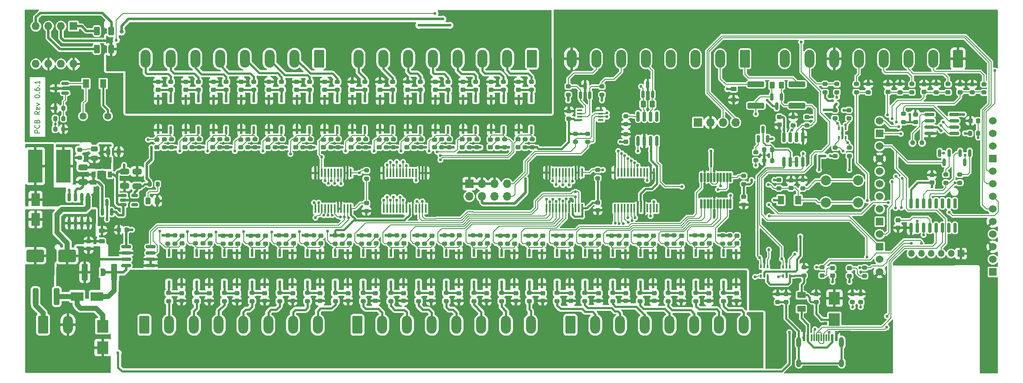
<source format=gbr>
%TF.GenerationSoftware,KiCad,Pcbnew,(6.0.0)*%
%TF.CreationDate,2023-02-03T10:22:36+01:00*%
%TF.ProjectId,boneIO - input WT32,626f6e65-494f-4202-9d20-696e70757420,rev?*%
%TF.SameCoordinates,Original*%
%TF.FileFunction,Copper,L1,Top*%
%TF.FilePolarity,Positive*%
%FSLAX46Y46*%
G04 Gerber Fmt 4.6, Leading zero omitted, Abs format (unit mm)*
G04 Created by KiCad (PCBNEW (6.0.0)) date 2023-02-03 10:22:36*
%MOMM*%
%LPD*%
G01*
G04 APERTURE LIST*
G04 Aperture macros list*
%AMRoundRect*
0 Rectangle with rounded corners*
0 $1 Rounding radius*
0 $2 $3 $4 $5 $6 $7 $8 $9 X,Y pos of 4 corners*
0 Add a 4 corners polygon primitive as box body*
4,1,4,$2,$3,$4,$5,$6,$7,$8,$9,$2,$3,0*
0 Add four circle primitives for the rounded corners*
1,1,$1+$1,$2,$3*
1,1,$1+$1,$4,$5*
1,1,$1+$1,$6,$7*
1,1,$1+$1,$8,$9*
0 Add four rect primitives between the rounded corners*
20,1,$1+$1,$2,$3,$4,$5,0*
20,1,$1+$1,$4,$5,$6,$7,0*
20,1,$1+$1,$6,$7,$8,$9,0*
20,1,$1+$1,$8,$9,$2,$3,0*%
%AMFreePoly0*
4,1,22,0.500000,-0.750000,0.000000,-0.750000,0.000000,-0.745033,-0.079941,-0.743568,-0.215256,-0.701293,-0.333266,-0.622738,-0.424486,-0.514219,-0.481581,-0.384460,-0.499164,-0.250000,-0.500000,-0.250000,-0.500000,0.250000,-0.499164,0.250000,-0.499963,0.256109,-0.478152,0.396186,-0.417904,0.524511,-0.324060,0.630769,-0.204165,0.706417,-0.067858,0.745374,0.000000,0.744959,0.000000,0.750000,
0.500000,0.750000,0.500000,-0.750000,0.500000,-0.750000,$1*%
%AMFreePoly1*
4,1,20,0.000000,0.744959,0.073905,0.744508,0.209726,0.703889,0.328688,0.626782,0.421226,0.519385,0.479903,0.390333,0.500000,0.250000,0.500000,-0.250000,0.499851,-0.262216,0.476331,-0.402017,0.414519,-0.529596,0.319384,-0.634700,0.198574,-0.708877,0.061801,-0.746166,0.000000,-0.745033,0.000000,-0.750000,-0.500000,-0.750000,-0.500000,0.750000,0.000000,0.750000,0.000000,0.744959,
0.000000,0.744959,$1*%
G04 Aperture macros list end*
%ADD10C,0.200000*%
%TA.AperFunction,NonConductor*%
%ADD11C,0.200000*%
%TD*%
%TA.AperFunction,SMDPad,CuDef*%
%ADD12RoundRect,0.250000X0.650000X-0.325000X0.650000X0.325000X-0.650000X0.325000X-0.650000X-0.325000X0*%
%TD*%
%TA.AperFunction,SMDPad,CuDef*%
%ADD13RoundRect,0.200000X0.275000X-0.200000X0.275000X0.200000X-0.275000X0.200000X-0.275000X-0.200000X0*%
%TD*%
%TA.AperFunction,SMDPad,CuDef*%
%ADD14RoundRect,0.150000X-0.150000X0.587500X-0.150000X-0.587500X0.150000X-0.587500X0.150000X0.587500X0*%
%TD*%
%TA.AperFunction,ComponentPad*%
%ADD15R,1.600000X1.600000*%
%TD*%
%TA.AperFunction,ComponentPad*%
%ADD16O,1.600000X1.600000*%
%TD*%
%TA.AperFunction,SMDPad,CuDef*%
%ADD17R,2.850000X6.600000*%
%TD*%
%TA.AperFunction,SMDPad,CuDef*%
%ADD18R,0.400000X0.650000*%
%TD*%
%TA.AperFunction,SMDPad,CuDef*%
%ADD19RoundRect,0.200000X-0.275000X0.200000X-0.275000X-0.200000X0.275000X-0.200000X0.275000X0.200000X0*%
%TD*%
%TA.AperFunction,SMDPad,CuDef*%
%ADD20RoundRect,0.225000X-0.250000X0.225000X-0.250000X-0.225000X0.250000X-0.225000X0.250000X0.225000X0*%
%TD*%
%TA.AperFunction,SMDPad,CuDef*%
%ADD21RoundRect,0.225000X0.250000X-0.225000X0.250000X0.225000X-0.250000X0.225000X-0.250000X-0.225000X0*%
%TD*%
%TA.AperFunction,SMDPad,CuDef*%
%ADD22RoundRect,0.243750X0.456250X-0.243750X0.456250X0.243750X-0.456250X0.243750X-0.456250X-0.243750X0*%
%TD*%
%TA.AperFunction,SMDPad,CuDef*%
%ADD23RoundRect,0.218750X-0.256250X0.218750X-0.256250X-0.218750X0.256250X-0.218750X0.256250X0.218750X0*%
%TD*%
%TA.AperFunction,ComponentPad*%
%ADD24RoundRect,0.250000X-0.750000X-1.550000X0.750000X-1.550000X0.750000X1.550000X-0.750000X1.550000X0*%
%TD*%
%TA.AperFunction,ComponentPad*%
%ADD25O,2.000000X3.600000*%
%TD*%
%TA.AperFunction,SMDPad,CuDef*%
%ADD26R,1.800000X2.500000*%
%TD*%
%TA.AperFunction,SMDPad,CuDef*%
%ADD27RoundRect,0.218750X0.256250X-0.218750X0.256250X0.218750X-0.256250X0.218750X-0.256250X-0.218750X0*%
%TD*%
%TA.AperFunction,SMDPad,CuDef*%
%ADD28R,0.600000X1.500000*%
%TD*%
%TA.AperFunction,SMDPad,CuDef*%
%ADD29RoundRect,0.218750X0.381250X-0.218750X0.381250X0.218750X-0.381250X0.218750X-0.381250X-0.218750X0*%
%TD*%
%TA.AperFunction,SMDPad,CuDef*%
%ADD30RoundRect,0.125000X-0.125000X0.825000X-0.125000X-0.825000X0.125000X-0.825000X0.125000X0.825000X0*%
%TD*%
%TA.AperFunction,FiducialPad,Local*%
%ADD31RoundRect,0.125000X-0.125000X0.825000X-0.125000X-0.825000X0.125000X-0.825000X0.125000X0.825000X0*%
%TD*%
%TA.AperFunction,SMDPad,CuDef*%
%ADD32RoundRect,0.200000X0.200000X0.275000X-0.200000X0.275000X-0.200000X-0.275000X0.200000X-0.275000X0*%
%TD*%
%TA.AperFunction,SMDPad,CuDef*%
%ADD33R,0.450000X1.750000*%
%TD*%
%TA.AperFunction,SMDPad,CuDef*%
%ADD34RoundRect,0.250000X-0.312500X-0.625000X0.312500X-0.625000X0.312500X0.625000X-0.312500X0.625000X0*%
%TD*%
%TA.AperFunction,SMDPad,CuDef*%
%ADD35RoundRect,0.150000X0.150000X-0.825000X0.150000X0.825000X-0.150000X0.825000X-0.150000X-0.825000X0*%
%TD*%
%TA.AperFunction,SMDPad,CuDef*%
%ADD36R,2.500000X1.800000*%
%TD*%
%TA.AperFunction,SMDPad,CuDef*%
%ADD37R,2.300000X2.500000*%
%TD*%
%TA.AperFunction,SMDPad,CuDef*%
%ADD38RoundRect,0.150000X0.150000X-0.587500X0.150000X0.587500X-0.150000X0.587500X-0.150000X-0.587500X0*%
%TD*%
%TA.AperFunction,SMDPad,CuDef*%
%ADD39RoundRect,0.250000X-0.650000X0.325000X-0.650000X-0.325000X0.650000X-0.325000X0.650000X0.325000X0*%
%TD*%
%TA.AperFunction,SMDPad,CuDef*%
%ADD40RoundRect,0.250000X0.362500X1.425000X-0.362500X1.425000X-0.362500X-1.425000X0.362500X-1.425000X0*%
%TD*%
%TA.AperFunction,SMDPad,CuDef*%
%ADD41RoundRect,0.200000X-0.200000X-0.275000X0.200000X-0.275000X0.200000X0.275000X-0.200000X0.275000X0*%
%TD*%
%TA.AperFunction,SMDPad,CuDef*%
%ADD42R,0.600000X1.450000*%
%TD*%
%TA.AperFunction,SMDPad,CuDef*%
%ADD43R,0.300000X1.450000*%
%TD*%
%TA.AperFunction,ComponentPad*%
%ADD44O,1.000000X2.100000*%
%TD*%
%TA.AperFunction,ComponentPad*%
%ADD45O,1.000000X1.600000*%
%TD*%
%TA.AperFunction,SMDPad,CuDef*%
%ADD46R,1.300000X1.700000*%
%TD*%
%TA.AperFunction,ComponentPad*%
%ADD47RoundRect,0.250000X0.750000X1.550000X-0.750000X1.550000X-0.750000X-1.550000X0.750000X-1.550000X0*%
%TD*%
%TA.AperFunction,SMDPad,CuDef*%
%ADD48RoundRect,0.225000X0.225000X0.250000X-0.225000X0.250000X-0.225000X-0.250000X0.225000X-0.250000X0*%
%TD*%
%TA.AperFunction,SMDPad,CuDef*%
%ADD49RoundRect,0.150000X-0.150000X0.675000X-0.150000X-0.675000X0.150000X-0.675000X0.150000X0.675000X0*%
%TD*%
%TA.AperFunction,ComponentPad*%
%ADD50R,1.700000X1.700000*%
%TD*%
%TA.AperFunction,ComponentPad*%
%ADD51O,1.700000X1.700000*%
%TD*%
%TA.AperFunction,SMDPad,CuDef*%
%ADD52RoundRect,0.250000X0.625000X-0.375000X0.625000X0.375000X-0.625000X0.375000X-0.625000X-0.375000X0*%
%TD*%
%TA.AperFunction,SMDPad,CuDef*%
%ADD53RoundRect,0.225000X-0.225000X-0.250000X0.225000X-0.250000X0.225000X0.250000X-0.225000X0.250000X0*%
%TD*%
%TA.AperFunction,SMDPad,CuDef*%
%ADD54RoundRect,0.250000X1.450000X-0.312500X1.450000X0.312500X-1.450000X0.312500X-1.450000X-0.312500X0*%
%TD*%
%TA.AperFunction,ComponentPad*%
%ADD55C,2.000000*%
%TD*%
%TA.AperFunction,ComponentPad*%
%ADD56C,1.408000*%
%TD*%
%TA.AperFunction,SMDPad,CuDef*%
%ADD57RoundRect,0.150000X-0.825000X-0.150000X0.825000X-0.150000X0.825000X0.150000X-0.825000X0.150000X0*%
%TD*%
%TA.AperFunction,ComponentPad*%
%ADD58C,1.400000*%
%TD*%
%TA.AperFunction,ComponentPad*%
%ADD59O,1.400000X1.400000*%
%TD*%
%TA.AperFunction,SMDPad,CuDef*%
%ADD60RoundRect,0.150000X-0.512500X-0.150000X0.512500X-0.150000X0.512500X0.150000X-0.512500X0.150000X0*%
%TD*%
%TA.AperFunction,SMDPad,CuDef*%
%ADD61RoundRect,0.250000X0.312500X1.450000X-0.312500X1.450000X-0.312500X-1.450000X0.312500X-1.450000X0*%
%TD*%
%TA.AperFunction,SMDPad,CuDef*%
%ADD62RoundRect,0.150000X0.587500X0.150000X-0.587500X0.150000X-0.587500X-0.150000X0.587500X-0.150000X0*%
%TD*%
%TA.AperFunction,SMDPad,CuDef*%
%ADD63RoundRect,0.250000X0.262500X0.450000X-0.262500X0.450000X-0.262500X-0.450000X0.262500X-0.450000X0*%
%TD*%
%TA.AperFunction,ComponentPad*%
%ADD64C,1.000000*%
%TD*%
%TA.AperFunction,ComponentPad*%
%ADD65C,1.524000*%
%TD*%
%TA.AperFunction,ComponentPad*%
%ADD66R,1.524000X1.524000*%
%TD*%
%TA.AperFunction,SMDPad,CuDef*%
%ADD67RoundRect,0.218750X-0.218750X-0.381250X0.218750X-0.381250X0.218750X0.381250X-0.218750X0.381250X0*%
%TD*%
%TA.AperFunction,SMDPad,CuDef*%
%ADD68RoundRect,0.250000X1.500000X1.000000X-1.500000X1.000000X-1.500000X-1.000000X1.500000X-1.000000X0*%
%TD*%
%TA.AperFunction,SMDPad,CuDef*%
%ADD69FreePoly0,180.000000*%
%TD*%
%TA.AperFunction,SMDPad,CuDef*%
%ADD70FreePoly1,180.000000*%
%TD*%
%TA.AperFunction,SMDPad,CuDef*%
%ADD71R,1.100000X0.400000*%
%TD*%
%TA.AperFunction,SMDPad,CuDef*%
%ADD72R,0.900000X1.200000*%
%TD*%
%TA.AperFunction,SMDPad,CuDef*%
%ADD73RoundRect,0.150000X0.825000X0.150000X-0.825000X0.150000X-0.825000X-0.150000X0.825000X-0.150000X0*%
%TD*%
%TA.AperFunction,SMDPad,CuDef*%
%ADD74RoundRect,0.243750X0.243750X0.456250X-0.243750X0.456250X-0.243750X-0.456250X0.243750X-0.456250X0*%
%TD*%
%TA.AperFunction,ComponentPad*%
%ADD75R,1.350000X1.350000*%
%TD*%
%TA.AperFunction,ComponentPad*%
%ADD76O,1.350000X1.350000*%
%TD*%
%TA.AperFunction,ViaPad*%
%ADD77C,0.600000*%
%TD*%
%TA.AperFunction,ViaPad*%
%ADD78C,0.800000*%
%TD*%
%TA.AperFunction,Conductor*%
%ADD79C,0.400000*%
%TD*%
%TA.AperFunction,Conductor*%
%ADD80C,0.200000*%
%TD*%
%TA.AperFunction,Conductor*%
%ADD81C,0.500000*%
%TD*%
%TA.AperFunction,Conductor*%
%ADD82C,1.000000*%
%TD*%
%TA.AperFunction,Conductor*%
%ADD83C,0.250000*%
%TD*%
G04 APERTURE END LIST*
D10*
D11*
X57052380Y-74098095D02*
X56052380Y-74098095D01*
X56052380Y-73717142D01*
X56100000Y-73621904D01*
X56147619Y-73574285D01*
X56242857Y-73526666D01*
X56385714Y-73526666D01*
X56480952Y-73574285D01*
X56528571Y-73621904D01*
X56576190Y-73717142D01*
X56576190Y-74098095D01*
X56957142Y-72526666D02*
X57004761Y-72574285D01*
X57052380Y-72717142D01*
X57052380Y-72812380D01*
X57004761Y-72955238D01*
X56909523Y-73050476D01*
X56814285Y-73098095D01*
X56623809Y-73145714D01*
X56480952Y-73145714D01*
X56290476Y-73098095D01*
X56195238Y-73050476D01*
X56100000Y-72955238D01*
X56052380Y-72812380D01*
X56052380Y-72717142D01*
X56100000Y-72574285D01*
X56147619Y-72526666D01*
X56528571Y-71764761D02*
X56576190Y-71621904D01*
X56623809Y-71574285D01*
X56719047Y-71526666D01*
X56861904Y-71526666D01*
X56957142Y-71574285D01*
X57004761Y-71621904D01*
X57052380Y-71717142D01*
X57052380Y-72098095D01*
X56052380Y-72098095D01*
X56052380Y-71764761D01*
X56100000Y-71669523D01*
X56147619Y-71621904D01*
X56242857Y-71574285D01*
X56338095Y-71574285D01*
X56433333Y-71621904D01*
X56480952Y-71669523D01*
X56528571Y-71764761D01*
X56528571Y-72098095D01*
X57052380Y-69764761D02*
X56576190Y-70098095D01*
X57052380Y-70336190D02*
X56052380Y-70336190D01*
X56052380Y-69955238D01*
X56100000Y-69860000D01*
X56147619Y-69812380D01*
X56242857Y-69764761D01*
X56385714Y-69764761D01*
X56480952Y-69812380D01*
X56528571Y-69860000D01*
X56576190Y-69955238D01*
X56576190Y-70336190D01*
X57004761Y-68955238D02*
X57052380Y-69050476D01*
X57052380Y-69240952D01*
X57004761Y-69336190D01*
X56909523Y-69383809D01*
X56528571Y-69383809D01*
X56433333Y-69336190D01*
X56385714Y-69240952D01*
X56385714Y-69050476D01*
X56433333Y-68955238D01*
X56528571Y-68907619D01*
X56623809Y-68907619D01*
X56719047Y-69383809D01*
X56385714Y-68574285D02*
X57052380Y-68336190D01*
X56385714Y-68098095D01*
X56052380Y-66764761D02*
X56052380Y-66669523D01*
X56100000Y-66574285D01*
X56147619Y-66526666D01*
X56242857Y-66479047D01*
X56433333Y-66431428D01*
X56671428Y-66431428D01*
X56861904Y-66479047D01*
X56957142Y-66526666D01*
X57004761Y-66574285D01*
X57052380Y-66669523D01*
X57052380Y-66764761D01*
X57004761Y-66860000D01*
X56957142Y-66907619D01*
X56861904Y-66955238D01*
X56671428Y-67002857D01*
X56433333Y-67002857D01*
X56242857Y-66955238D01*
X56147619Y-66907619D01*
X56100000Y-66860000D01*
X56052380Y-66764761D01*
X56957142Y-66002857D02*
X57004761Y-65955238D01*
X57052380Y-66002857D01*
X57004761Y-66050476D01*
X56957142Y-66002857D01*
X57052380Y-66002857D01*
X56052380Y-65098095D02*
X56052380Y-65288571D01*
X56100000Y-65383809D01*
X56147619Y-65431428D01*
X56290476Y-65526666D01*
X56480952Y-65574285D01*
X56861904Y-65574285D01*
X56957142Y-65526666D01*
X57004761Y-65479047D01*
X57052380Y-65383809D01*
X57052380Y-65193333D01*
X57004761Y-65098095D01*
X56957142Y-65050476D01*
X56861904Y-65002857D01*
X56623809Y-65002857D01*
X56528571Y-65050476D01*
X56480952Y-65098095D01*
X56433333Y-65193333D01*
X56433333Y-65383809D01*
X56480952Y-65479047D01*
X56528571Y-65526666D01*
X56623809Y-65574285D01*
X56957142Y-64574285D02*
X57004761Y-64526666D01*
X57052380Y-64574285D01*
X57004761Y-64621904D01*
X56957142Y-64574285D01*
X57052380Y-64574285D01*
X57052380Y-63574285D02*
X57052380Y-64145714D01*
X57052380Y-63860000D02*
X56052380Y-63860000D01*
X56195238Y-63955238D01*
X56290476Y-64050476D01*
X56338095Y-64145714D01*
D12*
%TO.P,C27,1*%
%TO.N,+3V3*%
X76730000Y-84830000D03*
%TO.P,C27,2*%
%TO.N,GND*%
X76730000Y-81880000D03*
%TD*%
D13*
%TO.P,R76,1*%
%TO.N,PCF_6*%
X189300000Y-96450000D03*
%TO.P,R76,2*%
%TO.N,+3V3*%
X189300000Y-94800000D03*
%TD*%
D14*
%TO.P,D10,1,A1*%
%TO.N,Net-(D10-Pad1)*%
X206760000Y-66842500D03*
%TO.P,D10,2,A2*%
%TO.N,Net-(D10-Pad2)*%
X204860000Y-66842500D03*
%TO.P,D10,3,common*%
%TO.N,/GND_RS485*%
X205810000Y-68717500D03*
%TD*%
D13*
%TO.P,R145,1*%
%TO.N,Net-(R145-Pad1)*%
X211080000Y-85275000D03*
%TO.P,R145,2*%
%TO.N,GND*%
X211080000Y-83625000D03*
%TD*%
D15*
%TO.P,SW2,1*%
%TO.N,Net-(R149-Pad1)*%
X63900000Y-52560000D03*
D16*
%TO.P,SW2,2*%
%TO.N,GNDA*%
X61360000Y-52560000D03*
%TO.P,SW2,3*%
%TO.N,Net-(R148-Pad1)*%
X58820000Y-52560000D03*
%TO.P,SW2,4*%
%TO.N,VDD*%
X56280000Y-52560000D03*
%TO.P,SW2,5*%
%TO.N,+24V*%
X56280000Y-60180000D03*
%TO.P,SW2,6*%
%TO.N,GND*%
X58820000Y-60180000D03*
%TO.P,SW2,7*%
%TO.N,+24V*%
X61360000Y-60180000D03*
%TO.P,SW2,8*%
%TO.N,GND*%
X63900000Y-60180000D03*
%TD*%
D17*
%TO.P,L1,1*%
%TO.N,Net-(D11-Pad1)*%
X56165000Y-80770000D03*
%TO.P,L1,2*%
%TO.N,Net-(C18-Pad1)*%
X61815000Y-80770000D03*
%TD*%
D18*
%TO.P,U25,1*%
%TO.N,/CH_RXD*%
X203970000Y-101075000D03*
%TO.P,U25,2*%
%TO.N,GND*%
X203320000Y-101075000D03*
%TO.P,U25,3*%
%TO.N,/RS485_RXD0*%
X202670000Y-101075000D03*
%TO.P,U25,4*%
%TO.N,/IO3_RXD0*%
X202670000Y-102975000D03*
%TO.P,U25,5*%
%TO.N,+5V*%
X203320000Y-102975000D03*
%TO.P,U25,6*%
%TO.N,/+5V_USB*%
X203970000Y-102975000D03*
%TD*%
D19*
%TO.P,R107,1*%
%TO.N,Net-(D39-Pad2)*%
X121410000Y-75365000D03*
%TO.P,R107,2*%
%TO.N,+3V3*%
X121410000Y-77015000D03*
%TD*%
D20*
%TO.P,C19,1*%
%TO.N,Net-(C19-Pad1)*%
X153170000Y-106440000D03*
%TO.P,C19,2*%
%TO.N,GNDA*%
X153170000Y-107990000D03*
%TD*%
D21*
%TO.P,C50,1*%
%TO.N,Net-(C50-Pad1)*%
X153730000Y-65370000D03*
%TO.P,C50,2*%
%TO.N,GNDA*%
X153730000Y-63820000D03*
%TD*%
D22*
%TO.P,D18,1,K*%
%TO.N,GNDS*%
X68080000Y-79180000D03*
%TO.P,D18,2,A*%
%TO.N,Net-(D18-Pad2)*%
X68080000Y-77305000D03*
%TD*%
D23*
%TO.P,D40,1,K*%
%TO.N,MCP_9*%
X125560000Y-75442500D03*
%TO.P,D40,2,A*%
%TO.N,Net-(D40-Pad2)*%
X125560000Y-77017500D03*
%TD*%
D24*
%TO.P,J1,1,Pin_1*%
%TO.N,VCC*%
X57750000Y-112780000D03*
D25*
%TO.P,J1,2,Pin_2*%
%TO.N,GNDS*%
X62750000Y-112780000D03*
%TD*%
D13*
%TO.P,R141,1*%
%TO.N,Net-(D10-Pad2)*%
X209150000Y-72545000D03*
%TO.P,R141,2*%
%TO.N,GND*%
X209150000Y-70895000D03*
%TD*%
D26*
%TO.P,D11,1,K*%
%TO.N,Net-(D11-Pad1)*%
X56220000Y-87540000D03*
%TO.P,D11,2,A*%
%TO.N,GNDS*%
X56220000Y-91540000D03*
%TD*%
D27*
%TO.P,D4,1,K*%
%TO.N,MCP_16*%
X91450000Y-96355000D03*
%TO.P,D4,2,A*%
%TO.N,Net-(D4-Pad2)*%
X91450000Y-94780000D03*
%TD*%
D23*
%TO.P,D44,1,K*%
%TO.N,MCP_14*%
X153590000Y-75405000D03*
%TO.P,D44,2,A*%
%TO.N,Net-(D44-Pad2)*%
X153590000Y-76980000D03*
%TD*%
D28*
%TO.P,U6,1*%
%TO.N,Net-(C6-Pad1)*%
X111130000Y-104670000D03*
%TO.P,U6,2*%
%TO.N,GNDA*%
X113670000Y-104670000D03*
%TO.P,U6,3*%
%TO.N,GND*%
X113670000Y-98320000D03*
%TO.P,U6,4*%
%TO.N,MCP_20*%
X111130000Y-98320000D03*
%TD*%
%TO.P,U20,1*%
%TO.N,Net-(C22-Pad1)*%
X167120000Y-104670000D03*
%TO.P,U20,2*%
%TO.N,GNDA*%
X169660000Y-104670000D03*
%TO.P,U20,3*%
%TO.N,GND*%
X169660000Y-98320000D03*
%TO.P,U20,4*%
%TO.N,PCF_2*%
X167120000Y-98320000D03*
%TD*%
D19*
%TO.P,R102,1*%
%TO.N,MCP_8*%
X122870000Y-75365000D03*
%TO.P,R102,2*%
%TO.N,+3V3*%
X122870000Y-77015000D03*
%TD*%
D29*
%TO.P,L4,1*%
%TO.N,GND*%
X197110000Y-67382500D03*
%TO.P,L4,2*%
%TO.N,/GND_RS485*%
X197110000Y-65257500D03*
%TD*%
D20*
%TO.P,C24,1*%
%TO.N,Net-(C24-Pad1)*%
X181140000Y-106440000D03*
%TO.P,C24,2*%
%TO.N,GNDA*%
X181140000Y-107990000D03*
%TD*%
D13*
%TO.P,R63,1*%
%TO.N,Net-(D23-Pad2)*%
X168380000Y-96470000D03*
%TO.P,R63,2*%
%TO.N,+3V3*%
X168380000Y-94820000D03*
%TD*%
D27*
%TO.P,D29,1,K*%
%TO.N,PCF_7*%
X197820000Y-96407500D03*
%TO.P,D29,2,A*%
%TO.N,Net-(D29-Pad2)*%
X197820000Y-94832500D03*
%TD*%
D21*
%TO.P,C40,1*%
%TO.N,Net-(C40-Pad1)*%
X114590000Y-65370000D03*
%TO.P,C40,2*%
%TO.N,GNDA*%
X114590000Y-63820000D03*
%TD*%
D30*
%TO.P,U52,1,~{INT}*%
%TO.N,Net-(R146-Pad2)*%
X196485000Y-83055000D03*
%TO.P,U52,2,SCL*%
%TO.N,/I2C_SCL_A*%
X195835000Y-83055000D03*
%TO.P,U52,3,NC*%
%TO.N,unconnected-(U52-Pad3)*%
X195185000Y-83055000D03*
%TO.P,U52,4,SDA*%
%TO.N,/I2C_SDA_A*%
X194535000Y-83055000D03*
%TO.P,U52,5,VDD*%
%TO.N,+3V3*%
X193885000Y-83055000D03*
%TO.P,U52,6,A0*%
%TO.N,GND*%
X193235000Y-83055000D03*
%TO.P,U52,7,A1*%
%TO.N,+3V3*%
X192585000Y-83055000D03*
%TO.P,U52,8,NC*%
%TO.N,unconnected-(U52-Pad8)*%
X191935000Y-83055000D03*
%TO.P,U52,9,A2*%
%TO.N,GND*%
X191285000Y-83055000D03*
%TO.P,U52,10,P0*%
%TO.N,PCF_1*%
X190635000Y-83055000D03*
%TO.P,U52,11,P1*%
%TO.N,PCF_2*%
X190635000Y-88380000D03*
%TO.P,U52,12,P2*%
%TO.N,PCF_3*%
X191285000Y-88380000D03*
%TO.P,U52,13,NC*%
%TO.N,unconnected-(U52-Pad13)*%
X191935000Y-88380000D03*
%TO.P,U52,14,P3*%
%TO.N,PCF_4*%
X192585000Y-88380000D03*
%TO.P,U52,15,VSS*%
%TO.N,GND*%
X193235000Y-88380000D03*
%TO.P,U52,16,P4*%
%TO.N,PCF_5*%
X193885000Y-88380000D03*
%TO.P,U52,17,P5*%
%TO.N,PCF_6*%
X194535000Y-88380000D03*
D31*
%TO.P,U52,18,NC*%
%TO.N,unconnected-(U52-Pad18)*%
X195185000Y-88380000D03*
D30*
%TO.P,U52,19,P6*%
%TO.N,PCF_7*%
X195835000Y-88380000D03*
%TO.P,U52,20,P7*%
%TO.N,USER_SWITCH*%
X196485000Y-88380000D03*
%TD*%
D32*
%TO.P,R22,1*%
%TO.N,Net-(Q1-Pad1)*%
X61855000Y-69090000D03*
%TO.P,R22,2*%
%TO.N,GND*%
X60205000Y-69090000D03*
%TD*%
D20*
%TO.P,C29,1*%
%TO.N,Net-(C29-Pad1)*%
X192120000Y-106440000D03*
%TO.P,C29,2*%
%TO.N,GNDA*%
X192120000Y-107990000D03*
%TD*%
D13*
%TO.P,R1,1*%
%TO.N,/DAT_WIRE_2*%
X224320000Y-65890000D03*
%TO.P,R1,2*%
%TO.N,GND*%
X224320000Y-64240000D03*
%TD*%
D33*
%TO.P,U51,1,GPB0*%
%TO.N,MCP_22*%
X173200000Y-89300000D03*
%TO.P,U51,2,GPB1*%
%TO.N,MCP_23*%
X173850000Y-89300000D03*
%TO.P,U51,3,GPB2*%
%TO.N,MCP_24*%
X174500000Y-89300000D03*
%TO.P,U51,4,GPB3*%
%TO.N,MCP_25*%
X175150000Y-89300000D03*
%TO.P,U51,5,GPB4*%
%TO.N,MCP_26*%
X175800000Y-89300000D03*
%TO.P,U51,6,GPB5*%
%TO.N,MCP_27*%
X176450000Y-89300000D03*
%TO.P,U51,7,GPB6*%
%TO.N,MCP_28*%
X177100000Y-89300000D03*
%TO.P,U51,8,GPB7*%
%TO.N,GND*%
X177750000Y-89300000D03*
%TO.P,U51,9,VDD*%
%TO.N,+3V3*%
X178400000Y-89300000D03*
%TO.P,U51,10,VSS*%
%TO.N,GND*%
X179050000Y-89300000D03*
%TO.P,U51,11,NC*%
%TO.N,unconnected-(U51-Pad11)*%
X179700000Y-89300000D03*
%TO.P,U51,12,SCK*%
%TO.N,/I2C_SCL_A*%
X180350000Y-89300000D03*
%TO.P,U51,13,SDA*%
%TO.N,/I2C_SDA_A*%
X181000000Y-89300000D03*
%TO.P,U51,14,NC*%
%TO.N,unconnected-(U51-Pad14)*%
X181650000Y-89300000D03*
%TO.P,U51,15,A0*%
%TO.N,+3V3*%
X181650000Y-82100000D03*
%TO.P,U51,16,A1*%
%TO.N,GND*%
X181000000Y-82100000D03*
%TO.P,U51,17,A2*%
X180350000Y-82100000D03*
%TO.P,U51,18,~{RESET}*%
%TO.N,/IN_2*%
X179700000Y-82100000D03*
%TO.P,U51,19,INTB*%
%TO.N,unconnected-(U51-Pad19)*%
X179050000Y-82100000D03*
%TO.P,U51,20,INTA*%
%TO.N,unconnected-(U51-Pad20)*%
X178400000Y-82100000D03*
%TO.P,U51,21,GPA0*%
%TO.N,MCP_21*%
X177750000Y-82100000D03*
%TO.P,U51,22,GPA1*%
%TO.N,MCP_20*%
X177100000Y-82100000D03*
%TO.P,U51,23,GPA2*%
%TO.N,MCP_19*%
X176450000Y-82100000D03*
%TO.P,U51,24,GPA3*%
%TO.N,MCP_18*%
X175800000Y-82100000D03*
%TO.P,U51,25,GPA4*%
%TO.N,MCP_17*%
X175150000Y-82100000D03*
%TO.P,U51,26,GPA5*%
%TO.N,MCP_16*%
X174500000Y-82100000D03*
%TO.P,U51,27,GPA6*%
%TO.N,MCP_15*%
X173850000Y-82100000D03*
%TO.P,U51,28,GPA7*%
%TO.N,GND*%
X173200000Y-82100000D03*
%TD*%
D27*
%TO.P,D21,1,K*%
%TO.N,MCP_28*%
X158620000Y-96455000D03*
%TO.P,D21,2,A*%
%TO.N,Net-(D21-Pad2)*%
X158620000Y-94880000D03*
%TD*%
D24*
%TO.P,J8,1,Pin_1*%
%TO.N,VDD*%
X164190000Y-112830000D03*
D25*
%TO.P,J8,2,Pin_2*%
%TO.N,PCF_1_OUT*%
X169190000Y-112830000D03*
%TO.P,J8,3,Pin_3*%
%TO.N,PCF_2_OUT*%
X174190000Y-112830000D03*
%TO.P,J8,4,Pin_4*%
%TO.N,PCF_3_OUT*%
X179190000Y-112830000D03*
%TO.P,J8,5,Pin_5*%
%TO.N,PCF_4_OUT*%
X184190000Y-112830000D03*
%TO.P,J8,6,Pin_6*%
%TO.N,PCF_5_OUT*%
X189190000Y-112830000D03*
%TO.P,J8,7,Pin_7*%
%TO.N,PCF_6_OUT*%
X194190000Y-112830000D03*
%TO.P,J8,8,Pin_8*%
%TO.N,PCF_7_OUT*%
X199190000Y-112830000D03*
%TD*%
D27*
%TO.P,D17,1,K*%
%TO.N,MCP_26*%
X147440000Y-96387500D03*
%TO.P,D17,2,A*%
%TO.N,Net-(D17-Pad2)*%
X147440000Y-94812500D03*
%TD*%
D13*
%TO.P,R43,1*%
%TO.N,Net-(D15-Pad2)*%
X134760000Y-96430000D03*
%TO.P,R43,2*%
%TO.N,+3V3*%
X134760000Y-94780000D03*
%TD*%
D34*
%TO.P,R148,1*%
%TO.N,Net-(R148-Pad1)*%
X68575000Y-57190000D03*
%TO.P,R148,2*%
%TO.N,GNDA*%
X71500000Y-57190000D03*
%TD*%
D35*
%TO.P,U38,1,GND*%
%TO.N,GND*%
X232915000Y-93265000D03*
%TO.P,U38,2,TXD*%
%TO.N,/CH_RXD*%
X234185000Y-93265000D03*
%TO.P,U38,3,RXD*%
%TO.N,/CH_TXD*%
X235455000Y-93265000D03*
%TO.P,U38,4,V3*%
%TO.N,Net-(C44-Pad1)*%
X236725000Y-93265000D03*
%TO.P,U38,5,UD+*%
%TO.N,Net-(J2-PadA6)*%
X237995000Y-93265000D03*
%TO.P,U38,6,UD-*%
%TO.N,Net-(J2-PadA7)*%
X239265000Y-93265000D03*
%TO.P,U38,7,NC*%
%TO.N,unconnected-(U38-Pad7)*%
X240535000Y-93265000D03*
%TO.P,U38,8,NC*%
%TO.N,unconnected-(U38-Pad8)*%
X241805000Y-93265000D03*
%TO.P,U38,9,~{CTS}*%
%TO.N,unconnected-(U38-Pad9)*%
X241805000Y-88315000D03*
%TO.P,U38,10,~{DSR}*%
%TO.N,unconnected-(U38-Pad10)*%
X240535000Y-88315000D03*
%TO.P,U38,11,~{RI}*%
%TO.N,unconnected-(U38-Pad11)*%
X239265000Y-88315000D03*
%TO.P,U38,12,~{DCD}*%
%TO.N,unconnected-(U38-Pad12)*%
X237995000Y-88315000D03*
%TO.P,U38,13,~{DTR}*%
%TO.N,Net-(Q4-Pad2)*%
X236725000Y-88315000D03*
%TO.P,U38,14,~{RTS}*%
%TO.N,Net-(Q3-Pad2)*%
X235455000Y-88315000D03*
%TO.P,U38,15,R232*%
%TO.N,unconnected-(U38-Pad15)*%
X234185000Y-88315000D03*
%TO.P,U38,16,VCC*%
%TO.N,+3V3*%
X232915000Y-88315000D03*
%TD*%
D20*
%TO.P,C13,1*%
%TO.N,Net-(C13-Pad1)*%
X136060000Y-106440000D03*
%TO.P,C13,2*%
%TO.N,GNDA*%
X136060000Y-107990000D03*
%TD*%
D13*
%TO.P,R131,1*%
%TO.N,+5V*%
X220495000Y-78730000D03*
%TO.P,R131,2*%
%TO.N,/I2C_SDA_HV*%
X220495000Y-77080000D03*
%TD*%
D19*
%TO.P,R50,1*%
%TO.N,Net-(C22-Pad1)*%
X167110000Y-106390000D03*
%TO.P,R50,2*%
%TO.N,PCF_2_OUT*%
X167110000Y-108040000D03*
%TD*%
D13*
%TO.P,R45,1*%
%TO.N,Net-(D17-Pad2)*%
X145980000Y-96430000D03*
%TO.P,R45,2*%
%TO.N,+3V3*%
X145980000Y-94780000D03*
%TD*%
D23*
%TO.P,D31,1,K*%
%TO.N,MCP_2*%
X86340000Y-75442500D03*
%TO.P,D31,2,A*%
%TO.N,Net-(D31-Pad2)*%
X86340000Y-77017500D03*
%TD*%
D28*
%TO.P,U43,1*%
%TO.N,Net-(C50-Pad1)*%
X156280000Y-67150000D03*
%TO.P,U43,2*%
%TO.N,GNDA*%
X153740000Y-67150000D03*
%TO.P,U43,3*%
%TO.N,GND*%
X153740000Y-73500000D03*
%TO.P,U43,4*%
%TO.N,MCP_14*%
X156280000Y-73500000D03*
%TD*%
D13*
%TO.P,R10,1*%
%TO.N,MCP_16*%
X88530000Y-96405000D03*
%TO.P,R10,2*%
%TO.N,+3V3*%
X88530000Y-94755000D03*
%TD*%
%TO.P,R135,1*%
%TO.N,+3V3*%
X215580000Y-65890000D03*
%TO.P,R135,2*%
%TO.N,/1-WIRE_OUT*%
X215580000Y-64240000D03*
%TD*%
%TO.P,R60,1*%
%TO.N,Net-(D20-Pad2)*%
X151480000Y-96490000D03*
%TO.P,R60,2*%
%TO.N,+3V3*%
X151480000Y-94840000D03*
%TD*%
D28*
%TO.P,U1,1*%
%TO.N,Net-(C1-Pad1)*%
X83130000Y-104670000D03*
%TO.P,U1,2*%
%TO.N,GNDA*%
X85670000Y-104670000D03*
%TO.P,U1,3*%
%TO.N,GND*%
X85670000Y-98320000D03*
%TO.P,U1,4*%
%TO.N,MCP_15*%
X83130000Y-98320000D03*
%TD*%
D13*
%TO.P,R57,1*%
%TO.N,PCF_2*%
X166920000Y-96470000D03*
%TO.P,R57,2*%
%TO.N,+3V3*%
X166920000Y-94820000D03*
%TD*%
%TO.P,R61,1*%
%TO.N,Net-(D21-Pad2)*%
X157160000Y-96490000D03*
%TO.P,R61,2*%
%TO.N,+3V3*%
X157160000Y-94840000D03*
%TD*%
D35*
%TO.P,U46,1,D*%
%TO.N,/CAN-TX*%
X177845000Y-75720000D03*
%TO.P,U46,2,GND*%
%TO.N,GND*%
X179115000Y-75720000D03*
%TO.P,U46,3,VCC*%
%TO.N,+3V3*%
X180385000Y-75720000D03*
%TO.P,U46,4,R*%
%TO.N,/CAN-RX*%
X181655000Y-75720000D03*
%TO.P,U46,5,Vref*%
%TO.N,unconnected-(U46-Pad5)*%
X181655000Y-70770000D03*
%TO.P,U46,6,CANL*%
%TO.N,/CAN_L*%
X180385000Y-70770000D03*
%TO.P,U46,7,CANH*%
%TO.N,/CAN_H*%
X179115000Y-70770000D03*
%TO.P,U46,8,Rs*%
%TO.N,Net-(R139-Pad1)*%
X177845000Y-70770000D03*
%TD*%
D13*
%TO.P,R138,1*%
%TO.N,+5V*%
X231450000Y-71905000D03*
%TO.P,R138,2*%
%TO.N,Net-(R138-Pad2)*%
X231450000Y-70255000D03*
%TD*%
D23*
%TO.P,D47,1,K*%
%TO.N,MCP_12*%
X142360000Y-75405000D03*
%TO.P,D47,2,A*%
%TO.N,Net-(D47-Pad2)*%
X142360000Y-76980000D03*
%TD*%
D27*
%TO.P,D28,1,K*%
%TO.N,PCF_6*%
X192220000Y-96415000D03*
%TO.P,D28,2,A*%
%TO.N,Net-(D28-Pad2)*%
X192220000Y-94840000D03*
%TD*%
D23*
%TO.P,D48,1,K*%
%TO.N,MCP_13*%
X147990000Y-75442500D03*
%TO.P,D48,2,A*%
%TO.N,Net-(D48-Pad2)*%
X147990000Y-77017500D03*
%TD*%
D19*
%TO.P,R110,1*%
%TO.N,Net-(Q4-Pad1)*%
X239980000Y-82510000D03*
%TO.P,R110,2*%
%TO.N,Net-(Q3-Pad2)*%
X239980000Y-84160000D03*
%TD*%
%TO.P,R125,1*%
%TO.N,Net-(D44-Pad2)*%
X155050000Y-75370000D03*
%TO.P,R125,2*%
%TO.N,+3V3*%
X155050000Y-77020000D03*
%TD*%
D20*
%TO.P,C57,1*%
%TO.N,+3V3*%
X199170000Y-87015000D03*
%TO.P,C57,2*%
%TO.N,GND*%
X199170000Y-88565000D03*
%TD*%
D21*
%TO.P,C33,1*%
%TO.N,Net-(C33-Pad1)*%
X80940000Y-65370000D03*
%TO.P,C33,2*%
%TO.N,GNDA*%
X80940000Y-63820000D03*
%TD*%
D23*
%TO.P,D32,1,K*%
%TO.N,MCP_1*%
X80740000Y-75442500D03*
%TO.P,D32,2,A*%
%TO.N,Net-(D32-Pad2)*%
X80740000Y-77017500D03*
%TD*%
D19*
%TO.P,R122,1*%
%TO.N,MCP_12*%
X145280000Y-75365000D03*
%TO.P,R122,2*%
%TO.N,+3V3*%
X145280000Y-77015000D03*
%TD*%
D13*
%TO.P,R151,1*%
%TO.N,+5V*%
X170550000Y-66375000D03*
%TO.P,R151,2*%
%TO.N,/I2C_SCL_OUT*%
X170550000Y-64725000D03*
%TD*%
D19*
%TO.P,R101,1*%
%TO.N,MCP_9*%
X128480000Y-75365000D03*
%TO.P,R101,2*%
%TO.N,+3V3*%
X128480000Y-77015000D03*
%TD*%
D36*
%TO.P,D2,1,K*%
%TO.N,VDDA*%
X68620000Y-107100000D03*
%TO.P,D2,2,A*%
%TO.N,Net-(D1-Pad1)*%
X64620000Y-107100000D03*
%TD*%
D34*
%TO.P,R149,1*%
%TO.N,Net-(R149-Pad1)*%
X68595000Y-53520000D03*
%TO.P,R149,2*%
%TO.N,VDD*%
X71520000Y-53520000D03*
%TD*%
D21*
%TO.P,C47,1*%
%TO.N,Net-(C47-Pad1)*%
X136930000Y-65370000D03*
%TO.P,C47,2*%
%TO.N,GNDA*%
X136930000Y-63820000D03*
%TD*%
D13*
%TO.P,R116,1*%
%TO.N,Net-(C49-Pad1)*%
X150680000Y-65420000D03*
%TO.P,R116,2*%
%TO.N,MCP_13_OUT*%
X150680000Y-63770000D03*
%TD*%
D19*
%TO.P,R31,1*%
%TO.N,Net-(C15-Pad1)*%
X144720000Y-106390000D03*
%TO.P,R31,2*%
%TO.N,MCP_26_OUT*%
X144720000Y-108040000D03*
%TD*%
%TO.P,R118,1*%
%TO.N,/IO1_TXD0*%
X223555000Y-101327500D03*
%TO.P,R118,2*%
%TO.N,Net-(D42-Pad1)*%
X223555000Y-102977500D03*
%TD*%
D32*
%TO.P,R67,1*%
%TO.N,Net-(U53-Pad2)*%
X204950000Y-79690000D03*
%TO.P,R67,2*%
%TO.N,GND*%
X203300000Y-79690000D03*
%TD*%
D19*
%TO.P,R120,1*%
%TO.N,MCP_10*%
X134080000Y-75365000D03*
%TO.P,R120,2*%
%TO.N,+3V3*%
X134080000Y-77015000D03*
%TD*%
D20*
%TO.P,C56,1*%
%TO.N,+3V3*%
X169700000Y-88165000D03*
%TO.P,C56,2*%
%TO.N,GND*%
X169700000Y-89715000D03*
%TD*%
D37*
%TO.P,D33,1,A1*%
%TO.N,/+5V_USB*%
X217475000Y-111745000D03*
%TO.P,D33,2,A2*%
%TO.N,GND*%
X217475000Y-107445000D03*
%TD*%
D19*
%TO.P,R2,1*%
%TO.N,Net-(C1-Pad1)*%
X83120000Y-106390000D03*
%TO.P,R2,2*%
%TO.N,MCP_15_OUT*%
X83120000Y-108040000D03*
%TD*%
D20*
%TO.P,C30,1*%
%TO.N,Net-(C30-Pad1)*%
X197730000Y-106440000D03*
%TO.P,C30,2*%
%TO.N,GNDA*%
X197730000Y-107990000D03*
%TD*%
D19*
%TO.P,R105,1*%
%TO.N,Net-(D37-Pad2)*%
X110210000Y-75365000D03*
%TO.P,R105,2*%
%TO.N,+3V3*%
X110210000Y-77015000D03*
%TD*%
D38*
%TO.P,Q2,1,G*%
%TO.N,Net-(C18-Pad1)*%
X69680000Y-90047500D03*
%TO.P,Q2,2,S*%
%TO.N,+5V*%
X71580000Y-90047500D03*
%TO.P,Q2,3,D*%
%TO.N,/+5V_USB*%
X70630000Y-88172500D03*
%TD*%
D24*
%TO.P,J4,1,Pin_1*%
%TO.N,VDD*%
X78190000Y-112830000D03*
D25*
%TO.P,J4,2,Pin_2*%
%TO.N,MCP_15_OUT*%
X83190000Y-112830000D03*
%TO.P,J4,3,Pin_3*%
%TO.N,MCP_16_OUT*%
X88190000Y-112830000D03*
%TO.P,J4,4,Pin_4*%
%TO.N,MCP_17_OUT*%
X93190000Y-112830000D03*
%TO.P,J4,5,Pin_5*%
%TO.N,MCP_18_OUT*%
X98190000Y-112830000D03*
%TO.P,J4,6,Pin_6*%
%TO.N,MCP_19_OUT*%
X103190000Y-112830000D03*
%TO.P,J4,7,Pin_7*%
%TO.N,MCP_20_OUT*%
X108190000Y-112830000D03*
%TO.P,J4,8,Pin_8*%
%TO.N,MCP_21_OUT*%
X113190000Y-112830000D03*
%TD*%
D39*
%TO.P,C25,1*%
%TO.N,+5V*%
X74160000Y-81860000D03*
%TO.P,C25,2*%
%TO.N,GND*%
X74160000Y-84810000D03*
%TD*%
D28*
%TO.P,U11,1*%
%TO.N,Net-(C12-Pad1)*%
X127930000Y-104670000D03*
%TO.P,U11,2*%
%TO.N,GNDA*%
X130470000Y-104670000D03*
%TO.P,U11,3*%
%TO.N,GND*%
X130470000Y-98320000D03*
%TO.P,U11,4*%
%TO.N,MCP_23*%
X127930000Y-98320000D03*
%TD*%
D40*
%TO.P,R23,1*%
%TO.N,VDDA*%
X72090000Y-102240000D03*
%TO.P,R23,2*%
%TO.N,+24V*%
X66165000Y-102240000D03*
%TD*%
D13*
%TO.P,R6,1*%
%TO.N,MCP_19_OUT*%
X105530000Y-108040000D03*
%TO.P,R6,2*%
%TO.N,Net-(C5-Pad1)*%
X105530000Y-106390000D03*
%TD*%
%TO.P,R35,1*%
%TO.N,MCP_23*%
X127690000Y-96430000D03*
%TO.P,R35,2*%
%TO.N,+3V3*%
X127690000Y-94780000D03*
%TD*%
%TO.P,R37,1*%
%TO.N,MCP_25*%
X138830000Y-96430000D03*
%TO.P,R37,2*%
%TO.N,+3V3*%
X138830000Y-94780000D03*
%TD*%
%TO.P,R88,1*%
%TO.N,Net-(J2-PadA5)*%
X221120000Y-108250000D03*
%TO.P,R88,2*%
%TO.N,GND*%
X221120000Y-106600000D03*
%TD*%
D41*
%TO.P,R66,1*%
%TO.N,+3V3*%
X79240000Y-84420000D03*
%TO.P,R66,2*%
%TO.N,Net-(D26-Pad2)*%
X80890000Y-84420000D03*
%TD*%
D19*
%TO.P,R80,1*%
%TO.N,MCP_1*%
X83660000Y-75365000D03*
%TO.P,R80,2*%
%TO.N,+3V3*%
X83660000Y-77015000D03*
%TD*%
%TO.P,R115,1*%
%TO.N,MCP_12_OUT*%
X145060000Y-63770000D03*
%TO.P,R115,2*%
%TO.N,Net-(C48-Pad1)*%
X145060000Y-65420000D03*
%TD*%
D42*
%TO.P,J2,A1,GND*%
%TO.N,GND*%
X211350000Y-115455000D03*
%TO.P,J2,A4,VBUS*%
%TO.N,Net-(F3-Pad1)*%
X212150000Y-115455000D03*
D43*
%TO.P,J2,A5,CC1*%
%TO.N,Net-(J2-PadA5)*%
X213350000Y-115455000D03*
%TO.P,J2,A6,D+*%
%TO.N,Net-(J2-PadA6)*%
X214350000Y-115455000D03*
%TO.P,J2,A7,D-*%
%TO.N,Net-(J2-PadA7)*%
X214850000Y-115455000D03*
%TO.P,J2,A8,SBU1*%
%TO.N,unconnected-(J2-PadA8)*%
X215850000Y-115455000D03*
D42*
%TO.P,J2,A9,VBUS*%
%TO.N,Net-(F3-Pad1)*%
X217050000Y-115455000D03*
%TO.P,J2,A12,GND*%
%TO.N,GND*%
X217850000Y-115455000D03*
%TO.P,J2,B1,GND*%
X217850000Y-115455000D03*
%TO.P,J2,B4,VBUS*%
%TO.N,Net-(F3-Pad1)*%
X217050000Y-115455000D03*
D43*
%TO.P,J2,B5,CC2*%
%TO.N,Net-(J2-PadB5)*%
X216350000Y-115455000D03*
%TO.P,J2,B6,D+*%
%TO.N,Net-(J2-PadA6)*%
X215350000Y-115455000D03*
%TO.P,J2,B7,D-*%
%TO.N,Net-(J2-PadA7)*%
X213850000Y-115455000D03*
%TO.P,J2,B8,SBU2*%
%TO.N,unconnected-(J2-PadB8)*%
X212850000Y-115455000D03*
D42*
%TO.P,J2,B9,VBUS*%
%TO.N,Net-(F3-Pad1)*%
X212150000Y-115455000D03*
%TO.P,J2,B12,GND*%
%TO.N,GND*%
X211350000Y-115455000D03*
D44*
%TO.P,J2,S1,SHIELD*%
%TO.N,Net-(C34-Pad1)*%
X210280000Y-116370000D03*
X218920000Y-116370000D03*
D45*
X218920000Y-120550000D03*
X210280000Y-120550000D03*
%TD*%
D19*
%TO.P,R27,1*%
%TO.N,Net-(C11-Pad1)*%
X122360000Y-106390000D03*
%TO.P,R27,2*%
%TO.N,MCP_22_OUT*%
X122360000Y-108040000D03*
%TD*%
D28*
%TO.P,U5,1*%
%TO.N,Net-(C5-Pad1)*%
X105530000Y-104670000D03*
%TO.P,U5,2*%
%TO.N,GNDA*%
X108070000Y-104670000D03*
%TO.P,U5,3*%
%TO.N,GND*%
X108070000Y-98320000D03*
%TO.P,U5,4*%
%TO.N,MCP_19*%
X105530000Y-98320000D03*
%TD*%
D13*
%TO.P,R89,1*%
%TO.N,Net-(C36-Pad1)*%
X122690000Y-65420000D03*
%TO.P,R89,2*%
%TO.N,MCP_8_OUT*%
X122690000Y-63770000D03*
%TD*%
D19*
%TO.P,R52,1*%
%TO.N,Net-(C24-Pad1)*%
X178280000Y-106390000D03*
%TO.P,R52,2*%
%TO.N,PCF_4_OUT*%
X178280000Y-108040000D03*
%TD*%
%TO.P,R126,1*%
%TO.N,Net-(D45-Pad2)*%
X132620000Y-75365000D03*
%TO.P,R126,2*%
%TO.N,+3V3*%
X132620000Y-77015000D03*
%TD*%
D21*
%TO.P,C37,1*%
%TO.N,Net-(C37-Pad1)*%
X97760000Y-65370000D03*
%TO.P,C37,2*%
%TO.N,GNDA*%
X97760000Y-63820000D03*
%TD*%
D46*
%TO.P,D49,1,K*%
%TO.N,+3V3*%
X206675000Y-87650000D03*
%TO.P,D49,2,A*%
%TO.N,USER_SWITCH*%
X210175000Y-87650000D03*
%TD*%
D13*
%TO.P,R146,1*%
%TO.N,+3V3*%
X199170000Y-84415000D03*
%TO.P,R146,2*%
%TO.N,Net-(R146-Pad2)*%
X199170000Y-82765000D03*
%TD*%
D47*
%TO.P,J9,1,Pin_1*%
%TO.N,VDD*%
X113460000Y-59110000D03*
D25*
%TO.P,J9,2,Pin_2*%
%TO.N,MCP_7_OUT*%
X108460000Y-59110000D03*
%TO.P,J9,3,Pin_3*%
%TO.N,MCP_6_OUT*%
X103460000Y-59110000D03*
%TO.P,J9,4,Pin_4*%
%TO.N,MCP_5_OUT*%
X98460000Y-59110000D03*
%TO.P,J9,5,Pin_5*%
%TO.N,MCP_4_OUT*%
X93460000Y-59110000D03*
%TO.P,J9,6,Pin_6*%
%TO.N,MCP_3_OUT*%
X88460000Y-59110000D03*
%TO.P,J9,7,Pin_7*%
%TO.N,MCP_2_OUT*%
X83460000Y-59110000D03*
%TO.P,J9,8,Pin_8*%
%TO.N,MCP_1_OUT*%
X78460000Y-59110000D03*
%TD*%
D19*
%TO.P,R100,1*%
%TO.N,MCP_7*%
X117280000Y-75365000D03*
%TO.P,R100,2*%
%TO.N,+3V3*%
X117280000Y-77015000D03*
%TD*%
D20*
%TO.P,C6,1*%
%TO.N,Net-(C6-Pad1)*%
X113660000Y-106440000D03*
%TO.P,C6,2*%
%TO.N,GNDA*%
X113660000Y-107990000D03*
%TD*%
D13*
%TO.P,R92,1*%
%TO.N,Net-(C39-Pad1)*%
X111490000Y-65420000D03*
%TO.P,R92,2*%
%TO.N,MCP_6_OUT*%
X111490000Y-63770000D03*
%TD*%
%TO.P,R12,1*%
%TO.N,MCP_18*%
X99690000Y-96490000D03*
%TO.P,R12,2*%
%TO.N,+3V3*%
X99690000Y-94840000D03*
%TD*%
D19*
%TO.P,R30,1*%
%TO.N,Net-(C14-Pad1)*%
X139130000Y-106390000D03*
%TO.P,R30,2*%
%TO.N,MCP_25_OUT*%
X139130000Y-108040000D03*
%TD*%
D24*
%TO.P,J5,1,Pin_1*%
%TO.N,VDD*%
X121190000Y-112830000D03*
D25*
%TO.P,J5,2,Pin_2*%
%TO.N,MCP_22_OUT*%
X126190000Y-112830000D03*
%TO.P,J5,3,Pin_3*%
%TO.N,MCP_23_OUT*%
X131190000Y-112830000D03*
%TO.P,J5,4,Pin_4*%
%TO.N,MCP_24_OUT*%
X136190000Y-112830000D03*
%TO.P,J5,5,Pin_5*%
%TO.N,MCP_25_OUT*%
X141190000Y-112830000D03*
%TO.P,J5,6,Pin_6*%
%TO.N,MCP_26_OUT*%
X146190000Y-112830000D03*
%TO.P,J5,7,Pin_7*%
%TO.N,MCP_27_OUT*%
X151190000Y-112830000D03*
%TO.P,J5,8,Pin_8*%
%TO.N,MCP_28_OUT*%
X156190000Y-112830000D03*
%TD*%
D13*
%TO.P,R73,1*%
%TO.N,Net-(C33-Pad1)*%
X83480000Y-65420000D03*
%TO.P,R73,2*%
%TO.N,MCP_1_OUT*%
X83480000Y-63770000D03*
%TD*%
D27*
%TO.P,D13,1,K*%
%TO.N,MCP_22*%
X124970000Y-96415000D03*
%TO.P,D13,2,A*%
%TO.N,Net-(D13-Pad2)*%
X124970000Y-94840000D03*
%TD*%
D48*
%TO.P,C26,1*%
%TO.N,Net-(U53-Pad2)*%
X204875000Y-77510000D03*
%TO.P,C26,2*%
%TO.N,GND*%
X203325000Y-77510000D03*
%TD*%
D19*
%TO.P,R95,1*%
%TO.N,/A2*%
X240420000Y-64240000D03*
%TO.P,R95,2*%
%TO.N,/INA0*%
X240420000Y-65890000D03*
%TD*%
D13*
%TO.P,R55,1*%
%TO.N,MCP_28*%
X155700000Y-96490000D03*
%TO.P,R55,2*%
%TO.N,+3V3*%
X155700000Y-94840000D03*
%TD*%
D49*
%TO.P,U15,1,VIN*%
%TO.N,+24V*%
X66785000Y-87035000D03*
%TO.P,U15,2,OUT*%
%TO.N,Net-(D11-Pad1)*%
X65515000Y-87035000D03*
%TO.P,U15,3,FB*%
%TO.N,Net-(C18-Pad1)*%
X64245000Y-87035000D03*
%TO.P,U15,4,ON/OFF*%
%TO.N,GNDS*%
X62975000Y-87035000D03*
%TO.P,U15,5,GND*%
X62975000Y-92285000D03*
%TO.P,U15,6,GND*%
X64245000Y-92285000D03*
%TO.P,U15,7,GND*%
X65515000Y-92285000D03*
%TO.P,U15,8,GND*%
X66785000Y-92285000D03*
%TD*%
D28*
%TO.P,U26,1*%
%TO.N,Net-(C28-Pad1)*%
X183920000Y-104670000D03*
%TO.P,U26,2*%
%TO.N,GNDA*%
X186460000Y-104670000D03*
%TO.P,U26,3*%
%TO.N,GND*%
X186460000Y-98320000D03*
%TO.P,U26,4*%
%TO.N,PCF_5*%
X183920000Y-98320000D03*
%TD*%
D13*
%TO.P,R117,1*%
%TO.N,Net-(C50-Pad1)*%
X156280000Y-65420000D03*
%TO.P,R117,2*%
%TO.N,MCP_14_OUT*%
X156280000Y-63770000D03*
%TD*%
D27*
%TO.P,D8,1,K*%
%TO.N,MCP_20*%
X113830000Y-96415000D03*
%TO.P,D8,2,A*%
%TO.N,Net-(D8-Pad2)*%
X113830000Y-94840000D03*
%TD*%
D19*
%TO.P,R86,1*%
%TO.N,Net-(D32-Pad2)*%
X82200000Y-75365000D03*
%TO.P,R86,2*%
%TO.N,+3V3*%
X82200000Y-77015000D03*
%TD*%
D13*
%TO.P,R46,1*%
%TO.N,Net-(C18-Pad1)*%
X65100000Y-79125000D03*
%TO.P,R46,2*%
%TO.N,Net-(D18-Pad2)*%
X65100000Y-77475000D03*
%TD*%
D21*
%TO.P,C55,1*%
%TO.N,+3V3*%
X163877500Y-71230000D03*
%TO.P,C55,2*%
%TO.N,GND*%
X163877500Y-69680000D03*
%TD*%
D28*
%TO.P,U28,1*%
%TO.N,Net-(C30-Pad1)*%
X195120000Y-104670000D03*
%TO.P,U28,2*%
%TO.N,GNDA*%
X197660000Y-104670000D03*
%TO.P,U28,3*%
%TO.N,GND*%
X197660000Y-98320000D03*
%TO.P,U28,4*%
%TO.N,PCF_7*%
X195120000Y-98320000D03*
%TD*%
D50*
%TO.P,I2C1,1,Pin_1*%
%TO.N,+3V3*%
X189910000Y-71970000D03*
D51*
%TO.P,I2C1,2,Pin_2*%
%TO.N,GND*%
X192450000Y-71970000D03*
%TO.P,I2C1,3,Pin_3*%
%TO.N,/I2C_SCL_B*%
X194990000Y-71970000D03*
%TO.P,I2C1,4,Pin_4*%
%TO.N,/I2C_SDA_B*%
X197530000Y-71970000D03*
%TD*%
D38*
%TO.P,D51,1*%
%TO.N,/I2C_SDA_OUT*%
X166207500Y-66497500D03*
%TO.P,D51,2*%
%TO.N,/I2C_SCL_OUT*%
X168107500Y-66497500D03*
%TO.P,D51,3*%
%TO.N,GND*%
X167157500Y-64622500D03*
%TD*%
D13*
%TO.P,R54,1*%
%TO.N,MCP_27*%
X150020000Y-96490000D03*
%TO.P,R54,2*%
%TO.N,+3V3*%
X150020000Y-94840000D03*
%TD*%
D23*
%TO.P,D42,1,K*%
%TO.N,Net-(D42-Pad1)*%
X220525000Y-101375000D03*
%TO.P,D42,2,A*%
%TO.N,+3V3*%
X220525000Y-102950000D03*
%TD*%
%TO.P,D36,1,K*%
%TO.N,MCP_5*%
X103110000Y-75442500D03*
%TO.P,D36,2,A*%
%TO.N,Net-(D36-Pad2)*%
X103110000Y-77017500D03*
%TD*%
D21*
%TO.P,C41,1*%
%TO.N,Net-(C41-Pad1)*%
X125750000Y-65370000D03*
%TO.P,C41,2*%
%TO.N,GNDA*%
X125750000Y-63820000D03*
%TD*%
D28*
%TO.P,U41,1*%
%TO.N,Net-(C48-Pad1)*%
X145090000Y-67140000D03*
%TO.P,U41,2*%
%TO.N,GNDA*%
X142550000Y-67140000D03*
%TO.P,U41,3*%
%TO.N,GND*%
X142550000Y-73490000D03*
%TO.P,U41,4*%
%TO.N,MCP_12*%
X145090000Y-73490000D03*
%TD*%
D27*
%TO.P,D27,1,K*%
%TO.N,PCF_5*%
X186600000Y-96415000D03*
%TO.P,D27,2,A*%
%TO.N,Net-(D27-Pad2)*%
X186600000Y-94840000D03*
%TD*%
D35*
%TO.P,U53,1,RO*%
%TO.N,/RS485_RXD0*%
X207325000Y-79925000D03*
%TO.P,U53,2,~{RE}*%
%TO.N,Net-(U53-Pad2)*%
X208595000Y-79925000D03*
%TO.P,U53,3,DE*%
X209865000Y-79925000D03*
%TO.P,U53,4,DI*%
%TO.N,/RS485_TXD0*%
X211135000Y-79925000D03*
%TO.P,U53,5,GND*%
%TO.N,GND*%
X211135000Y-74975000D03*
%TO.P,U53,6,A*%
%TO.N,Net-(D10-Pad1)*%
X209865000Y-74975000D03*
%TO.P,U53,7,B*%
%TO.N,Net-(D10-Pad2)*%
X208595000Y-74975000D03*
%TO.P,U53,8,VCC*%
%TO.N,+3V3*%
X207325000Y-74975000D03*
%TD*%
D19*
%TO.P,R48,1*%
%TO.N,Net-(C20-Pad1)*%
X155910000Y-106390000D03*
%TO.P,R48,2*%
%TO.N,MCP_28_OUT*%
X155910000Y-108040000D03*
%TD*%
%TO.P,R139,1*%
%TO.N,Net-(R139-Pad1)*%
X175380000Y-70700000D03*
%TO.P,R139,2*%
%TO.N,GND*%
X175380000Y-72350000D03*
%TD*%
D27*
%TO.P,D23,1,K*%
%TO.N,PCF_2*%
X169840000Y-96425000D03*
%TO.P,D23,2,A*%
%TO.N,Net-(D23-Pad2)*%
X169840000Y-94850000D03*
%TD*%
D52*
%TO.P,F3,1*%
%TO.N,Net-(F3-Pad1)*%
X210800000Y-109625000D03*
%TO.P,F3,2*%
%TO.N,/+5V_USB*%
X210800000Y-106825000D03*
%TD*%
D28*
%TO.P,U39,1*%
%TO.N,Net-(C46-Pad1)*%
X133890000Y-67140000D03*
%TO.P,U39,2*%
%TO.N,GNDA*%
X131350000Y-67140000D03*
%TO.P,U39,3*%
%TO.N,GND*%
X131350000Y-73490000D03*
%TO.P,U39,4*%
%TO.N,MCP_10*%
X133890000Y-73490000D03*
%TD*%
D48*
%TO.P,C9,1*%
%TO.N,/ESP_EN*%
X246470000Y-71650000D03*
%TO.P,C9,2*%
%TO.N,GND*%
X244920000Y-71650000D03*
%TD*%
D13*
%TO.P,R58,1*%
%TO.N,PCF_3*%
X172510000Y-96490000D03*
%TO.P,R58,2*%
%TO.N,+3V3*%
X172510000Y-94840000D03*
%TD*%
D28*
%TO.P,U36,1*%
%TO.N,Net-(C36-Pad1)*%
X122690000Y-67140000D03*
%TO.P,U36,2*%
%TO.N,GNDA*%
X120150000Y-67140000D03*
%TO.P,U36,3*%
%TO.N,GND*%
X120150000Y-73490000D03*
%TO.P,U36,4*%
%TO.N,MCP_8*%
X122690000Y-73490000D03*
%TD*%
D19*
%TO.P,R97,1*%
%TO.N,MCP_4*%
X100520000Y-75365000D03*
%TO.P,R97,2*%
%TO.N,+3V3*%
X100520000Y-77015000D03*
%TD*%
%TO.P,R119,1*%
%TO.N,/IO3_RXD0*%
X214985000Y-101217500D03*
%TO.P,R119,2*%
%TO.N,Net-(D43-Pad1)*%
X214985000Y-102867500D03*
%TD*%
%TO.P,R5,1*%
%TO.N,Net-(C4-Pad1)*%
X99920000Y-106390000D03*
%TO.P,R5,2*%
%TO.N,MCP_18_OUT*%
X99920000Y-108040000D03*
%TD*%
D13*
%TO.P,R44,1*%
%TO.N,Net-(D16-Pad2)*%
X140290000Y-96430000D03*
%TO.P,R44,2*%
%TO.N,+3V3*%
X140290000Y-94780000D03*
%TD*%
D21*
%TO.P,C39,1*%
%TO.N,Net-(C39-Pad1)*%
X108940000Y-65370000D03*
%TO.P,C39,2*%
%TO.N,GNDA*%
X108940000Y-63820000D03*
%TD*%
D13*
%TO.P,R56,1*%
%TO.N,PCF_1*%
X161320000Y-96490000D03*
%TO.P,R56,2*%
%TO.N,+3V3*%
X161320000Y-94840000D03*
%TD*%
%TO.P,R42,1*%
%TO.N,Net-(D14-Pad2)*%
X129150000Y-96430000D03*
%TO.P,R42,2*%
%TO.N,+3V3*%
X129150000Y-94780000D03*
%TD*%
D12*
%TO.P,C18,1*%
%TO.N,Net-(C18-Pad1)*%
X65780000Y-83995000D03*
%TO.P,C18,2*%
%TO.N,GNDS*%
X65780000Y-81045000D03*
%TD*%
D21*
%TO.P,C16,1*%
%TO.N,/INA2*%
X242830000Y-65870000D03*
%TO.P,C16,2*%
%TO.N,GND*%
X242830000Y-64320000D03*
%TD*%
D53*
%TO.P,C7,1*%
%TO.N,GND*%
X73025000Y-93650000D03*
%TO.P,C7,2*%
%TO.N,+3V3*%
X74575000Y-93650000D03*
%TD*%
D54*
%TO.P,F2,1*%
%TO.N,Net-(D10-Pad2)*%
X201630000Y-68570000D03*
%TO.P,F2,2*%
%TO.N,/B-_OUT*%
X201630000Y-64295000D03*
%TD*%
D21*
%TO.P,C51,1*%
%TO.N,+5V*%
X233830000Y-71895000D03*
%TO.P,C51,2*%
%TO.N,GND*%
X233830000Y-70345000D03*
%TD*%
D19*
%TO.P,R127,1*%
%TO.N,Net-(D46-Pad2)*%
X138220000Y-75365000D03*
%TO.P,R127,2*%
%TO.N,+3V3*%
X138220000Y-77015000D03*
%TD*%
D13*
%TO.P,R96,1*%
%TO.N,/INA0*%
X238000000Y-65890000D03*
%TO.P,R96,2*%
%TO.N,GND*%
X238000000Y-64240000D03*
%TD*%
%TO.P,R34,1*%
%TO.N,MCP_22*%
X122050000Y-96450000D03*
%TO.P,R34,2*%
%TO.N,+3V3*%
X122050000Y-94800000D03*
%TD*%
D27*
%TO.P,D7,1,K*%
%TO.N,MCP_19*%
X108280000Y-96395000D03*
%TO.P,D7,2,A*%
%TO.N,Net-(D7-Pad2)*%
X108280000Y-94820000D03*
%TD*%
D23*
%TO.P,D46,1,K*%
%TO.N,MCP_11*%
X136760000Y-75442500D03*
%TO.P,D46,2,A*%
%TO.N,Net-(D46-Pad2)*%
X136760000Y-77017500D03*
%TD*%
D28*
%TO.P,U35,1*%
%TO.N,Net-(C40-Pad1)*%
X117090000Y-67140000D03*
%TO.P,U35,2*%
%TO.N,GNDA*%
X114550000Y-67140000D03*
%TO.P,U35,3*%
%TO.N,GND*%
X114550000Y-73490000D03*
%TO.P,U35,4*%
%TO.N,MCP_7*%
X117090000Y-73490000D03*
%TD*%
D54*
%TO.P,F4,1*%
%TO.N,Net-(D10-Pad1)*%
X209930000Y-68570000D03*
%TO.P,F4,2*%
%TO.N,/A+_OUT*%
X209930000Y-64295000D03*
%TD*%
D13*
%TO.P,R59,1*%
%TO.N,PCF_4*%
X178060000Y-96490000D03*
%TO.P,R59,2*%
%TO.N,+3V3*%
X178060000Y-94840000D03*
%TD*%
%TO.P,R62,1*%
%TO.N,Net-(D22-Pad2)*%
X162780000Y-96490000D03*
%TO.P,R62,2*%
%TO.N,+3V3*%
X162780000Y-94840000D03*
%TD*%
D33*
%TO.P,U50,1,INT*%
%TO.N,/IN_2*%
X166525000Y-82100000D03*
%TO.P,U50,2,A1*%
%TO.N,GND*%
X165875000Y-82100000D03*
%TO.P,U50,3,A2*%
X165225000Y-82100000D03*
%TO.P,U50,4,P00*%
%TO.N,MCP_21*%
X164575000Y-82100000D03*
%TO.P,U50,5,P01*%
%TO.N,MCP_20*%
X163925000Y-82100000D03*
%TO.P,U50,6,P02*%
%TO.N,MCP_19*%
X163275000Y-82100000D03*
%TO.P,U50,7,P03*%
%TO.N,MCP_18*%
X162625000Y-82100000D03*
%TO.P,U50,8,P04*%
%TO.N,MCP_17*%
X161975000Y-82100000D03*
%TO.P,U50,9,P05*%
%TO.N,MCP_16*%
X161325000Y-82100000D03*
%TO.P,U50,10,P06*%
%TO.N,MCP_15*%
X160675000Y-82100000D03*
%TO.P,U50,11,P07*%
%TO.N,GND*%
X160025000Y-82100000D03*
%TO.P,U50,12,VSS*%
X159375000Y-82100000D03*
%TO.P,U50,13,P10*%
%TO.N,MCP_22*%
X159375000Y-89300000D03*
%TO.P,U50,14,P11*%
%TO.N,MCP_23*%
X160025000Y-89300000D03*
%TO.P,U50,15,P12*%
%TO.N,MCP_24*%
X160675000Y-89300000D03*
%TO.P,U50,16,P13*%
%TO.N,MCP_25*%
X161325000Y-89300000D03*
%TO.P,U50,17,P14*%
%TO.N,MCP_26*%
X161975000Y-89300000D03*
%TO.P,U50,18,P15*%
%TO.N,MCP_27*%
X162625000Y-89300000D03*
%TO.P,U50,19,P16*%
%TO.N,MCP_28*%
X163275000Y-89300000D03*
%TO.P,U50,20,P17*%
%TO.N,GND*%
X163925000Y-89300000D03*
%TO.P,U50,21,A0*%
%TO.N,+3V3*%
X164575000Y-89300000D03*
%TO.P,U50,22,SCL*%
%TO.N,/I2C_SCL_A*%
X165225000Y-89300000D03*
%TO.P,U50,23,SDA*%
%TO.N,/I2C_SDA_A*%
X165875000Y-89300000D03*
%TO.P,U50,24,VDD*%
%TO.N,+3V3*%
X166525000Y-89300000D03*
%TD*%
D19*
%TO.P,R113,1*%
%TO.N,MCP_10_OUT*%
X133900000Y-63770000D03*
%TO.P,R113,2*%
%TO.N,Net-(C46-Pad1)*%
X133900000Y-65420000D03*
%TD*%
D20*
%TO.P,C44,1*%
%TO.N,Net-(C44-Pad1)*%
X230340000Y-91720000D03*
%TO.P,C44,2*%
%TO.N,GND*%
X230340000Y-93270000D03*
%TD*%
D23*
%TO.P,D35,1,K*%
%TO.N,MCP_4*%
X97600000Y-75442500D03*
%TO.P,D35,2,A*%
%TO.N,Net-(D35-Pad2)*%
X97600000Y-77017500D03*
%TD*%
D13*
%TO.P,R33,1*%
%TO.N,MCP_21*%
X116650000Y-96430000D03*
%TO.P,R33,2*%
%TO.N,+3V3*%
X116650000Y-94780000D03*
%TD*%
D55*
%TO.P,SW1,1,1*%
%TO.N,Net-(R145-Pad1)*%
X215760000Y-83680000D03*
X222260000Y-83680000D03*
%TO.P,SW1,2,2*%
%TO.N,USER_SWITCH*%
X222260000Y-88180000D03*
X215760000Y-88180000D03*
%TD*%
D20*
%TO.P,C22,1*%
%TO.N,Net-(C22-Pad1)*%
X169830000Y-106440000D03*
%TO.P,C22,2*%
%TO.N,GNDA*%
X169830000Y-107990000D03*
%TD*%
D21*
%TO.P,C43,1*%
%TO.N,/INA0*%
X235580000Y-65840000D03*
%TO.P,C43,2*%
%TO.N,GND*%
X235580000Y-64290000D03*
%TD*%
D56*
%TO.P,BZ1,1,-*%
%TO.N,+5V*%
X70820000Y-70710000D03*
%TO.P,BZ1,2,+*%
%TO.N,Net-(BZ1-Pad2)*%
X65820000Y-70710000D03*
%TD*%
D19*
%TO.P,R108,1*%
%TO.N,Net-(D40-Pad2)*%
X127020000Y-75365000D03*
%TO.P,R108,2*%
%TO.N,+3V3*%
X127020000Y-77015000D03*
%TD*%
D37*
%TO.P,D1,1,A1*%
%TO.N,Net-(D1-Pad1)*%
X69775000Y-113120000D03*
%TO.P,D1,2,A2*%
%TO.N,GNDS*%
X69775000Y-117420000D03*
%TD*%
D57*
%TO.P,U45,1,X1*%
%TO.N,Net-(U45-Pad1)*%
X236695000Y-70365000D03*
%TO.P,U45,2,X2*%
%TO.N,Net-(U45-Pad2)*%
X236695000Y-71635000D03*
%TO.P,U45,3,VBAT*%
%TO.N,Net-(BT1-Pad1)*%
X236695000Y-72905000D03*
%TO.P,U45,4,GND*%
%TO.N,GND*%
X236695000Y-74175000D03*
%TO.P,U45,5,SDA*%
%TO.N,/I2C_SDA_HV*%
X241645000Y-74175000D03*
%TO.P,U45,6,SCL*%
%TO.N,/I2C_SCL_HV*%
X241645000Y-72905000D03*
%TO.P,U45,7,SQW/OUT*%
%TO.N,Net-(R138-Pad2)*%
X241645000Y-71635000D03*
%TO.P,U45,8,VCC*%
%TO.N,+5V*%
X241645000Y-70365000D03*
%TD*%
D13*
%TO.P,R65,1*%
%TO.N,Net-(D25-Pad2)*%
X179520000Y-96490000D03*
%TO.P,R65,2*%
%TO.N,+3V3*%
X179520000Y-94840000D03*
%TD*%
D20*
%TO.P,C20,1*%
%TO.N,Net-(C20-Pad1)*%
X158560000Y-106440000D03*
%TO.P,C20,2*%
%TO.N,GNDA*%
X158560000Y-107990000D03*
%TD*%
D21*
%TO.P,C38,1*%
%TO.N,Net-(C38-Pad1)*%
X103350000Y-65370000D03*
%TO.P,C38,2*%
%TO.N,GNDA*%
X103350000Y-63820000D03*
%TD*%
D20*
%TO.P,C14,1*%
%TO.N,Net-(C14-Pad1)*%
X141660000Y-106440000D03*
%TO.P,C14,2*%
%TO.N,GNDA*%
X141660000Y-107990000D03*
%TD*%
D41*
%TO.P,R25,1*%
%TO.N,+3V3*%
X244845000Y-74180000D03*
%TO.P,R25,2*%
%TO.N,/ESP_EN*%
X246495000Y-74180000D03*
%TD*%
D58*
%TO.P,RV1,1*%
%TO.N,Net-(D1-Pad1)*%
X69775000Y-112725000D03*
D59*
%TO.P,RV1,2*%
%TO.N,GNDS*%
X69775000Y-117805000D03*
%TD*%
D28*
%TO.P,U12,1*%
%TO.N,Net-(C13-Pad1)*%
X133530000Y-104670000D03*
%TO.P,U12,2*%
%TO.N,GNDA*%
X136070000Y-104670000D03*
%TO.P,U12,3*%
%TO.N,GND*%
X136070000Y-98320000D03*
%TO.P,U12,4*%
%TO.N,MCP_24*%
X133530000Y-98320000D03*
%TD*%
D27*
%TO.P,D16,1,K*%
%TO.N,MCP_25*%
X141750000Y-96385000D03*
%TO.P,D16,2,A*%
%TO.N,Net-(D16-Pad2)*%
X141750000Y-94810000D03*
%TD*%
D28*
%TO.P,U14,1*%
%TO.N,Net-(C15-Pad1)*%
X144730000Y-104670000D03*
%TO.P,U14,2*%
%TO.N,GNDA*%
X147270000Y-104670000D03*
%TO.P,U14,3*%
%TO.N,GND*%
X147270000Y-98320000D03*
%TO.P,U14,4*%
%TO.N,MCP_26*%
X144730000Y-98320000D03*
%TD*%
%TO.P,U10,1*%
%TO.N,Net-(C11-Pad1)*%
X122330000Y-104670000D03*
%TO.P,U10,2*%
%TO.N,GNDA*%
X124870000Y-104670000D03*
%TO.P,U10,3*%
%TO.N,GND*%
X124870000Y-98320000D03*
%TO.P,U10,4*%
%TO.N,MCP_22*%
X122330000Y-98320000D03*
%TD*%
D13*
%TO.P,R81,1*%
%TO.N,Net-(D27-Pad2)*%
X185140000Y-96450000D03*
%TO.P,R81,2*%
%TO.N,+3V3*%
X185140000Y-94800000D03*
%TD*%
D23*
%TO.P,D45,1,K*%
%TO.N,MCP_10*%
X131160000Y-75442500D03*
%TO.P,D45,2,A*%
%TO.N,Net-(D45-Pad2)*%
X131160000Y-77017500D03*
%TD*%
D28*
%TO.P,U4,1*%
%TO.N,Net-(C4-Pad1)*%
X99930000Y-104670000D03*
%TO.P,U4,2*%
%TO.N,GNDA*%
X102470000Y-104670000D03*
%TO.P,U4,3*%
%TO.N,GND*%
X102470000Y-98320000D03*
%TO.P,U4,4*%
%TO.N,MCP_18*%
X99930000Y-98320000D03*
%TD*%
D20*
%TO.P,C2,1*%
%TO.N,Net-(C2-Pad1)*%
X91260000Y-106440000D03*
%TO.P,C2,2*%
%TO.N,GNDA*%
X91260000Y-107990000D03*
%TD*%
D21*
%TO.P,C45,1*%
%TO.N,/INA1*%
X228290000Y-65840000D03*
%TO.P,C45,2*%
%TO.N,GND*%
X228290000Y-64290000D03*
%TD*%
D60*
%TO.P,U23,1,IN*%
%TO.N,+5V*%
X73940000Y-86700000D03*
%TO.P,U23,2,GND*%
%TO.N,GND*%
X73940000Y-87650000D03*
%TO.P,U23,3,EN*%
%TO.N,+5V*%
X73940000Y-88600000D03*
%TO.P,U23,4,BP*%
%TO.N,unconnected-(U23-Pad4)*%
X76215000Y-88600000D03*
%TO.P,U23,5,OUT*%
%TO.N,+3V3*%
X76215000Y-86700000D03*
%TD*%
D13*
%TO.P,R147,1*%
%TO.N,+3V3*%
X169700000Y-83225000D03*
%TO.P,R147,2*%
%TO.N,/IN_2*%
X169700000Y-81575000D03*
%TD*%
D19*
%TO.P,R124,1*%
%TO.N,MCP_14*%
X156510000Y-75365000D03*
%TO.P,R124,2*%
%TO.N,+3V3*%
X156510000Y-77015000D03*
%TD*%
%TO.P,R93,1*%
%TO.N,MCP_7_OUT*%
X117090000Y-63770000D03*
%TO.P,R93,2*%
%TO.N,Net-(C40-Pad1)*%
X117090000Y-65420000D03*
%TD*%
D28*
%TO.P,U3,1*%
%TO.N,Net-(C3-Pad1)*%
X94330000Y-104670000D03*
%TO.P,U3,2*%
%TO.N,GNDA*%
X96870000Y-104670000D03*
%TO.P,U3,3*%
%TO.N,GND*%
X96870000Y-98320000D03*
%TO.P,U3,4*%
%TO.N,MCP_17*%
X94330000Y-98320000D03*
%TD*%
D13*
%TO.P,R38,1*%
%TO.N,MCP_26*%
X144520000Y-96430000D03*
%TO.P,R38,2*%
%TO.N,+3V3*%
X144520000Y-94780000D03*
%TD*%
D33*
%TO.P,U48,1,GPB0*%
%TO.N,MCP_8*%
X126525000Y-89375000D03*
%TO.P,U48,2,GPB1*%
%TO.N,MCP_9*%
X127175000Y-89375000D03*
%TO.P,U48,3,GPB2*%
%TO.N,MCP_10*%
X127825000Y-89375000D03*
%TO.P,U48,4,GPB3*%
%TO.N,MCP_11*%
X128475000Y-89375000D03*
%TO.P,U48,5,GPB4*%
%TO.N,MCP_12*%
X129125000Y-89375000D03*
%TO.P,U48,6,GPB5*%
%TO.N,MCP_13*%
X129775000Y-89375000D03*
%TO.P,U48,7,GPB6*%
%TO.N,MCP_14*%
X130425000Y-89375000D03*
%TO.P,U48,8,GPB7*%
%TO.N,GND*%
X131075000Y-89375000D03*
%TO.P,U48,9,VDD*%
%TO.N,+3V3*%
X131725000Y-89375000D03*
%TO.P,U48,10,VSS*%
%TO.N,GND*%
X132375000Y-89375000D03*
%TO.P,U48,11,NC*%
%TO.N,unconnected-(U48-Pad11)*%
X133025000Y-89375000D03*
%TO.P,U48,12,SCK*%
%TO.N,/I2C_SCL_A*%
X133675000Y-89375000D03*
%TO.P,U48,13,SDA*%
%TO.N,/I2C_SDA_A*%
X134325000Y-89375000D03*
%TO.P,U48,14,NC*%
%TO.N,unconnected-(U48-Pad14)*%
X134975000Y-89375000D03*
%TO.P,U48,15,A0*%
%TO.N,GND*%
X134975000Y-82175000D03*
%TO.P,U48,16,A1*%
X134325000Y-82175000D03*
%TO.P,U48,17,A2*%
X133675000Y-82175000D03*
%TO.P,U48,18,~{RESET}*%
%TO.N,/IN_1*%
X133025000Y-82175000D03*
%TO.P,U48,19,INTB*%
%TO.N,unconnected-(U48-Pad19)*%
X132375000Y-82175000D03*
%TO.P,U48,20,INTA*%
%TO.N,unconnected-(U48-Pad20)*%
X131725000Y-82175000D03*
%TO.P,U48,21,GPA0*%
%TO.N,MCP_1*%
X131075000Y-82175000D03*
%TO.P,U48,22,GPA1*%
%TO.N,MCP_2*%
X130425000Y-82175000D03*
%TO.P,U48,23,GPA2*%
%TO.N,MCP_3*%
X129775000Y-82175000D03*
%TO.P,U48,24,GPA3*%
%TO.N,MCP_4*%
X129125000Y-82175000D03*
%TO.P,U48,25,GPA4*%
%TO.N,MCP_5*%
X128475000Y-82175000D03*
%TO.P,U48,26,GPA5*%
%TO.N,MCP_6*%
X127825000Y-82175000D03*
%TO.P,U48,27,GPA6*%
%TO.N,MCP_7*%
X127175000Y-82175000D03*
%TO.P,U48,28,GPA7*%
%TO.N,GND*%
X126525000Y-82175000D03*
%TD*%
D19*
%TO.P,R49,1*%
%TO.N,Net-(C21-Pad1)*%
X161520000Y-106390000D03*
%TO.P,R49,2*%
%TO.N,PCF_1_OUT*%
X161520000Y-108040000D03*
%TD*%
%TO.P,R7,1*%
%TO.N,Net-(C6-Pad1)*%
X111130000Y-106390000D03*
%TO.P,R7,2*%
%TO.N,MCP_20_OUT*%
X111130000Y-108040000D03*
%TD*%
%TO.P,R103,1*%
%TO.N,Net-(D35-Pad2)*%
X99060000Y-75365000D03*
%TO.P,R103,2*%
%TO.N,+3V3*%
X99060000Y-77015000D03*
%TD*%
D21*
%TO.P,C42,1*%
%TO.N,+3V3*%
X237150000Y-84105000D03*
%TO.P,C42,2*%
%TO.N,GND*%
X237150000Y-82555000D03*
%TD*%
D20*
%TO.P,C4,1*%
%TO.N,Net-(C4-Pad1)*%
X102480000Y-106440000D03*
%TO.P,C4,2*%
%TO.N,GNDA*%
X102480000Y-107990000D03*
%TD*%
D19*
%TO.P,R152,1*%
%TO.N,/A3*%
X247650000Y-64275000D03*
%TO.P,R152,2*%
%TO.N,/INA2*%
X247650000Y-65925000D03*
%TD*%
D27*
%TO.P,D20,1,K*%
%TO.N,MCP_27*%
X152950000Y-96455000D03*
%TO.P,D20,2,A*%
%TO.N,Net-(D20-Pad2)*%
X152950000Y-94880000D03*
%TD*%
D20*
%TO.P,C15,1*%
%TO.N,Net-(C15-Pad1)*%
X147280000Y-106440000D03*
%TO.P,C15,2*%
%TO.N,GNDA*%
X147280000Y-107990000D03*
%TD*%
%TO.P,C5,1*%
%TO.N,Net-(C5-Pad1)*%
X108110000Y-106440000D03*
%TO.P,C5,2*%
%TO.N,GNDA*%
X108110000Y-107990000D03*
%TD*%
D21*
%TO.P,C35,1*%
%TO.N,/+5V_USB*%
X213775000Y-108200000D03*
%TO.P,C35,2*%
%TO.N,GND*%
X213775000Y-106650000D03*
%TD*%
D18*
%TO.P,U44,1,S2*%
%TO.N,/I2C_SCL_A*%
X218400000Y-75060000D03*
%TO.P,U44,2,G2*%
%TO.N,+3V3*%
X219050000Y-75060000D03*
%TO.P,U44,3,D1*%
%TO.N,/I2C_SDA_HV*%
X219700000Y-75060000D03*
%TO.P,U44,4,S1*%
%TO.N,/I2C_SDA_A*%
X219700000Y-73160000D03*
%TO.P,U44,5,G1*%
%TO.N,+3V3*%
X219050000Y-73160000D03*
%TO.P,U44,6,D2*%
%TO.N,/I2C_SCL_HV*%
X218400000Y-73160000D03*
%TD*%
D13*
%TO.P,R130,1*%
%TO.N,+3V3*%
X217655000Y-78730000D03*
%TO.P,R130,2*%
%TO.N,/I2C_SCL_A*%
X217655000Y-77080000D03*
%TD*%
%TO.P,R75,1*%
%TO.N,PCF_5*%
X183680000Y-96450000D03*
%TO.P,R75,2*%
%TO.N,+3V3*%
X183680000Y-94800000D03*
%TD*%
D19*
%TO.P,R47,1*%
%TO.N,Net-(C19-Pad1)*%
X150310000Y-106390000D03*
%TO.P,R47,2*%
%TO.N,MCP_27_OUT*%
X150310000Y-108040000D03*
%TD*%
D13*
%TO.P,R18,1*%
%TO.N,Net-(D5-Pad2)*%
X95580000Y-96475000D03*
%TO.P,R18,2*%
%TO.N,+3V3*%
X95580000Y-94825000D03*
%TD*%
D28*
%TO.P,U29,1*%
%TO.N,Net-(C31-Pad1)*%
X94690000Y-67140000D03*
%TO.P,U29,2*%
%TO.N,GNDA*%
X92150000Y-67140000D03*
%TO.P,U29,3*%
%TO.N,GND*%
X92150000Y-73490000D03*
%TO.P,U29,4*%
%TO.N,MCP_3*%
X94690000Y-73490000D03*
%TD*%
D14*
%TO.P,Q4,1,B*%
%TO.N,Net-(Q4-Pad1)*%
X240610000Y-78152500D03*
%TO.P,Q4,2,E*%
%TO.N,Net-(Q4-Pad2)*%
X238710000Y-78152500D03*
%TO.P,Q4,3,C*%
%TO.N,/GPIO0*%
X239660000Y-80027500D03*
%TD*%
D28*
%TO.P,U42,1*%
%TO.N,Net-(C49-Pad1)*%
X150690000Y-67140000D03*
%TO.P,U42,2*%
%TO.N,GNDA*%
X148150000Y-67140000D03*
%TO.P,U42,3*%
%TO.N,GND*%
X148150000Y-73490000D03*
%TO.P,U42,4*%
%TO.N,MCP_13*%
X150690000Y-73490000D03*
%TD*%
D38*
%TO.P,Q5,1,B*%
%TO.N,Net-(Q5-Pad1)*%
X202090000Y-75287500D03*
%TO.P,Q5,2,E*%
%TO.N,+3V3*%
X203990000Y-75287500D03*
%TO.P,Q5,3,C*%
%TO.N,Net-(U53-Pad2)*%
X203040000Y-73412500D03*
%TD*%
D47*
%TO.P,J11,1,Pin_1*%
%TO.N,/A+_OUT*%
X199420000Y-59120000D03*
D25*
%TO.P,J11,2,Pin_2*%
%TO.N,/B-_OUT*%
X194420000Y-59120000D03*
%TO.P,J11,3,Pin_3*%
%TO.N,/GND_RS485*%
X189420000Y-59120000D03*
%TO.P,J11,4,Pin_4*%
%TO.N,/CAN_H*%
X184420000Y-59120000D03*
%TO.P,J11,5,Pin_5*%
%TO.N,/CAN_L*%
X179420000Y-59120000D03*
%TO.P,J11,6,Pin_6*%
%TO.N,/I2C_SCL_OUT*%
X174420000Y-59120000D03*
%TO.P,J11,7,Pin_7*%
%TO.N,/I2C_SDA_OUT*%
X169420000Y-59120000D03*
%TO.P,J11,8,Pin_8*%
%TO.N,GND*%
X164420000Y-59120000D03*
%TD*%
D19*
%TO.P,R26,1*%
%TO.N,Net-(C10-Pad1)*%
X116740000Y-106390000D03*
%TO.P,R26,2*%
%TO.N,MCP_21_OUT*%
X116740000Y-108040000D03*
%TD*%
D61*
%TO.P,F1,1*%
%TO.N,Net-(D1-Pad1)*%
X60497500Y-107130000D03*
%TO.P,F1,2*%
%TO.N,VCC*%
X56222500Y-107130000D03*
%TD*%
D19*
%TO.P,R129,1*%
%TO.N,Net-(D48-Pad2)*%
X149450000Y-75365000D03*
%TO.P,R129,2*%
%TO.N,+3V3*%
X149450000Y-77015000D03*
%TD*%
D13*
%TO.P,R40,1*%
%TO.N,Net-(D12-Pad2)*%
X118110000Y-96430000D03*
%TO.P,R40,2*%
%TO.N,+3V3*%
X118110000Y-94780000D03*
%TD*%
D28*
%TO.P,U33,1*%
%TO.N,Net-(C38-Pad1)*%
X105890000Y-67140000D03*
%TO.P,U33,2*%
%TO.N,GNDA*%
X103350000Y-67140000D03*
%TO.P,U33,3*%
%TO.N,GND*%
X103350000Y-73490000D03*
%TO.P,U33,4*%
%TO.N,MCP_5*%
X105890000Y-73490000D03*
%TD*%
D13*
%TO.P,R150,1*%
%TO.N,+5V*%
X163747500Y-66362500D03*
%TO.P,R150,2*%
%TO.N,/I2C_SDA_OUT*%
X163747500Y-64712500D03*
%TD*%
%TO.P,R13,1*%
%TO.N,MCP_19*%
X105360000Y-96440000D03*
%TO.P,R13,2*%
%TO.N,+3V3*%
X105360000Y-94790000D03*
%TD*%
%TO.P,R16,1*%
%TO.N,Net-(D3-Pad2)*%
X84370000Y-96440000D03*
%TO.P,R16,2*%
%TO.N,+3V3*%
X84370000Y-94790000D03*
%TD*%
D28*
%TO.P,U32,1*%
%TO.N,Net-(C37-Pad1)*%
X100290000Y-67140000D03*
%TO.P,U32,2*%
%TO.N,GNDA*%
X97750000Y-67140000D03*
%TO.P,U32,3*%
%TO.N,GND*%
X97750000Y-73490000D03*
%TO.P,U32,4*%
%TO.N,MCP_4*%
X100290000Y-73490000D03*
%TD*%
D27*
%TO.P,D14,1,K*%
%TO.N,MCP_23*%
X130610000Y-96387500D03*
%TO.P,D14,2,A*%
%TO.N,Net-(D14-Pad2)*%
X130610000Y-94812500D03*
%TD*%
D19*
%TO.P,R24,1*%
%TO.N,Net-(Q5-Pad1)*%
X201595000Y-77995000D03*
%TO.P,R24,2*%
%TO.N,/RS485_TXD0*%
X201595000Y-79645000D03*
%TD*%
D28*
%TO.P,U22,1*%
%TO.N,Net-(C24-Pad1)*%
X178320000Y-104670000D03*
%TO.P,U22,2*%
%TO.N,GNDA*%
X180860000Y-104670000D03*
%TO.P,U22,3*%
%TO.N,GND*%
X180860000Y-98320000D03*
%TO.P,U22,4*%
%TO.N,PCF_4*%
X178320000Y-98320000D03*
%TD*%
D13*
%TO.P,R74,1*%
%TO.N,Net-(C34-Pad1)*%
X206000000Y-108250000D03*
%TO.P,R74,2*%
%TO.N,GND*%
X206000000Y-106600000D03*
%TD*%
D20*
%TO.P,C11,1*%
%TO.N,Net-(C11-Pad1)*%
X124850000Y-106440000D03*
%TO.P,C11,2*%
%TO.N,GNDA*%
X124850000Y-107990000D03*
%TD*%
D19*
%TO.P,R121,1*%
%TO.N,MCP_11*%
X139680000Y-75365000D03*
%TO.P,R121,2*%
%TO.N,+3V3*%
X139680000Y-77015000D03*
%TD*%
D62*
%TO.P,Q1,1,B*%
%TO.N,Net-(Q1-Pad1)*%
X62197500Y-66050000D03*
%TO.P,Q1,2,E*%
%TO.N,Net-(BZ1-Pad2)*%
X62197500Y-64150000D03*
%TO.P,Q1,3,C*%
%TO.N,GND*%
X60322500Y-65100000D03*
%TD*%
D20*
%TO.P,C23,1*%
%TO.N,Net-(C23-Pad1)*%
X175360000Y-106440000D03*
%TO.P,C23,2*%
%TO.N,GNDA*%
X175360000Y-107990000D03*
%TD*%
D47*
%TO.P,J7,1,Pin_1*%
%TO.N,VDD*%
X156420000Y-59120000D03*
D25*
%TO.P,J7,2,Pin_2*%
%TO.N,MCP_14_OUT*%
X151420000Y-59120000D03*
%TO.P,J7,3,Pin_3*%
%TO.N,MCP_13_OUT*%
X146420000Y-59120000D03*
%TO.P,J7,4,Pin_4*%
%TO.N,MCP_12_OUT*%
X141420000Y-59120000D03*
%TO.P,J7,5,Pin_5*%
%TO.N,MCP_11_OUT*%
X136420000Y-59120000D03*
%TO.P,J7,6,Pin_6*%
%TO.N,MCP_10_OUT*%
X131420000Y-59120000D03*
%TO.P,J7,7,Pin_7*%
%TO.N,MCP_9_OUT*%
X126420000Y-59120000D03*
%TO.P,J7,8,Pin_8*%
%TO.N,MCP_8_OUT*%
X121420000Y-59120000D03*
%TD*%
D20*
%TO.P,C58,1*%
%TO.N,+3V3*%
X206360000Y-70895000D03*
%TO.P,C58,2*%
%TO.N,GND*%
X206360000Y-72445000D03*
%TD*%
D19*
%TO.P,R134,1*%
%TO.N,+5V*%
X217575000Y-69495000D03*
%TO.P,R134,2*%
%TO.N,/I2C_SCL_HV*%
X217575000Y-71145000D03*
%TD*%
D21*
%TO.P,C32,1*%
%TO.N,Net-(C32-Pad1)*%
X86550000Y-65370000D03*
%TO.P,C32,2*%
%TO.N,GNDA*%
X86550000Y-63820000D03*
%TD*%
D46*
%TO.P,D9,1,K*%
%TO.N,+5V*%
X69880000Y-64140000D03*
%TO.P,D9,2,A*%
%TO.N,Net-(BZ1-Pad2)*%
X66380000Y-64140000D03*
%TD*%
D27*
%TO.P,D5,1,K*%
%TO.N,MCP_17*%
X97040000Y-96440000D03*
%TO.P,D5,2,A*%
%TO.N,Net-(D5-Pad2)*%
X97040000Y-94865000D03*
%TD*%
D13*
%TO.P,R77,1*%
%TO.N,PCF_7*%
X194900000Y-96450000D03*
%TO.P,R77,2*%
%TO.N,+3V3*%
X194900000Y-94800000D03*
%TD*%
%TO.P,R82,1*%
%TO.N,Net-(D28-Pad2)*%
X190760000Y-96450000D03*
%TO.P,R82,2*%
%TO.N,+3V3*%
X190760000Y-94800000D03*
%TD*%
D63*
%TO.P,R142,1*%
%TO.N,Net-(D10-Pad1)*%
X206752500Y-64450000D03*
%TO.P,R142,2*%
%TO.N,Net-(D10-Pad2)*%
X204927500Y-64450000D03*
%TD*%
D28*
%TO.P,U30,1*%
%TO.N,Net-(C32-Pad1)*%
X89090000Y-67140000D03*
%TO.P,U30,2*%
%TO.N,GNDA*%
X86550000Y-67140000D03*
%TO.P,U30,3*%
%TO.N,GND*%
X86550000Y-73490000D03*
%TO.P,U30,4*%
%TO.N,MCP_2*%
X89090000Y-73490000D03*
%TD*%
D13*
%TO.P,R9,1*%
%TO.N,MCP_15*%
X82910000Y-96440000D03*
%TO.P,R9,2*%
%TO.N,+3V3*%
X82910000Y-94790000D03*
%TD*%
D19*
%TO.P,R3,1*%
%TO.N,Net-(C2-Pad1)*%
X88720000Y-106390000D03*
%TO.P,R3,2*%
%TO.N,MCP_16_OUT*%
X88720000Y-108040000D03*
%TD*%
D13*
%TO.P,R20,1*%
%TO.N,Net-(D7-Pad2)*%
X106820000Y-96440000D03*
%TO.P,R20,2*%
%TO.N,+3V3*%
X106820000Y-94790000D03*
%TD*%
%TO.P,R71,1*%
%TO.N,Net-(C31-Pad1)*%
X94670000Y-65420000D03*
%TO.P,R71,2*%
%TO.N,MCP_3_OUT*%
X94670000Y-63770000D03*
%TD*%
D21*
%TO.P,C52,1*%
%TO.N,+3V3*%
X175380000Y-75895000D03*
%TO.P,C52,2*%
%TO.N,GND*%
X175380000Y-74345000D03*
%TD*%
D13*
%TO.P,R41,1*%
%TO.N,Net-(D13-Pad2)*%
X123510000Y-96450000D03*
%TO.P,R41,2*%
%TO.N,+3V3*%
X123510000Y-94800000D03*
%TD*%
D41*
%TO.P,R8,1*%
%TO.N,/BUZZER*%
X60185000Y-73330000D03*
%TO.P,R8,2*%
%TO.N,GND*%
X61835000Y-73330000D03*
%TD*%
D13*
%TO.P,R14,1*%
%TO.N,MCP_20*%
X110910000Y-96450000D03*
%TO.P,R14,2*%
%TO.N,+3V3*%
X110910000Y-94800000D03*
%TD*%
D20*
%TO.P,C3,1*%
%TO.N,Net-(C3-Pad1)*%
X96860000Y-106440000D03*
%TO.P,C3,2*%
%TO.N,GNDA*%
X96860000Y-107990000D03*
%TD*%
D64*
%TO.P,Y1,1,1*%
%TO.N,Net-(U45-Pad1)*%
X233250000Y-76090000D03*
%TO.P,Y1,2,2*%
%TO.N,Net-(U45-Pad2)*%
X235150000Y-76090000D03*
%TD*%
D23*
%TO.P,D37,1,K*%
%TO.N,MCP_6*%
X108750000Y-75442500D03*
%TO.P,D37,2,A*%
%TO.N,Net-(D37-Pad2)*%
X108750000Y-77017500D03*
%TD*%
%TO.P,D43,1,K*%
%TO.N,Net-(D43-Pad1)*%
X217105000Y-101355000D03*
%TO.P,D43,2,A*%
%TO.N,+3V3*%
X217105000Y-102930000D03*
%TD*%
D33*
%TO.P,U47,1,INT*%
%TO.N,/IN_1*%
X119850000Y-82170000D03*
%TO.P,U47,2,A1*%
%TO.N,GND*%
X119200000Y-82170000D03*
%TO.P,U47,3,A2*%
X118550000Y-82170000D03*
%TO.P,U47,4,P00*%
%TO.N,MCP_1*%
X117900000Y-82170000D03*
%TO.P,U47,5,P01*%
%TO.N,MCP_2*%
X117250000Y-82170000D03*
%TO.P,U47,6,P02*%
%TO.N,MCP_3*%
X116600000Y-82170000D03*
%TO.P,U47,7,P03*%
%TO.N,MCP_4*%
X115950000Y-82170000D03*
%TO.P,U47,8,P04*%
%TO.N,MCP_5*%
X115300000Y-82170000D03*
%TO.P,U47,9,P05*%
%TO.N,MCP_6*%
X114650000Y-82170000D03*
%TO.P,U47,10,P06*%
%TO.N,MCP_7*%
X114000000Y-82170000D03*
%TO.P,U47,11,P07*%
%TO.N,GND*%
X113350000Y-82170000D03*
%TO.P,U47,12,VSS*%
X112700000Y-82170000D03*
%TO.P,U47,13,P10*%
%TO.N,MCP_8*%
X112700000Y-89370000D03*
%TO.P,U47,14,P11*%
%TO.N,MCP_9*%
X113350000Y-89370000D03*
%TO.P,U47,15,P12*%
%TO.N,MCP_10*%
X114000000Y-89370000D03*
%TO.P,U47,16,P13*%
%TO.N,MCP_11*%
X114650000Y-89370000D03*
%TO.P,U47,17,P14*%
%TO.N,MCP_12*%
X115300000Y-89370000D03*
%TO.P,U47,18,P15*%
%TO.N,MCP_13*%
X115950000Y-89370000D03*
%TO.P,U47,19,P16*%
%TO.N,MCP_14*%
X116600000Y-89370000D03*
%TO.P,U47,20,P17*%
%TO.N,GND*%
X117250000Y-89370000D03*
%TO.P,U47,21,A0*%
X117900000Y-89370000D03*
%TO.P,U47,22,SCL*%
%TO.N,/I2C_SCL_A*%
X118550000Y-89370000D03*
%TO.P,U47,23,SDA*%
%TO.N,/I2C_SDA_A*%
X119200000Y-89370000D03*
%TO.P,U47,24,VDD*%
%TO.N,+3V3*%
X119850000Y-89370000D03*
%TD*%
D19*
%TO.P,R94,1*%
%TO.N,MCP_9_OUT*%
X128290000Y-63770000D03*
%TO.P,R94,2*%
%TO.N,Net-(C41-Pad1)*%
X128290000Y-65420000D03*
%TD*%
%TO.P,R128,1*%
%TO.N,Net-(D47-Pad2)*%
X143820000Y-75370000D03*
%TO.P,R128,2*%
%TO.N,+3V3*%
X143820000Y-77020000D03*
%TD*%
D32*
%TO.P,R15,1*%
%TO.N,Net-(Q1-Pad1)*%
X61845000Y-71190000D03*
%TO.P,R15,2*%
%TO.N,/BUZZER*%
X60195000Y-71190000D03*
%TD*%
D28*
%TO.P,U40,1*%
%TO.N,Net-(C47-Pad1)*%
X139490000Y-67140000D03*
%TO.P,U40,2*%
%TO.N,GNDA*%
X136950000Y-67140000D03*
%TO.P,U40,3*%
%TO.N,GND*%
X136950000Y-73490000D03*
%TO.P,U40,4*%
%TO.N,MCP_11*%
X139490000Y-73490000D03*
%TD*%
%TO.P,U19,1*%
%TO.N,Net-(C21-Pad1)*%
X161520000Y-104670000D03*
%TO.P,U19,2*%
%TO.N,GNDA*%
X164060000Y-104670000D03*
%TO.P,U19,3*%
%TO.N,GND*%
X164060000Y-98320000D03*
%TO.P,U19,4*%
%TO.N,PCF_1*%
X161520000Y-98320000D03*
%TD*%
D14*
%TO.P,Q3,1,B*%
%TO.N,Net-(Q3-Pad1)*%
X244760000Y-78135000D03*
%TO.P,Q3,2,E*%
%TO.N,Net-(Q3-Pad2)*%
X242860000Y-78135000D03*
%TO.P,Q3,3,C*%
%TO.N,/ESP_EN*%
X243810000Y-80010000D03*
%TD*%
D28*
%TO.P,U2,1*%
%TO.N,Net-(C2-Pad1)*%
X88730000Y-104670000D03*
%TO.P,U2,2*%
%TO.N,GNDA*%
X91270000Y-104670000D03*
%TO.P,U2,3*%
%TO.N,GND*%
X91270000Y-98320000D03*
%TO.P,U2,4*%
%TO.N,MCP_16*%
X88730000Y-98320000D03*
%TD*%
D13*
%TO.P,R17,1*%
%TO.N,Net-(D4-Pad2)*%
X89990000Y-96400000D03*
%TO.P,R17,2*%
%TO.N,+3V3*%
X89990000Y-94750000D03*
%TD*%
D63*
%TO.P,R143,1*%
%TO.N,/CAN_L*%
X180720000Y-68300000D03*
%TO.P,R143,2*%
%TO.N,/CAN_H*%
X178895000Y-68300000D03*
%TD*%
D20*
%TO.P,C1,1*%
%TO.N,Net-(C1-Pad1)*%
X85670000Y-106440000D03*
%TO.P,C1,2*%
%TO.N,GNDA*%
X85670000Y-107990000D03*
%TD*%
D21*
%TO.P,C46,1*%
%TO.N,Net-(C46-Pad1)*%
X131340000Y-65370000D03*
%TO.P,C46,2*%
%TO.N,GNDA*%
X131340000Y-63820000D03*
%TD*%
D18*
%TO.P,U24,1*%
%TO.N,/CH_TXD*%
X208440000Y-101100000D03*
%TO.P,U24,2*%
%TO.N,GND*%
X207790000Y-101100000D03*
%TO.P,U24,3*%
%TO.N,/RS485_TXD0*%
X207140000Y-101100000D03*
%TO.P,U24,4*%
%TO.N,/IO1_TXD0*%
X207140000Y-103000000D03*
%TO.P,U24,5*%
%TO.N,+5V*%
X207790000Y-103000000D03*
%TO.P,U24,6*%
%TO.N,/+5V_USB*%
X208440000Y-103000000D03*
%TD*%
D27*
%TO.P,D24,1,K*%
%TO.N,PCF_3*%
X175430000Y-96455000D03*
%TO.P,D24,2,A*%
%TO.N,Net-(D24-Pad2)*%
X175430000Y-94880000D03*
%TD*%
D28*
%TO.P,U13,1*%
%TO.N,Net-(C14-Pad1)*%
X139130000Y-104670000D03*
%TO.P,U13,2*%
%TO.N,GNDA*%
X141670000Y-104670000D03*
%TO.P,U13,3*%
%TO.N,GND*%
X141670000Y-98320000D03*
%TO.P,U13,4*%
%TO.N,MCP_25*%
X139130000Y-98320000D03*
%TD*%
D13*
%TO.P,R64,1*%
%TO.N,Net-(D24-Pad2)*%
X173970000Y-96490000D03*
%TO.P,R64,2*%
%TO.N,+3V3*%
X173970000Y-94840000D03*
%TD*%
%TO.P,R72,1*%
%TO.N,Net-(C32-Pad1)*%
X89090000Y-65420000D03*
%TO.P,R72,2*%
%TO.N,MCP_2_OUT*%
X89090000Y-63770000D03*
%TD*%
D20*
%TO.P,C28,1*%
%TO.N,Net-(C28-Pad1)*%
X186580000Y-106440000D03*
%TO.P,C28,2*%
%TO.N,GNDA*%
X186580000Y-107990000D03*
%TD*%
D27*
%TO.P,D6,1,K*%
%TO.N,MCP_18*%
X102610000Y-96455000D03*
%TO.P,D6,2,A*%
%TO.N,Net-(D6-Pad2)*%
X102610000Y-94880000D03*
%TD*%
D19*
%TO.P,R78,1*%
%TO.N,MCP_3*%
X94860000Y-75365000D03*
%TO.P,R78,2*%
%TO.N,+3V3*%
X94860000Y-77015000D03*
%TD*%
D13*
%TO.P,R69,1*%
%TO.N,PCF_6_OUT*%
X189510000Y-108040000D03*
%TO.P,R69,2*%
%TO.N,Net-(C29-Pad1)*%
X189510000Y-106390000D03*
%TD*%
D65*
%TO.P,U7,1,TXD*%
%TO.N,/IO1_TXD0*%
X226600000Y-71690000D03*
D66*
%TO.P,U7,2,RXD*%
%TO.N,/IO3_RXD0*%
X226600000Y-74230000D03*
D65*
%TO.P,U7,3,IO0*%
%TO.N,/GPIO0*%
X226600000Y-76770000D03*
%TO.P,U7,4,GND*%
%TO.N,GND*%
X226600000Y-79310000D03*
%TO.P,U7,5,IO39*%
%TO.N,/INA1*%
X226600000Y-81850000D03*
%TO.P,U7,6,IO36*%
%TO.N,/INA0*%
X226600000Y-84390000D03*
%TO.P,U7,7,IO15*%
%TO.N,/I2C_SCL_A*%
X226600000Y-86930000D03*
%TO.P,U7,8,IO14*%
%TO.N,/I2C_SDA_A*%
X226600000Y-89470000D03*
D66*
%TO.P,U7,9,IO12*%
%TO.N,/DAT_WIRE_2*%
X226600000Y-92010000D03*
D65*
%TO.P,U7,10,IO35*%
%TO.N,/INA2*%
X226600000Y-94550000D03*
D66*
%TO.P,U7,11,IO4*%
%TO.N,/CAN-RX*%
X226600000Y-97090000D03*
D65*
%TO.P,U7,12,IO2*%
%TO.N,/BUZZER*%
X226600000Y-99630000D03*
%TO.P,U7,13,GND*%
%TO.N,GND*%
X226600000Y-102170000D03*
%TO.P,U7,14,EN*%
%TO.N,/ESP_EN*%
X249460000Y-71690000D03*
%TO.P,U7,15,GND*%
%TO.N,GND*%
X249460000Y-74230000D03*
%TO.P,U7,16,3V3*%
%TO.N,unconnected-(U7-Pad16)*%
X249460000Y-76770000D03*
D66*
%TO.P,U7,17,EN*%
%TO.N,/ESP_EN*%
X249460000Y-79310000D03*
D65*
%TO.P,U7,18,IO32*%
%TO.N,/DAT_WIRE_1*%
X249460000Y-81850000D03*
%TO.P,U7,19,IO33*%
%TO.N,/I2C_SCL_B*%
X249460000Y-84390000D03*
%TO.P,U7,20,IO5*%
%TO.N,/CAN-TX*%
X249460000Y-86930000D03*
%TO.P,U7,21,IO17*%
%TO.N,/I2C_SDA_B*%
X249460000Y-89470000D03*
%TO.P,U7,22,GND*%
%TO.N,GND*%
X249460000Y-92010000D03*
%TO.P,U7,23,3V3*%
%TO.N,unconnected-(U7-Pad23)*%
X249460000Y-94550000D03*
%TO.P,U7,24,GND*%
%TO.N,GND*%
X249460000Y-97090000D03*
%TO.P,U7,25,5V*%
%TO.N,+5V*%
X249460000Y-99630000D03*
D66*
%TO.P,U7,26,LINK*%
%TO.N,unconnected-(U7-Pad26)*%
X249460000Y-102170000D03*
%TD*%
D67*
%TO.P,L2,1*%
%TO.N,GNDS*%
X70915000Y-77880000D03*
%TO.P,L2,2*%
%TO.N,GND*%
X73040000Y-77880000D03*
%TD*%
D68*
%TO.P,C8,1*%
%TO.N,+24V*%
X62627500Y-98880000D03*
%TO.P,C8,2*%
%TO.N,GNDS*%
X56127500Y-98880000D03*
%TD*%
D19*
%TO.P,R79,1*%
%TO.N,MCP_2*%
X89260000Y-75365000D03*
%TO.P,R79,2*%
%TO.N,+3V3*%
X89260000Y-77015000D03*
%TD*%
D69*
%TO.P,PWR1,1,1*%
%TO.N,VDDA*%
X69847500Y-102260000D03*
D70*
%TO.P,PWR1,2,2*%
%TO.N,+24V*%
X68547500Y-102260000D03*
%TD*%
D20*
%TO.P,C21,1*%
%TO.N,Net-(C21-Pad1)*%
X164300000Y-106440000D03*
%TO.P,C21,2*%
%TO.N,GNDA*%
X164300000Y-107990000D03*
%TD*%
D71*
%TO.P,U49,1*%
%TO.N,N/C*%
X170327500Y-71480000D03*
%TO.P,U49,2,LX*%
%TO.N,/I2C_SCL_B*%
X170327500Y-70830000D03*
%TO.P,U49,3,SX*%
%TO.N,/I2C_SDA_B*%
X170327500Y-70180000D03*
%TO.P,U49,4,GND*%
%TO.N,GND*%
X170327500Y-69530000D03*
%TO.P,U49,5*%
%TO.N,N/C*%
X166027500Y-69530000D03*
%TO.P,U49,6,SY*%
%TO.N,/I2C_SDA_OUT*%
X166027500Y-70180000D03*
%TO.P,U49,7,LY*%
%TO.N,/I2C_SCL_OUT*%
X166027500Y-70830000D03*
%TO.P,U49,8,VCC*%
%TO.N,+3V3*%
X166027500Y-71480000D03*
%TD*%
D13*
%TO.P,R87,1*%
%TO.N,Net-(J2-PadB5)*%
X222800000Y-108250000D03*
%TO.P,R87,2*%
%TO.N,GND*%
X222800000Y-106600000D03*
%TD*%
D19*
%TO.P,R123,1*%
%TO.N,MCP_13*%
X150910000Y-75365000D03*
%TO.P,R123,2*%
%TO.N,+3V3*%
X150910000Y-77015000D03*
%TD*%
D72*
%TO.P,D19,1,K*%
%TO.N,+5V*%
X71220000Y-82500000D03*
%TO.P,D19,2,A*%
%TO.N,Net-(C18-Pad1)*%
X67920000Y-82500000D03*
%TD*%
D19*
%TO.P,R29,1*%
%TO.N,Net-(C13-Pad1)*%
X133530000Y-106390000D03*
%TO.P,R29,2*%
%TO.N,MCP_24_OUT*%
X133530000Y-108040000D03*
%TD*%
D27*
%TO.P,D3,1,K*%
%TO.N,MCP_15*%
X85830000Y-96397500D03*
%TO.P,D3,2,A*%
%TO.N,Net-(D3-Pad2)*%
X85830000Y-94822500D03*
%TD*%
D20*
%TO.P,C53,1*%
%TO.N,+3V3*%
X123000000Y-88275000D03*
%TO.P,C53,2*%
%TO.N,GND*%
X123000000Y-89825000D03*
%TD*%
D19*
%TO.P,R144,1*%
%TO.N,+3V3*%
X206280000Y-83595000D03*
%TO.P,R144,2*%
%TO.N,USER_SWITCH*%
X206280000Y-85245000D03*
%TD*%
%TO.P,R136,1*%
%TO.N,+3V3*%
X211920000Y-70910000D03*
%TO.P,R136,2*%
%TO.N,Net-(D10-Pad1)*%
X211920000Y-72560000D03*
%TD*%
D13*
%TO.P,R133,1*%
%TO.N,/DAT_WIRE_2*%
X221900000Y-65890000D03*
%TO.P,R133,2*%
%TO.N,/GPIO*%
X221900000Y-64240000D03*
%TD*%
D28*
%TO.P,U17,1*%
%TO.N,Net-(C19-Pad1)*%
X150330000Y-104670000D03*
%TO.P,U17,2*%
%TO.N,GNDA*%
X152870000Y-104670000D03*
%TO.P,U17,3*%
%TO.N,GND*%
X152870000Y-98320000D03*
%TO.P,U17,4*%
%TO.N,MCP_27*%
X150330000Y-98320000D03*
%TD*%
D13*
%TO.P,R90,1*%
%TO.N,Net-(C37-Pad1)*%
X100270000Y-65420000D03*
%TO.P,R90,2*%
%TO.N,MCP_4_OUT*%
X100270000Y-63770000D03*
%TD*%
D27*
%TO.P,D12,1,K*%
%TO.N,MCP_21*%
X119570000Y-96395000D03*
%TO.P,D12,2,A*%
%TO.N,Net-(D12-Pad2)*%
X119570000Y-94820000D03*
%TD*%
%TO.P,D25,1,K*%
%TO.N,PCF_4*%
X180980000Y-96447500D03*
%TO.P,D25,2,A*%
%TO.N,Net-(D25-Pad2)*%
X180980000Y-94872500D03*
%TD*%
D21*
%TO.P,C17,1*%
%TO.N,+24V*%
X66920000Y-97515000D03*
%TO.P,C17,2*%
%TO.N,GNDS*%
X66920000Y-95965000D03*
%TD*%
D19*
%TO.P,R28,1*%
%TO.N,Net-(C12-Pad1)*%
X127930000Y-106390000D03*
%TO.P,R28,2*%
%TO.N,MCP_23_OUT*%
X127930000Y-108040000D03*
%TD*%
%TO.P,R109,1*%
%TO.N,Net-(Q3-Pad1)*%
X242790000Y-82510000D03*
%TO.P,R109,2*%
%TO.N,Net-(Q4-Pad2)*%
X242790000Y-84160000D03*
%TD*%
%TO.P,R98,1*%
%TO.N,MCP_5*%
X106030000Y-75365000D03*
%TO.P,R98,2*%
%TO.N,+3V3*%
X106030000Y-77015000D03*
%TD*%
D23*
%TO.P,D39,1,K*%
%TO.N,MCP_8*%
X119950000Y-75442500D03*
%TO.P,D39,2,A*%
%TO.N,Net-(D39-Pad2)*%
X119950000Y-77017500D03*
%TD*%
D19*
%TO.P,R111,1*%
%TO.N,/A1*%
X233130000Y-64240000D03*
%TO.P,R111,2*%
%TO.N,/INA1*%
X233130000Y-65890000D03*
%TD*%
%TO.P,R32,1*%
%TO.N,+3V3*%
X167620000Y-74255000D03*
%TO.P,R32,2*%
%TO.N,/I2C_SCL_B*%
X167620000Y-75905000D03*
%TD*%
%TO.P,R84,1*%
%TO.N,Net-(D30-Pad2)*%
X93400000Y-75365000D03*
%TO.P,R84,2*%
%TO.N,+3V3*%
X93400000Y-77015000D03*
%TD*%
D20*
%TO.P,C10,1*%
%TO.N,Net-(C10-Pad1)*%
X119300000Y-106440000D03*
%TO.P,C10,2*%
%TO.N,GNDA*%
X119300000Y-107990000D03*
%TD*%
D19*
%TO.P,R85,1*%
%TO.N,Net-(D31-Pad2)*%
X87800000Y-75365000D03*
%TO.P,R85,2*%
%TO.N,+3V3*%
X87800000Y-77015000D03*
%TD*%
D28*
%TO.P,U34,1*%
%TO.N,Net-(C39-Pad1)*%
X111490000Y-67140000D03*
%TO.P,U34,2*%
%TO.N,GNDA*%
X108950000Y-67140000D03*
%TO.P,U34,3*%
%TO.N,GND*%
X108950000Y-73490000D03*
%TO.P,U34,4*%
%TO.N,MCP_6*%
X111490000Y-73490000D03*
%TD*%
D19*
%TO.P,R51,1*%
%TO.N,Net-(C23-Pad1)*%
X172700000Y-106390000D03*
%TO.P,R51,2*%
%TO.N,PCF_3_OUT*%
X172700000Y-108040000D03*
%TD*%
D13*
%TO.P,R36,1*%
%TO.N,MCP_24*%
X133300000Y-96430000D03*
%TO.P,R36,2*%
%TO.N,+3V3*%
X133300000Y-94780000D03*
%TD*%
D23*
%TO.P,D30,1,K*%
%TO.N,MCP_3*%
X91940000Y-75442500D03*
%TO.P,D30,2,A*%
%TO.N,Net-(D30-Pad2)*%
X91940000Y-77017500D03*
%TD*%
D28*
%TO.P,U37,1*%
%TO.N,Net-(C41-Pad1)*%
X128290000Y-67140000D03*
%TO.P,U37,2*%
%TO.N,GNDA*%
X125750000Y-67140000D03*
%TO.P,U37,3*%
%TO.N,GND*%
X125750000Y-73490000D03*
%TO.P,U37,4*%
%TO.N,MCP_9*%
X128290000Y-73490000D03*
%TD*%
D21*
%TO.P,C49,1*%
%TO.N,Net-(C49-Pad1)*%
X148180000Y-65370000D03*
%TO.P,C49,2*%
%TO.N,GNDA*%
X148180000Y-63820000D03*
%TD*%
D19*
%TO.P,R39,1*%
%TO.N,+3V3*%
X165190000Y-74255000D03*
%TO.P,R39,2*%
%TO.N,/I2C_SDA_B*%
X165190000Y-75905000D03*
%TD*%
D28*
%TO.P,U31,1*%
%TO.N,Net-(C33-Pad1)*%
X83490000Y-67140000D03*
%TO.P,U31,2*%
%TO.N,GNDA*%
X80950000Y-67140000D03*
%TO.P,U31,3*%
%TO.N,GND*%
X80950000Y-73490000D03*
%TO.P,U31,4*%
%TO.N,MCP_1*%
X83490000Y-73490000D03*
%TD*%
D19*
%TO.P,R4,1*%
%TO.N,Net-(C3-Pad1)*%
X94330000Y-106390000D03*
%TO.P,R4,2*%
%TO.N,MCP_17_OUT*%
X94330000Y-108040000D03*
%TD*%
D27*
%TO.P,D15,1,K*%
%TO.N,MCP_24*%
X136220000Y-96395000D03*
%TO.P,D15,2,A*%
%TO.N,Net-(D15-Pad2)*%
X136220000Y-94820000D03*
%TD*%
D19*
%TO.P,R99,1*%
%TO.N,MCP_6*%
X111670000Y-75365000D03*
%TO.P,R99,2*%
%TO.N,+3V3*%
X111670000Y-77015000D03*
%TD*%
D27*
%TO.P,D22,1,K*%
%TO.N,PCF_1*%
X164240000Y-96447500D03*
%TO.P,D22,2,A*%
%TO.N,Net-(D22-Pad2)*%
X164240000Y-94872500D03*
%TD*%
D21*
%TO.P,C36,1*%
%TO.N,Net-(C36-Pad1)*%
X120160000Y-65370000D03*
%TO.P,C36,2*%
%TO.N,GNDA*%
X120160000Y-63820000D03*
%TD*%
D13*
%TO.P,R91,1*%
%TO.N,Net-(C38-Pad1)*%
X105880000Y-65420000D03*
%TO.P,R91,2*%
%TO.N,MCP_5_OUT*%
X105880000Y-63770000D03*
%TD*%
D19*
%TO.P,R104,1*%
%TO.N,Net-(D36-Pad2)*%
X104570000Y-75365000D03*
%TO.P,R104,2*%
%TO.N,+3V3*%
X104570000Y-77015000D03*
%TD*%
D29*
%TO.P,L3,1*%
%TO.N,GNDS*%
X69600000Y-95925000D03*
%TO.P,L3,2*%
%TO.N,GND*%
X69600000Y-93800000D03*
%TD*%
D28*
%TO.P,U18,1*%
%TO.N,Net-(C20-Pad1)*%
X155920000Y-104670000D03*
%TO.P,U18,2*%
%TO.N,GNDA*%
X158460000Y-104670000D03*
%TO.P,U18,3*%
%TO.N,GND*%
X158460000Y-98320000D03*
%TO.P,U18,4*%
%TO.N,MCP_28*%
X155920000Y-98320000D03*
%TD*%
D19*
%TO.P,R137,1*%
%TO.N,+3V3*%
X220385000Y-69495000D03*
%TO.P,R137,2*%
%TO.N,/I2C_SDA_A*%
X220385000Y-71145000D03*
%TD*%
D73*
%TO.P,U8,1,A1*%
%TO.N,GND*%
X79465000Y-100865000D03*
%TO.P,U8,2,A0*%
X79465000Y-99595000D03*
%TO.P,U8,3,SDA*%
%TO.N,/I2C_SDA_A*%
X79465000Y-98325000D03*
%TO.P,U8,4,SCL*%
%TO.N,/I2C_SCL_A*%
X79465000Y-97055000D03*
%TO.P,U8,5,VS*%
%TO.N,+3V3*%
X74515000Y-97055000D03*
%TO.P,U8,6,GND*%
%TO.N,GND*%
X74515000Y-98325000D03*
%TO.P,U8,7,IN-*%
%TO.N,+24V*%
X74515000Y-99595000D03*
%TO.P,U8,8,IN+*%
%TO.N,VDDA*%
X74515000Y-100865000D03*
%TD*%
D19*
%TO.P,R68,1*%
%TO.N,Net-(C28-Pad1)*%
X183900000Y-106390000D03*
%TO.P,R68,2*%
%TO.N,PCF_5_OUT*%
X183900000Y-108040000D03*
%TD*%
D21*
%TO.P,C48,1*%
%TO.N,Net-(C48-Pad1)*%
X142520000Y-65370000D03*
%TO.P,C48,2*%
%TO.N,GNDA*%
X142520000Y-63820000D03*
%TD*%
D13*
%TO.P,R153,1*%
%TO.N,/INA2*%
X245290000Y-65930000D03*
%TO.P,R153,2*%
%TO.N,GND*%
X245290000Y-64280000D03*
%TD*%
%TO.P,R19,1*%
%TO.N,Net-(D6-Pad2)*%
X101150000Y-96490000D03*
%TO.P,R19,2*%
%TO.N,+3V3*%
X101150000Y-94840000D03*
%TD*%
%TO.P,R53,1*%
%TO.N,/+5V_USB*%
X211310000Y-102875000D03*
%TO.P,R53,2*%
%TO.N,GND*%
X211310000Y-101225000D03*
%TD*%
%TO.P,R140,1*%
%TO.N,+3V3*%
X123000000Y-83335000D03*
%TO.P,R140,2*%
%TO.N,/IN_1*%
X123000000Y-81685000D03*
%TD*%
%TO.P,R132,1*%
%TO.N,/DAT_WIRE_1*%
X217960000Y-65890000D03*
%TO.P,R132,2*%
%TO.N,/1-WIRE_OUT*%
X217960000Y-64240000D03*
%TD*%
D74*
%TO.P,D26,1,K*%
%TO.N,GND*%
X80767500Y-87810000D03*
%TO.P,D26,2,A*%
%TO.N,Net-(D26-Pad2)*%
X78892500Y-87810000D03*
%TD*%
D28*
%TO.P,U21,1*%
%TO.N,Net-(C23-Pad1)*%
X172720000Y-104670000D03*
%TO.P,U21,2*%
%TO.N,GNDA*%
X175260000Y-104670000D03*
%TO.P,U21,3*%
%TO.N,GND*%
X175260000Y-98320000D03*
%TO.P,U21,4*%
%TO.N,PCF_3*%
X172720000Y-98320000D03*
%TD*%
D19*
%TO.P,R106,1*%
%TO.N,Net-(D38-Pad2)*%
X115820000Y-75365000D03*
%TO.P,R106,2*%
%TO.N,+3V3*%
X115820000Y-77015000D03*
%TD*%
D13*
%TO.P,R21,1*%
%TO.N,Net-(D8-Pad2)*%
X112370000Y-96450000D03*
%TO.P,R21,2*%
%TO.N,+3V3*%
X112370000Y-94800000D03*
%TD*%
%TO.P,R112,1*%
%TO.N,/INA1*%
X230720000Y-65890000D03*
%TO.P,R112,2*%
%TO.N,GND*%
X230720000Y-64240000D03*
%TD*%
D28*
%TO.P,U27,1*%
%TO.N,Net-(C29-Pad1)*%
X189520000Y-104670000D03*
%TO.P,U27,2*%
%TO.N,GNDA*%
X192060000Y-104670000D03*
%TO.P,U27,3*%
%TO.N,GND*%
X192060000Y-98320000D03*
%TO.P,U27,4*%
%TO.N,PCF_6*%
X189520000Y-98320000D03*
%TD*%
D13*
%TO.P,R70,1*%
%TO.N,PCF_7_OUT*%
X195120000Y-108040000D03*
%TO.P,R70,2*%
%TO.N,Net-(C30-Pad1)*%
X195120000Y-106390000D03*
%TD*%
D21*
%TO.P,C34,1*%
%TO.N,Net-(C34-Pad1)*%
X207725000Y-108200000D03*
%TO.P,C34,2*%
%TO.N,GND*%
X207725000Y-106650000D03*
%TD*%
D38*
%TO.P,D50,1,1*%
%TO.N,/CAN_H*%
X178860000Y-66282500D03*
%TO.P,D50,2,2*%
%TO.N,/CAN_L*%
X180760000Y-66282500D03*
%TO.P,D50,3,3*%
%TO.N,GND*%
X179810000Y-64407500D03*
%TD*%
D21*
%TO.P,C54,1*%
%TO.N,USER_SWITCH*%
X208710000Y-85200000D03*
%TO.P,C54,2*%
%TO.N,GND*%
X208710000Y-83650000D03*
%TD*%
D20*
%TO.P,C12,1*%
%TO.N,Net-(C12-Pad1)*%
X130460000Y-106440000D03*
%TO.P,C12,2*%
%TO.N,GNDA*%
X130460000Y-107990000D03*
%TD*%
D47*
%TO.P,J10,1,Pin_1*%
%TO.N,GND*%
X242420000Y-59130000D03*
D25*
%TO.P,J10,2,Pin_2*%
%TO.N,/A3*%
X237420000Y-59130000D03*
%TO.P,J10,3,Pin_3*%
%TO.N,/A2*%
X232420000Y-59130000D03*
%TO.P,J10,4,Pin_4*%
%TO.N,/A1*%
X227420000Y-59130000D03*
%TO.P,J10,5,Pin_5*%
%TO.N,/GPIO*%
X222420000Y-59130000D03*
%TO.P,J10,6,Pin_6*%
%TO.N,GND*%
X217420000Y-59130000D03*
%TO.P,J10,7,Pin_7*%
%TO.N,/1-WIRE_OUT*%
X212420000Y-59130000D03*
%TO.P,J10,8,Pin_8*%
%TO.N,+3V3*%
X207420000Y-59130000D03*
%TD*%
D13*
%TO.P,R83,1*%
%TO.N,Net-(D29-Pad2)*%
X196360000Y-96450000D03*
%TO.P,R83,2*%
%TO.N,+3V3*%
X196360000Y-94800000D03*
%TD*%
D28*
%TO.P,U9,1*%
%TO.N,Net-(C10-Pad1)*%
X116730000Y-104670000D03*
%TO.P,U9,2*%
%TO.N,GNDA*%
X119270000Y-104670000D03*
%TO.P,U9,3*%
%TO.N,GND*%
X119270000Y-98320000D03*
%TO.P,U9,4*%
%TO.N,MCP_21*%
X116730000Y-98320000D03*
%TD*%
D23*
%TO.P,D38,1,K*%
%TO.N,MCP_7*%
X114360000Y-75442500D03*
%TO.P,D38,2,A*%
%TO.N,Net-(D38-Pad2)*%
X114360000Y-77017500D03*
%TD*%
D13*
%TO.P,R11,1*%
%TO.N,MCP_17*%
X94120000Y-96475000D03*
%TO.P,R11,2*%
%TO.N,+3V3*%
X94120000Y-94825000D03*
%TD*%
%TO.P,R114,1*%
%TO.N,Net-(C47-Pad1)*%
X139470000Y-65420000D03*
%TO.P,R114,2*%
%TO.N,MCP_11_OUT*%
X139470000Y-63770000D03*
%TD*%
D21*
%TO.P,C31,1*%
%TO.N,Net-(C31-Pad1)*%
X92170000Y-65370000D03*
%TO.P,C31,2*%
%TO.N,GNDA*%
X92170000Y-63820000D03*
%TD*%
D75*
%TO.P,J3,1,Pin_1*%
%TO.N,GND*%
X243025000Y-98450000D03*
D76*
%TO.P,J3,2,Pin_2*%
%TO.N,+5V*%
X241025000Y-98450000D03*
%TO.P,J3,3,Pin_3*%
%TO.N,/GPIO0*%
X239025000Y-98450000D03*
%TO.P,J3,4,Pin_4*%
%TO.N,/ESP_EN*%
X237025000Y-98450000D03*
%TO.P,J3,5,Pin_5*%
%TO.N,/IO3_RXD0*%
X235025000Y-98450000D03*
%TO.P,J3,6,Pin_6*%
%TO.N,/IO1_TXD0*%
X233025000Y-98450000D03*
%TD*%
D50*
%TO.P,J6,1,Pin_1*%
%TO.N,GND*%
X143750000Y-84370000D03*
D51*
%TO.P,J6,2,Pin_2*%
%TO.N,+24V*%
X143750000Y-86910000D03*
%TO.P,J6,3,Pin_3*%
%TO.N,GND*%
X146290000Y-84370000D03*
%TO.P,J6,4,Pin_4*%
%TO.N,+5V*%
X146290000Y-86910000D03*
%TO.P,J6,5,Pin_5*%
%TO.N,GND*%
X148830000Y-84370000D03*
%TO.P,J6,6,Pin_6*%
%TO.N,+3V3*%
X148830000Y-86910000D03*
%TO.P,J6,7,Pin_7*%
%TO.N,/I2C_SDA_B*%
X151370000Y-84370000D03*
%TO.P,J6,8,Pin_8*%
%TO.N,/I2C_SCL_B*%
X151370000Y-86910000D03*
%TD*%
D77*
%TO.N,GNDS*%
X66540000Y-111860000D03*
X64125000Y-94625000D03*
X64240000Y-90740000D03*
X64850000Y-95875000D03*
X66330000Y-79300000D03*
X58360000Y-96090000D03*
X56920000Y-94760000D03*
X58580000Y-93250000D03*
X58820000Y-103740000D03*
X58760000Y-101910000D03*
X56910000Y-96110000D03*
X67270000Y-80850000D03*
X58320000Y-106980000D03*
X68250000Y-80840000D03*
X65725000Y-94675000D03*
X55649020Y-94720000D03*
X56590000Y-101910000D03*
X65520000Y-90750000D03*
X66770000Y-90720000D03*
X56640000Y-103900000D03*
X66540000Y-117560000D03*
X66340000Y-78400000D03*
X67325000Y-94650000D03*
X59400000Y-97130000D03*
X59130000Y-116720000D03*
X58640000Y-90850000D03*
X55649020Y-96180000D03*
X62970000Y-90750000D03*
X59420000Y-99610000D03*
X58290000Y-94760000D03*
X66580000Y-114410000D03*
X60050000Y-112900000D03*
X61600000Y-116680000D03*
X63000000Y-85600000D03*
X64350000Y-116800000D03*
%TO.N,GND*%
X137630000Y-83300000D03*
X221086000Y-52578000D03*
X228150000Y-121040000D03*
X247750000Y-109460000D03*
X191290000Y-81250000D03*
X86280000Y-88020000D03*
X209290000Y-65640000D03*
X99780000Y-88020000D03*
X132830000Y-72250000D03*
X186770000Y-65970000D03*
X102780000Y-89520000D03*
X227086000Y-51078000D03*
X194580000Y-79130000D03*
X154830000Y-89160000D03*
X186840000Y-53500000D03*
X95280000Y-85160000D03*
X96780000Y-83660000D03*
X200880000Y-105590000D03*
X95280000Y-83660000D03*
X96780000Y-88020000D03*
X243420000Y-75420000D03*
X68140000Y-61650000D03*
X207400000Y-82710000D03*
X159420000Y-73610000D03*
X78350000Y-71520000D03*
X71800000Y-63230000D03*
X249040000Y-107410000D03*
X182390000Y-65990000D03*
X231530000Y-80880000D03*
X179340000Y-55000000D03*
X96780000Y-82160000D03*
X244348000Y-88392000D03*
X95280000Y-89520000D03*
X166150000Y-84400000D03*
X242610000Y-76530000D03*
X108790000Y-80810000D03*
X213586000Y-51078000D03*
X117130000Y-78120000D03*
X173340000Y-53500000D03*
X203300000Y-78640000D03*
X98280000Y-89520000D03*
X76970000Y-97980000D03*
X68140000Y-60260000D03*
X99780000Y-83660000D03*
X191490000Y-74400000D03*
X67070000Y-60270000D03*
X101340000Y-99770000D03*
X247560000Y-102060000D03*
X246290000Y-80570000D03*
X242830000Y-63070000D03*
X93780000Y-86520000D03*
X243586000Y-51078000D03*
X75100000Y-78880000D03*
X198360000Y-67780000D03*
X213790000Y-76220000D03*
X185240000Y-75590000D03*
X196320000Y-100360000D03*
X221086000Y-51078000D03*
X117950000Y-86670000D03*
X209370000Y-67000000D03*
X235570000Y-63030000D03*
X75340000Y-75320000D03*
X76940000Y-91520000D03*
X247142000Y-97536000D03*
X151740000Y-100450000D03*
X226520000Y-116020000D03*
X108990000Y-87320000D03*
X172570000Y-73280000D03*
X69700000Y-81980000D03*
X176340000Y-55000000D03*
X140320000Y-100310000D03*
X226568000Y-104648000D03*
X225930000Y-111500000D03*
X101280000Y-86520000D03*
X102780000Y-88020000D03*
X186550000Y-81790000D03*
X110540000Y-80830000D03*
X174690000Y-85970000D03*
X168840000Y-53500000D03*
X219586000Y-51078000D03*
X198030000Y-76180000D03*
X176160000Y-86710000D03*
X218086000Y-52578000D03*
X115480000Y-78160000D03*
X99780000Y-85160000D03*
X216520000Y-85880000D03*
X78210000Y-89990000D03*
X170340000Y-52000000D03*
X173920000Y-87410000D03*
X99780000Y-89520000D03*
X93780000Y-85160000D03*
X189840000Y-53500000D03*
X221650000Y-116710000D03*
X220490000Y-87040000D03*
X213640000Y-85860000D03*
X165840000Y-52000000D03*
X246250000Y-82900000D03*
X213800000Y-68010000D03*
X233086000Y-51078000D03*
X172120000Y-75220000D03*
X179840000Y-100360000D03*
X63580000Y-70180000D03*
X185340000Y-52000000D03*
X223266000Y-104648000D03*
X159720000Y-80160000D03*
X171600000Y-77220000D03*
X217170000Y-93218000D03*
X204720000Y-113960000D03*
X67100000Y-59020000D03*
X171840000Y-53500000D03*
X110260000Y-72250000D03*
X176340000Y-53500000D03*
X188340000Y-55000000D03*
X176370000Y-84860000D03*
X179230000Y-87440000D03*
X240586000Y-51078000D03*
X77170000Y-74460000D03*
X72030000Y-73130000D03*
X183670000Y-75610000D03*
X204720000Y-111840000D03*
X186050000Y-90570000D03*
X192840000Y-55000000D03*
X90780000Y-83660000D03*
X102780000Y-85160000D03*
X180030000Y-86860000D03*
X243010000Y-96430000D03*
X224550000Y-120600000D03*
X240340000Y-76520000D03*
X87780000Y-82160000D03*
X224480000Y-93180000D03*
X221160000Y-118490000D03*
X246340000Y-78120000D03*
X195210000Y-80860000D03*
X206000000Y-114200000D03*
X247710000Y-107370000D03*
X164340000Y-52000000D03*
X89280000Y-85160000D03*
X101280000Y-82160000D03*
X87780000Y-85160000D03*
X162340000Y-62230000D03*
X192840000Y-52000000D03*
X212598000Y-99822000D03*
X140440000Y-89200000D03*
X89280000Y-89520000D03*
X178790000Y-91490000D03*
X212598000Y-96266000D03*
X181870000Y-91360000D03*
X234190000Y-78490000D03*
X237586000Y-52578000D03*
X233086000Y-52578000D03*
X101280000Y-83660000D03*
X204978000Y-93218000D03*
X188140000Y-89050000D03*
X183750000Y-72440000D03*
X174840000Y-53500000D03*
X124860000Y-85510000D03*
X183460000Y-67670000D03*
X102780000Y-86520000D03*
X209640000Y-76970000D03*
X84780000Y-82160000D03*
X204620000Y-120260000D03*
X238620000Y-81460000D03*
X212086000Y-52578000D03*
X226280000Y-109090000D03*
X92280000Y-88020000D03*
X186800000Y-74100000D03*
X101280000Y-89520000D03*
X137680000Y-81130000D03*
X84780000Y-88020000D03*
X102780000Y-82160000D03*
X177310000Y-87440000D03*
X185780000Y-67670000D03*
X249240000Y-55080000D03*
X89280000Y-82160000D03*
X146250000Y-81325000D03*
X90020000Y-99910000D03*
X75120000Y-87640000D03*
X157200000Y-82910000D03*
X183840000Y-52000000D03*
X84780000Y-86520000D03*
X157300000Y-100650000D03*
X204670000Y-116960000D03*
X200870000Y-107300000D03*
X116380000Y-87260000D03*
X121710000Y-72380000D03*
X136790000Y-89450000D03*
X203070000Y-96170000D03*
X75340000Y-90040000D03*
X140930000Y-81280000D03*
X143000000Y-81200000D03*
X185450000Y-100500000D03*
X90780000Y-86520000D03*
X227086000Y-52578000D03*
X213920000Y-73430000D03*
X217170000Y-96266000D03*
X96780000Y-89520000D03*
X95280000Y-82160000D03*
X242086000Y-51078000D03*
X168070000Y-100360000D03*
X199570000Y-74190000D03*
X198540000Y-79100000D03*
X247580000Y-118800000D03*
X140930000Y-84280000D03*
X92280000Y-82160000D03*
X84780000Y-89520000D03*
X173340000Y-52000000D03*
X231586000Y-51078000D03*
X99780000Y-82160000D03*
X67070000Y-61680000D03*
X69200000Y-59040000D03*
X139060000Y-89650000D03*
X162840000Y-53500000D03*
X222586000Y-51078000D03*
X233580000Y-81150000D03*
X206340000Y-119220000D03*
X206080000Y-74760000D03*
X162260000Y-79500000D03*
X124970000Y-86720000D03*
X228586000Y-52578000D03*
X84780000Y-85160000D03*
X192840000Y-53500000D03*
X186390000Y-79080000D03*
X244930000Y-96420000D03*
X186480000Y-88870000D03*
X196970000Y-74290000D03*
X218820000Y-100940000D03*
X128750000Y-100210000D03*
X69670000Y-83060000D03*
X72130000Y-64550000D03*
X187800000Y-67700000D03*
X193240000Y-86740000D03*
X72300000Y-80720000D03*
X247530000Y-104880000D03*
X237586000Y-51078000D03*
X210590000Y-70880000D03*
X195130000Y-76050000D03*
X120050000Y-86540000D03*
X69180000Y-61640000D03*
X210780000Y-76990000D03*
X224160000Y-109870000D03*
X99780000Y-86520000D03*
X199680000Y-70840000D03*
X76720000Y-83380000D03*
X77330000Y-78430000D03*
X241430000Y-75470000D03*
X176920000Y-67050000D03*
X191340000Y-55000000D03*
X174850000Y-64730000D03*
X87780000Y-83660000D03*
X182560000Y-85090000D03*
X182340000Y-55000000D03*
X67590000Y-73690000D03*
X180840000Y-55000000D03*
X186820000Y-75610000D03*
X98280000Y-85160000D03*
X246380000Y-67564000D03*
X225586000Y-51078000D03*
X229290000Y-90430000D03*
X83280000Y-86520000D03*
X205750000Y-111400000D03*
X243332000Y-69088000D03*
X200890000Y-104010000D03*
X121940000Y-86740000D03*
X226230000Y-106380000D03*
X177840000Y-52000000D03*
X123730000Y-100410000D03*
X70580000Y-74970000D03*
X186800000Y-72420000D03*
X168840000Y-55000000D03*
X92280000Y-89520000D03*
X76470000Y-87670000D03*
X183700000Y-74030000D03*
X183840000Y-53500000D03*
X110740000Y-82230000D03*
X184530000Y-87850000D03*
X224086000Y-52578000D03*
X245270000Y-63000000D03*
X118670000Y-85600000D03*
X96780000Y-85160000D03*
X208788000Y-93218000D03*
X225050000Y-106430000D03*
X101280000Y-88020000D03*
X243586000Y-52578000D03*
X228280000Y-63060000D03*
X223820000Y-73750000D03*
X244094000Y-67564000D03*
X58990000Y-74600000D03*
X184170000Y-90770000D03*
X90780000Y-89520000D03*
X230086000Y-51078000D03*
X246634000Y-94742000D03*
X162270000Y-66080000D03*
X83280000Y-88020000D03*
X184900000Y-80620000D03*
X185040000Y-81680000D03*
X99100000Y-72120000D03*
X145010000Y-88770000D03*
X87910000Y-72180000D03*
X90780000Y-82160000D03*
X126920000Y-72050000D03*
X204580000Y-71550000D03*
X231586000Y-52578000D03*
X86280000Y-86520000D03*
X204280000Y-108840000D03*
X92280000Y-85160000D03*
X247780000Y-115460000D03*
X181310000Y-86170000D03*
X179340000Y-53500000D03*
X64160000Y-65540000D03*
X188840000Y-81870000D03*
X162460000Y-100410000D03*
X69780000Y-72740000D03*
X123790000Y-85430000D03*
X193210000Y-64090000D03*
X170450000Y-75140000D03*
X173130000Y-66290000D03*
X176810000Y-64880000D03*
X191750000Y-86520000D03*
X171840000Y-52000000D03*
X212598000Y-93218000D03*
X87780000Y-88020000D03*
X75300000Y-91480000D03*
X200660000Y-93472000D03*
X232140000Y-77820000D03*
X69200000Y-60270000D03*
X212086000Y-51078000D03*
X175510000Y-63030000D03*
X158640000Y-75530000D03*
X188340000Y-52000000D03*
X239086000Y-52578000D03*
X202510000Y-109230000D03*
X184400000Y-89490000D03*
X206080000Y-76170000D03*
X84780000Y-83660000D03*
X218500000Y-85870000D03*
X233150000Y-82980000D03*
X168840000Y-52000000D03*
X108990000Y-90280000D03*
X220472000Y-93218000D03*
X177840000Y-55000000D03*
X148575000Y-81275000D03*
X233270000Y-100070000D03*
X104740000Y-72180000D03*
X169590000Y-77350000D03*
X191700000Y-85460000D03*
X75010000Y-72020000D03*
X218694000Y-94742000D03*
X121820000Y-85530000D03*
X110920000Y-78960000D03*
X83280000Y-85160000D03*
X231760000Y-100060000D03*
X203140000Y-97290000D03*
X223230000Y-92070000D03*
X188810000Y-65970000D03*
X203390000Y-58200000D03*
X214960000Y-85880000D03*
X223270000Y-116420000D03*
X191340000Y-52000000D03*
X173530000Y-72060000D03*
X89280000Y-86520000D03*
X222586000Y-52578000D03*
X214260000Y-71410000D03*
X75270000Y-73870000D03*
X95280000Y-88020000D03*
X171840000Y-55000000D03*
X172550000Y-64810000D03*
X198374000Y-93218000D03*
X167340000Y-52000000D03*
X72280000Y-79320000D03*
X185220000Y-74050000D03*
X238030000Y-63010000D03*
X165840000Y-55000000D03*
X234910000Y-81120000D03*
X185290000Y-72450000D03*
X225586000Y-52578000D03*
X195440000Y-67700000D03*
X83280000Y-83660000D03*
X203390000Y-60350000D03*
X227750000Y-118780000D03*
X179340000Y-52000000D03*
X211970000Y-86450000D03*
X248880000Y-58360000D03*
X186840000Y-52000000D03*
X72130000Y-67140000D03*
X102780000Y-83660000D03*
X170640000Y-86720000D03*
X244856000Y-68834000D03*
X197790000Y-80810000D03*
X223880000Y-78710000D03*
X170340000Y-53500000D03*
X164340000Y-55000000D03*
X183790000Y-79100000D03*
X74110000Y-83310000D03*
X199700000Y-72700000D03*
X112600000Y-79840000D03*
X64110000Y-67880000D03*
X226570000Y-114990000D03*
X233820000Y-69310000D03*
X149530000Y-71990000D03*
X179580000Y-79550000D03*
X236690000Y-75590000D03*
X194390000Y-74430000D03*
X76840000Y-79740000D03*
X92280000Y-83660000D03*
X239086000Y-51078000D03*
X164340000Y-53500000D03*
X63680000Y-74590000D03*
X106800000Y-100010000D03*
X214630000Y-99822000D03*
X220160000Y-84820000D03*
X78170000Y-91540000D03*
X180840000Y-52000000D03*
X170340000Y-55000000D03*
X82300000Y-72120000D03*
X71640000Y-86280000D03*
X173790000Y-73570000D03*
X184540000Y-66070000D03*
X247830000Y-121780000D03*
X75950000Y-77330000D03*
X204460000Y-82720000D03*
X189870000Y-67760000D03*
X249430000Y-120770000D03*
X98280000Y-83660000D03*
X208730000Y-82700000D03*
X183840000Y-55000000D03*
X92280000Y-86520000D03*
X150310000Y-81190000D03*
X76860000Y-90050000D03*
X98280000Y-82160000D03*
X247560000Y-103300000D03*
X174880000Y-67160000D03*
X183020000Y-91320000D03*
X246126000Y-89662000D03*
X238570000Y-84030000D03*
X215086000Y-52578000D03*
X218086000Y-51078000D03*
X71740000Y-88050000D03*
X182890000Y-90010000D03*
X208788000Y-96266000D03*
X86280000Y-82160000D03*
X223470000Y-114790000D03*
X93780000Y-82160000D03*
X216586000Y-51078000D03*
X226870000Y-107710000D03*
X192150000Y-67780000D03*
X249280000Y-116700000D03*
X84310000Y-99810000D03*
X249060000Y-104630000D03*
X112310000Y-100110000D03*
X224600000Y-107950000D03*
X244602000Y-89662000D03*
X112420000Y-86760000D03*
X158680000Y-71970000D03*
X123730000Y-86780000D03*
X83280000Y-89520000D03*
X108990000Y-88930000D03*
X183540000Y-83740000D03*
X167340000Y-53500000D03*
X193470000Y-81070000D03*
X155140000Y-72180000D03*
X189310000Y-78890000D03*
X224086000Y-51078000D03*
X231560000Y-75940000D03*
X177530000Y-62530000D03*
X194340000Y-53500000D03*
X188430000Y-75590000D03*
X93750000Y-72220000D03*
X189840000Y-55000000D03*
X79040000Y-73080000D03*
X196850000Y-92202000D03*
X170640000Y-84820000D03*
X162840000Y-55000000D03*
X182340000Y-52000000D03*
X222140000Y-120750000D03*
X191340000Y-53500000D03*
X146320000Y-100450000D03*
X230086000Y-52578000D03*
X118320000Y-100310000D03*
X168450000Y-85250000D03*
X200406000Y-92202000D03*
X70660000Y-84150000D03*
X231700000Y-90800000D03*
X192640000Y-76260000D03*
X206756000Y-94488000D03*
X249140000Y-111130000D03*
X173930000Y-100210000D03*
X174840000Y-55000000D03*
X234586000Y-51078000D03*
X86280000Y-85160000D03*
X183220000Y-88370000D03*
X90780000Y-88020000D03*
X248590000Y-50650000D03*
X238550000Y-82650000D03*
X180840000Y-53500000D03*
X76300000Y-71250000D03*
X193220000Y-90320000D03*
X246030000Y-69760000D03*
X162300000Y-64040000D03*
X70920000Y-85530000D03*
X90780000Y-85160000D03*
X213586000Y-52578000D03*
X96780000Y-86520000D03*
X143510000Y-88800000D03*
X167340000Y-55000000D03*
X187850000Y-64200000D03*
X215086000Y-51078000D03*
X194340000Y-52000000D03*
X223820000Y-71470000D03*
X93780000Y-88020000D03*
X221234000Y-96266000D03*
X246300000Y-76840000D03*
X76990000Y-100240000D03*
X119720000Y-85230000D03*
X186840000Y-55000000D03*
X182340000Y-53500000D03*
X170400000Y-73310000D03*
X249340000Y-113870000D03*
X155210000Y-87740000D03*
X234586000Y-52578000D03*
X247660000Y-112770000D03*
X187840000Y-62330000D03*
X186330000Y-86520000D03*
X89280000Y-83660000D03*
X182930000Y-64170000D03*
X112540000Y-78560000D03*
X195834000Y-93472000D03*
X185580000Y-64230000D03*
X221075000Y-114700000D03*
X162840000Y-52000000D03*
X187800000Y-80460000D03*
X137930000Y-87820000D03*
X77580000Y-87650000D03*
X242086000Y-52578000D03*
X68140000Y-59040000D03*
X219586000Y-52578000D03*
X87780000Y-89520000D03*
X95430000Y-99960000D03*
X206590000Y-116570000D03*
X176340000Y-52000000D03*
X223940000Y-76260000D03*
X200370000Y-75920000D03*
X143590000Y-71990000D03*
X98280000Y-88020000D03*
X163950000Y-92740000D03*
X185620000Y-62310000D03*
X188180000Y-86250000D03*
X230720000Y-63040000D03*
X77230000Y-76330000D03*
X157250000Y-81140000D03*
X191010000Y-100650000D03*
X98280000Y-86520000D03*
X244970000Y-98020000D03*
X218830000Y-102940000D03*
X246380000Y-92202000D03*
X214376000Y-94742000D03*
X139160000Y-87920000D03*
X137190000Y-72050000D03*
X74470000Y-77440000D03*
X224700000Y-118930000D03*
X212400000Y-76810000D03*
X101280000Y-85160000D03*
X93780000Y-83660000D03*
X228586000Y-51078000D03*
X190350000Y-80270000D03*
X189840000Y-52000000D03*
X71640000Y-84440000D03*
X109460000Y-79000000D03*
X93780000Y-89520000D03*
X196830000Y-79100000D03*
X188340000Y-53500000D03*
X86280000Y-89520000D03*
X164810000Y-92150000D03*
X173650000Y-84600000D03*
X224260000Y-111600000D03*
X236086000Y-51078000D03*
X86280000Y-83660000D03*
X240586000Y-52578000D03*
X174840000Y-52000000D03*
X116190000Y-72350000D03*
X177840000Y-53500000D03*
X185340000Y-53500000D03*
X166680000Y-85220000D03*
X165840000Y-53500000D03*
X185340000Y-55000000D03*
X95280000Y-86520000D03*
X183640000Y-82400000D03*
X87780000Y-86520000D03*
X89280000Y-88020000D03*
X137430000Y-85710000D03*
X76450000Y-72920000D03*
X202720000Y-71560000D03*
X236086000Y-52578000D03*
X173340000Y-55000000D03*
X229180000Y-94740000D03*
X134310000Y-100410000D03*
X246126000Y-88392000D03*
X168030000Y-84070000D03*
X216586000Y-52578000D03*
X234820000Y-100080000D03*
X83280000Y-82160000D03*
X171740000Y-86750000D03*
X171630000Y-84830000D03*
X78020000Y-73210000D03*
X244348000Y-92456000D03*
X244348000Y-83566000D03*
%TO.N,+3V3*%
X151750000Y-77025000D03*
X154925000Y-94775000D03*
X95675000Y-77025000D03*
X101350000Y-77025000D03*
X182775000Y-94750000D03*
X115875000Y-94800000D03*
X98900000Y-94800000D03*
X205350000Y-87650000D03*
X171625000Y-94750000D03*
X79625000Y-77000000D03*
X204910000Y-75280000D03*
X75700000Y-93630000D03*
X207325000Y-73425000D03*
X87625000Y-94800000D03*
X146025000Y-77025000D03*
X123725000Y-77025000D03*
X194100000Y-94775000D03*
X219060000Y-74080000D03*
X243820000Y-74160000D03*
X166550000Y-90950000D03*
X132500000Y-94775000D03*
X219360000Y-69500000D03*
X220530000Y-104150000D03*
X112450000Y-77025000D03*
X134975000Y-77025000D03*
X84500000Y-77025000D03*
X143750000Y-94775000D03*
X140550000Y-77000000D03*
X166050000Y-94750000D03*
X118125000Y-77025000D03*
X188375000Y-94750000D03*
X177175000Y-94750000D03*
X138050000Y-94775000D03*
X237210000Y-84940000D03*
X217130000Y-104170000D03*
X90100000Y-77025000D03*
X129300000Y-77025000D03*
X160525000Y-94775000D03*
X121250000Y-94800000D03*
X104600000Y-94800000D03*
X212950500Y-70900000D03*
X157375000Y-77025000D03*
X149275000Y-94775000D03*
X110150000Y-94800000D03*
X106875000Y-77025000D03*
X217080000Y-67560000D03*
X138175500Y-77025000D03*
X180430000Y-77680000D03*
X126925000Y-94775000D03*
X81935000Y-94790000D03*
X205325000Y-83625000D03*
X200750000Y-83620000D03*
X78660000Y-83240000D03*
X216700000Y-78720000D03*
X93300000Y-94800000D03*
X192580000Y-77730000D03*
X174280000Y-75875000D03*
X166395000Y-74255000D03*
%TO.N,+5V*%
X155146414Y-83346414D03*
X163730000Y-67545000D03*
X210600000Y-94980000D03*
X170540000Y-67535000D03*
X215560000Y-78780000D03*
X74080000Y-80560000D03*
X138450000Y-51110000D03*
X243586000Y-70358000D03*
X232700000Y-70360000D03*
X220480000Y-81580000D03*
X217910000Y-68260000D03*
X215400000Y-69460000D03*
X214360000Y-81580000D03*
D78*
X73570000Y-53630000D03*
D77*
%TO.N,MCP_1*%
X131075000Y-80750000D03*
X117850000Y-84375000D03*
X78950000Y-75450000D03*
%TO.N,MCP_2*%
X117250000Y-83675000D03*
X130425000Y-79950000D03*
X85325000Y-77774500D03*
%TO.N,MCP_3*%
X116600000Y-84250000D03*
X129775000Y-80700000D03*
X90925000Y-77774500D03*
%TO.N,MCP_4*%
X129125000Y-79975000D03*
X115950000Y-83725000D03*
X96450000Y-77774500D03*
%TO.N,MCP_5*%
X128500000Y-80650000D03*
X115325000Y-84300000D03*
X102100000Y-77774500D03*
%TO.N,MCP_6*%
X114675000Y-83725000D03*
X127825000Y-80000000D03*
X107675000Y-78350000D03*
%TO.N,MCP_7*%
X127175000Y-80575000D03*
X114000000Y-78950000D03*
%TO.N,MCP_8*%
X126550000Y-87675000D03*
X112425000Y-88175000D03*
X118850000Y-77774500D03*
%TO.N,MCP_9*%
X127150000Y-87050000D03*
X124525000Y-77774500D03*
X113350000Y-88175000D03*
%TO.N,MCP_10*%
X127825000Y-87650000D03*
X130025000Y-77774500D03*
X112725000Y-91177909D03*
%TO.N,MCP_11*%
X114413290Y-90707654D03*
X128500000Y-87025000D03*
X135675000Y-77775000D03*
%TO.N,MCP_12*%
X129125000Y-87675000D03*
X137305236Y-77893799D03*
X115250000Y-90675000D03*
%TO.N,/ESP_EN*%
X246500000Y-75010000D03*
X243830000Y-78570000D03*
%TO.N,MCP_13*%
X129800000Y-87097579D03*
X137925000Y-78650000D03*
X116086484Y-90728380D03*
%TO.N,MCP_14*%
X117751045Y-91054591D03*
X130425000Y-87675000D03*
X137925000Y-79525000D03*
%TO.N,MCP_17*%
X161975000Y-83850000D03*
X175150000Y-78700000D03*
X92650000Y-94050500D03*
%TO.N,MCP_18*%
X98225000Y-94000000D03*
X175802004Y-79240280D03*
X162650000Y-84600000D03*
%TO.N,MCP_19*%
X176453457Y-79703759D03*
X103875000Y-94050500D03*
X163275000Y-83850000D03*
%TO.N,MCP_20*%
X109475000Y-93975000D03*
X163950000Y-84650000D03*
X177110000Y-80160000D03*
%TO.N,MCP_21*%
X177750000Y-80670000D03*
X115150000Y-93950000D03*
X164600000Y-83875000D03*
%TO.N,MCP_22*%
X173220000Y-92340000D03*
X159370000Y-87467579D03*
%TO.N,MCP_23*%
X174040000Y-92370000D03*
X160010000Y-87990000D03*
%TO.N,MCP_24*%
X160650000Y-87467579D03*
X174839476Y-92376460D03*
%TO.N,MCP_25*%
X161310000Y-87940000D03*
X175840000Y-92130000D03*
%TO.N,MCP_26*%
X175810000Y-91220000D03*
X161954997Y-87467579D03*
%TO.N,MCP_27*%
X176620000Y-91827422D03*
X162666398Y-87832420D03*
%TO.N,MCP_28*%
X177220000Y-91240000D03*
X163334898Y-87393887D03*
%TO.N,GNDA*%
X120200000Y-53240000D03*
X148750000Y-117310000D03*
X151750000Y-115810000D03*
X107000000Y-102870000D03*
X84090000Y-115710000D03*
X84950000Y-54600000D03*
X153280000Y-54180000D03*
X183760000Y-119620000D03*
X177760000Y-116620000D03*
X185260000Y-119620000D03*
X123200000Y-53240000D03*
X138250000Y-115810000D03*
X148450000Y-55375000D03*
X160750000Y-118810000D03*
X150250000Y-117310000D03*
X91590000Y-117210000D03*
X142390000Y-53850000D03*
X118700000Y-56240000D03*
X117200000Y-54740000D03*
X99090000Y-117210000D03*
X112590000Y-117210000D03*
X78950000Y-56100000D03*
X92450000Y-53100000D03*
X77450000Y-53100000D03*
X201760000Y-119620000D03*
X81090000Y-115710000D03*
X115590000Y-117210000D03*
X108950000Y-56100000D03*
X92450000Y-54600000D03*
X93950000Y-54600000D03*
X130750000Y-117310000D03*
X97590000Y-115710000D03*
X85590000Y-117210000D03*
X82590000Y-115710000D03*
X78950000Y-54600000D03*
X77450000Y-54600000D03*
X75950000Y-56100000D03*
X126250000Y-118810000D03*
X75950000Y-53100000D03*
X115590000Y-118710000D03*
X134850000Y-102920000D03*
X140660000Y-102920000D03*
X96090000Y-115710000D03*
X129250000Y-118810000D03*
X124750000Y-117310000D03*
X114090000Y-117210000D03*
X112070000Y-102770000D03*
X107450000Y-54600000D03*
X123730000Y-102720000D03*
X105950000Y-56100000D03*
X83450000Y-54600000D03*
X136750000Y-118810000D03*
X165760000Y-118120000D03*
X142750000Y-115810000D03*
X102090000Y-118710000D03*
X87850000Y-69000000D03*
X80450000Y-56100000D03*
X95450000Y-54600000D03*
X114090000Y-115710000D03*
X123200000Y-56240000D03*
X129250000Y-117310000D03*
X160750000Y-117310000D03*
X201760000Y-118120000D03*
X102950000Y-53100000D03*
X197260000Y-119620000D03*
X149820000Y-69230000D03*
X188260000Y-119620000D03*
X117090000Y-115710000D03*
X97590000Y-117210000D03*
X115700000Y-53240000D03*
X129200000Y-54740000D03*
X95450000Y-53100000D03*
X201760000Y-116620000D03*
X170260000Y-118120000D03*
X94590000Y-118710000D03*
X168760000Y-118120000D03*
X180760000Y-119620000D03*
X75410000Y-68120000D03*
X124750000Y-115810000D03*
X88590000Y-115710000D03*
X109590000Y-117210000D03*
X189760000Y-119620000D03*
X160750000Y-115810000D03*
X138250000Y-117310000D03*
X87950000Y-54600000D03*
X194260000Y-119620000D03*
X106590000Y-118710000D03*
X95450000Y-56100000D03*
X82590000Y-117210000D03*
X84950000Y-56100000D03*
X174760000Y-118120000D03*
X167260000Y-118120000D03*
X100590000Y-118710000D03*
X171760000Y-116620000D03*
X93090000Y-118710000D03*
X108950000Y-53100000D03*
X78790000Y-66050000D03*
X126200000Y-56240000D03*
X185450000Y-102520000D03*
X121380000Y-68970000D03*
X194260000Y-118120000D03*
X95580000Y-102770000D03*
X180760000Y-116620000D03*
X98940000Y-68970000D03*
X141250000Y-115810000D03*
X143720000Y-69200000D03*
X162910000Y-102720000D03*
X130750000Y-118810000D03*
X82590000Y-118710000D03*
X133750000Y-117310000D03*
X98450000Y-53100000D03*
X86450000Y-56100000D03*
X198760000Y-118120000D03*
X94590000Y-115710000D03*
X185260000Y-116620000D03*
X144250000Y-118810000D03*
X143625000Y-55250000D03*
X110450000Y-53100000D03*
X120200000Y-56240000D03*
X132250000Y-118810000D03*
X78950000Y-53100000D03*
X157750000Y-115810000D03*
X93090000Y-117210000D03*
X152560000Y-55160000D03*
X87090000Y-118710000D03*
X195760000Y-119620000D03*
X170260000Y-119620000D03*
X127700000Y-54740000D03*
X114090000Y-118710000D03*
X115970000Y-69030000D03*
X200260000Y-116620000D03*
X126250000Y-117310000D03*
X86450000Y-54600000D03*
X124700000Y-56240000D03*
X192760000Y-118120000D03*
X101450000Y-56100000D03*
X120200000Y-54740000D03*
X127700000Y-53240000D03*
X76990000Y-66080000D03*
X81090000Y-118710000D03*
X105950000Y-53100000D03*
X101450000Y-53100000D03*
X102950000Y-54600000D03*
X167260000Y-119620000D03*
X147250000Y-115810000D03*
X173260000Y-119620000D03*
X80450000Y-54600000D03*
X188260000Y-118120000D03*
X145640000Y-53850000D03*
X130750000Y-115810000D03*
X81950000Y-54600000D03*
X139750000Y-118810000D03*
X154810000Y-69300000D03*
X103590000Y-115710000D03*
X108090000Y-118710000D03*
X145750000Y-115810000D03*
X111090000Y-117210000D03*
X151750000Y-117310000D03*
X157350000Y-102920000D03*
X93560000Y-69100000D03*
X183760000Y-116620000D03*
X141250000Y-118810000D03*
X174760000Y-119620000D03*
X157750000Y-118810000D03*
X144250000Y-117310000D03*
X101450000Y-54600000D03*
X78830000Y-63880000D03*
X89450000Y-54600000D03*
X195760000Y-116620000D03*
X75590000Y-104540000D03*
X81880000Y-69000000D03*
X109590000Y-115710000D03*
X156250000Y-118810000D03*
X99090000Y-115710000D03*
X147250000Y-118810000D03*
X93950000Y-53100000D03*
X141250000Y-117310000D03*
X112590000Y-115710000D03*
X93950000Y-56100000D03*
X154750000Y-118810000D03*
X107450000Y-53100000D03*
X174760000Y-116620000D03*
X110450000Y-54600000D03*
X105950000Y-54600000D03*
X77090000Y-63820000D03*
X99950000Y-53100000D03*
X102090000Y-117210000D03*
X81090000Y-117210000D03*
X121700000Y-56240000D03*
X99090000Y-118710000D03*
X189760000Y-118120000D03*
X110290000Y-69030000D03*
X148750000Y-118810000D03*
X132250000Y-115810000D03*
X179260000Y-116620000D03*
X148750000Y-115810000D03*
X112590000Y-118710000D03*
X110450000Y-56100000D03*
X135250000Y-118810000D03*
X159250000Y-118810000D03*
X85590000Y-115710000D03*
X183760000Y-118120000D03*
X171760000Y-118120000D03*
X130700000Y-56240000D03*
X186760000Y-118120000D03*
X99950000Y-54600000D03*
X182260000Y-116620000D03*
X153250000Y-115810000D03*
X200260000Y-118120000D03*
X129250000Y-115810000D03*
X138250000Y-118810000D03*
X150490000Y-53790000D03*
X129190000Y-102870000D03*
X176260000Y-116620000D03*
X77060000Y-107270000D03*
X81950000Y-53100000D03*
X147250000Y-117310000D03*
X165760000Y-116620000D03*
X173260000Y-116620000D03*
X197260000Y-116620000D03*
X144250000Y-115810000D03*
X86450000Y-53100000D03*
X108090000Y-117210000D03*
X75250000Y-66020000D03*
X115700000Y-54740000D03*
X103590000Y-117210000D03*
X84090000Y-117210000D03*
X124750000Y-118810000D03*
X93090000Y-115710000D03*
X129200000Y-53240000D03*
X90950000Y-54600000D03*
X127700000Y-56240000D03*
X135250000Y-115810000D03*
X129200000Y-56240000D03*
X186760000Y-116620000D03*
X197260000Y-118120000D03*
X97590000Y-118710000D03*
X156250000Y-117310000D03*
X198760000Y-116620000D03*
X132200000Y-56240000D03*
X90950000Y-56100000D03*
X102950000Y-56100000D03*
X104450000Y-56100000D03*
X192760000Y-119620000D03*
X96950000Y-56100000D03*
X132200000Y-54740000D03*
X176260000Y-118120000D03*
X91590000Y-115710000D03*
X159250000Y-115810000D03*
X90090000Y-118710000D03*
X74310000Y-118950000D03*
X96950000Y-53100000D03*
X105090000Y-117210000D03*
X154750000Y-117310000D03*
X179260000Y-119620000D03*
X200260000Y-119620000D03*
X174080000Y-102670000D03*
X117200000Y-53240000D03*
X92450000Y-56100000D03*
X80450000Y-53100000D03*
X176260000Y-119620000D03*
X145750000Y-118810000D03*
X124700000Y-54740000D03*
X87090000Y-117210000D03*
X84110000Y-102820000D03*
X159250000Y-117310000D03*
X127220000Y-69260000D03*
X111090000Y-115710000D03*
X168760000Y-119620000D03*
X127750000Y-118810000D03*
X150250000Y-118810000D03*
X151590000Y-102820000D03*
X90090000Y-117210000D03*
X133750000Y-118810000D03*
X154750000Y-115810000D03*
X89450000Y-53100000D03*
X132700000Y-69100000D03*
X191260000Y-119620000D03*
X94590000Y-117210000D03*
X167260000Y-116620000D03*
X177760000Y-119620000D03*
X77180000Y-68150000D03*
X153250000Y-117310000D03*
X89450000Y-56100000D03*
X96090000Y-117210000D03*
X78860000Y-68150000D03*
X75350000Y-63850000D03*
X90950000Y-53100000D03*
X126200000Y-54740000D03*
X123200000Y-54740000D03*
X191260000Y-118120000D03*
X194260000Y-116620000D03*
X168620000Y-102620000D03*
X117200000Y-56240000D03*
X87950000Y-53100000D03*
X198760000Y-119620000D03*
X126250000Y-115810000D03*
X100590000Y-117210000D03*
X117090000Y-118710000D03*
X108090000Y-115710000D03*
X115590000Y-115710000D03*
X121700000Y-53240000D03*
X83450000Y-53100000D03*
X87950000Y-56100000D03*
X104750000Y-69030000D03*
X145750000Y-117310000D03*
X188260000Y-116620000D03*
X106590000Y-115710000D03*
X105090000Y-118710000D03*
X96950000Y-54600000D03*
X182260000Y-118120000D03*
X165760000Y-119620000D03*
X139750000Y-115810000D03*
X179390000Y-102670000D03*
X106590000Y-117210000D03*
X90090000Y-115710000D03*
X133750000Y-115810000D03*
X127750000Y-115810000D03*
X98450000Y-56100000D03*
X130700000Y-54740000D03*
X124700000Y-53240000D03*
X115700000Y-56240000D03*
X117970000Y-102960000D03*
X75950000Y-54600000D03*
X195760000Y-118120000D03*
X130700000Y-53240000D03*
X88590000Y-117210000D03*
X74910000Y-107300000D03*
X83450000Y-56100000D03*
X101140000Y-102770000D03*
X136750000Y-117310000D03*
X137100000Y-69240000D03*
X186760000Y-119620000D03*
X99950000Y-56100000D03*
X132200000Y-53240000D03*
X105090000Y-115710000D03*
X151750000Y-118810000D03*
X135250000Y-117310000D03*
X81950000Y-56100000D03*
X84950000Y-53100000D03*
X192760000Y-116620000D03*
X111090000Y-118710000D03*
X102090000Y-115710000D03*
X185260000Y-118120000D03*
X150250000Y-115810000D03*
X156250000Y-115810000D03*
X153250000Y-118810000D03*
X170260000Y-116620000D03*
X118700000Y-53240000D03*
X146320000Y-102820000D03*
X80880000Y-104620000D03*
X142750000Y-118810000D03*
X104450000Y-54600000D03*
X118700000Y-54740000D03*
X126200000Y-53240000D03*
X98450000Y-54600000D03*
X142750000Y-117310000D03*
X117090000Y-117210000D03*
X173260000Y-118120000D03*
X132250000Y-117310000D03*
X87090000Y-115710000D03*
X90260000Y-102820000D03*
X168760000Y-116620000D03*
X180760000Y-118120000D03*
X127750000Y-117310000D03*
X88590000Y-118710000D03*
X91590000Y-118710000D03*
X182260000Y-119620000D03*
X191010000Y-102920000D03*
X196520000Y-102820000D03*
X77450000Y-56100000D03*
X100590000Y-115710000D03*
X78640000Y-104590000D03*
X136750000Y-115810000D03*
X139750000Y-117310000D03*
X179260000Y-118120000D03*
X96090000Y-118710000D03*
X107450000Y-56100000D03*
X189760000Y-116620000D03*
X104450000Y-53100000D03*
X191260000Y-116620000D03*
X121700000Y-54740000D03*
X177760000Y-118120000D03*
X84090000Y-118710000D03*
X157750000Y-117310000D03*
X108950000Y-54600000D03*
X109590000Y-118710000D03*
X103590000Y-118710000D03*
X85590000Y-118710000D03*
X171760000Y-119620000D03*
%TO.N,VDD*%
X133600000Y-52375000D03*
X71540000Y-51820000D03*
X139875000Y-52375000D03*
%TO.N,/CH_RXD*%
X204260000Y-97680500D03*
X234190000Y-91890000D03*
%TO.N,/CH_TXD*%
X235470000Y-94660000D03*
X209513911Y-98586089D03*
D78*
%TO.N,+24V*%
X60800000Y-90300000D03*
D77*
%TO.N,/IO1_TXD0*%
X222607834Y-101311547D03*
X229920000Y-82840000D03*
X206150000Y-103180000D03*
X230490000Y-72870000D03*
X233030000Y-96360980D03*
X229840000Y-89240000D03*
%TO.N,/RS485_RXD0*%
X202380000Y-99280000D03*
%TO.N,/RS485_TXD0*%
X211180000Y-78280000D03*
X201610000Y-80670000D03*
X206840000Y-99530000D03*
%TO.N,/CAN-RX*%
X204290000Y-90859000D03*
X186680000Y-84920000D03*
%TO.N,/IO3_RXD0*%
X213900000Y-101230000D03*
X235030000Y-96360980D03*
X231181089Y-83258911D03*
X231020000Y-89190000D03*
X201480000Y-103130000D03*
X230870000Y-74250000D03*
%TO.N,/CAN-TX*%
X240670000Y-90130000D03*
X228390000Y-88180000D03*
X177830000Y-77780000D03*
X204270000Y-88570000D03*
%TO.N,Net-(BT1-Pad1)*%
X239000000Y-73650000D03*
%TO.N,USER_SWITCH*%
X196490000Y-86710000D03*
X204180000Y-84530000D03*
%TO.N,/I2C_SDA_HV*%
X238913173Y-72548329D03*
X220130000Y-76090000D03*
%TO.N,/I2C_SCL_HV*%
X218085000Y-72165000D03*
X239420000Y-71930000D03*
%TO.N,/GND_RS485*%
X203880000Y-67540000D03*
X195830000Y-65250000D03*
%TO.N,/+5V_USB*%
X70625000Y-91600000D03*
X208375000Y-114325000D03*
X214945000Y-111745000D03*
X72875000Y-118500000D03*
%TO.N,/CAN_H*%
X178450000Y-64730000D03*
%TO.N,Net-(J2-PadA5)*%
X213540000Y-113710000D03*
X221150000Y-109250000D03*
%TO.N,Net-(J2-PadA6)*%
X228075000Y-111075000D03*
X228050000Y-113350000D03*
%TO.N,Net-(J2-PadB5)*%
X216469404Y-114316759D03*
X222800000Y-109250000D03*
%TO.N,/IN_1*%
X121600000Y-82175000D03*
X133025000Y-83700000D03*
%TO.N,Net-(Q4-Pad2)*%
X241860000Y-84180000D03*
X239570000Y-78160000D03*
%TO.N,/IN_2*%
X170750000Y-81575000D03*
X179700000Y-83650000D03*
%TO.N,/I2C_SCL_A*%
X133200000Y-87896618D03*
X193973911Y-85516089D03*
X118550000Y-91025000D03*
X180370000Y-90870000D03*
X165190000Y-87010000D03*
X219259500Y-77770000D03*
%TO.N,/I2C_SDA_A*%
X194510500Y-84800000D03*
X134325000Y-87925000D03*
X119425000Y-91178869D03*
X181010000Y-87970000D03*
X219700000Y-72490000D03*
X165170000Y-85970000D03*
%TO.N,/I2C_SCL_B*%
X171560000Y-70835000D03*
%TO.N,/I2C_SDA_B*%
X171535412Y-70035876D03*
%TO.N,/INA0*%
X229090000Y-71250000D03*
%TO.N,/INA1*%
X228210000Y-70430000D03*
%TO.N,/BUZZER*%
X210790000Y-55710000D03*
X136870000Y-49960000D03*
X60205000Y-72325000D03*
X72530000Y-55360000D03*
X224028000Y-99140000D03*
%TO.N,MCP_15*%
X160650000Y-83775000D03*
X81340000Y-93960000D03*
X173845145Y-77776096D03*
%TO.N,MCP_16*%
X161325000Y-84550000D03*
X174504489Y-78228280D03*
X86850000Y-94040500D03*
%TO.N,/DAT_WIRE_1*%
X249850000Y-61500000D03*
X217990000Y-66900000D03*
%TO.N,/DAT_WIRE_2*%
X224140000Y-87730000D03*
%TO.N,/INA2*%
X229140000Y-83950000D03*
X229940000Y-71940000D03*
%TO.N,Net-(D10-Pad2)*%
X201630000Y-70300000D03*
X208905000Y-73475000D03*
%TD*%
D79*
%TO.N,GNDS*%
X62975000Y-87035000D02*
X62975000Y-85625000D01*
X62975000Y-85625000D02*
X63000000Y-85600000D01*
D80*
%TO.N,GND*%
X117250000Y-89370000D02*
X117900000Y-89370000D01*
X131075000Y-88100000D02*
X131275000Y-87900000D01*
X163925000Y-89300000D02*
X163925000Y-92715000D01*
D79*
X177750000Y-90380000D02*
X177990000Y-90620000D01*
D80*
X112700000Y-82170000D02*
X113350000Y-82170000D01*
X132375000Y-87375000D02*
X132375000Y-87900000D01*
D79*
X178064520Y-84775480D02*
X177030000Y-85810000D01*
D80*
X193235000Y-83055000D02*
X193235000Y-81305000D01*
X193235000Y-86745000D02*
X193240000Y-86740000D01*
X191285000Y-81255000D02*
X191290000Y-81250000D01*
D79*
X217850000Y-114725000D02*
X218381449Y-114193551D01*
X179050000Y-90470000D02*
X179050000Y-89300000D01*
X217850000Y-115455000D02*
X217850000Y-114725000D01*
D80*
X118550000Y-82170000D02*
X119200000Y-82170000D01*
D79*
X179580000Y-80080978D02*
X180350000Y-80850978D01*
D80*
X193235000Y-81305000D02*
X193470000Y-81070000D01*
D79*
X177750000Y-89300000D02*
X177750000Y-90380000D01*
D80*
X131075000Y-89375000D02*
X131075000Y-88100000D01*
D79*
X179904520Y-84775480D02*
X178064520Y-84775480D01*
D80*
X131275000Y-87900000D02*
X132375000Y-87900000D01*
X163925000Y-92715000D02*
X163950000Y-92740000D01*
D79*
X177030000Y-87160000D02*
X177310000Y-87440000D01*
X177750000Y-87880000D02*
X177310000Y-87440000D01*
D80*
X133675000Y-82175000D02*
X134975000Y-82175000D01*
D79*
X179050000Y-87620000D02*
X179230000Y-87440000D01*
D80*
X133675000Y-82175000D02*
X133675000Y-86075000D01*
D79*
X177030000Y-85810000D02*
X177030000Y-87160000D01*
X180350000Y-82100000D02*
X181000000Y-82100000D01*
X178900000Y-90620000D02*
X179050000Y-90470000D01*
X179050000Y-89300000D02*
X179050000Y-87620000D01*
X218381449Y-114193551D02*
X220568551Y-114193551D01*
X181000000Y-83680000D02*
X179904520Y-84775480D01*
X180350000Y-80850978D02*
X180350000Y-82100000D01*
X179580000Y-79550000D02*
X179580000Y-80080978D01*
X177990000Y-90620000D02*
X178900000Y-90620000D01*
D80*
X132375000Y-87900000D02*
X132375000Y-89375000D01*
D79*
X181000000Y-82100000D02*
X181000000Y-83680000D01*
X220568551Y-114193551D02*
X221075000Y-114700000D01*
D80*
X191285000Y-83055000D02*
X191285000Y-81255000D01*
D79*
X177750000Y-89300000D02*
X177750000Y-87880000D01*
D80*
X133675000Y-86075000D02*
X132375000Y-87375000D01*
X193235000Y-88380000D02*
X193235000Y-86745000D01*
D81*
%TO.N,+3V3*%
X166050000Y-94750000D02*
X168310000Y-94750000D01*
D79*
X120725000Y-91500000D02*
X120725000Y-91489610D01*
D81*
X79625000Y-79425000D02*
X79625000Y-77000000D01*
D79*
X167620000Y-74255000D02*
X166395000Y-74255000D01*
X180625000Y-85375000D02*
X181625000Y-84375000D01*
X207325000Y-74975000D02*
X207325000Y-73425000D01*
D80*
X193885000Y-84125000D02*
X193600000Y-84410000D01*
D81*
X138220000Y-77015000D02*
X139680000Y-77015000D01*
D79*
X219060000Y-75050000D02*
X219050000Y-75060000D01*
D81*
X160525000Y-94775000D02*
X162715000Y-94775000D01*
D79*
X163877500Y-73961500D02*
X163877500Y-71230000D01*
X237210000Y-84165000D02*
X237150000Y-84105000D01*
X220380000Y-69500000D02*
X220385000Y-69495000D01*
X211930000Y-70900000D02*
X211920000Y-70910000D01*
X200750000Y-84010000D02*
X200345000Y-84415000D01*
X205350000Y-87650000D02*
X206675000Y-87650000D01*
X237210000Y-84940000D02*
X237210000Y-84165000D01*
D81*
X93400000Y-77015000D02*
X94860000Y-77015000D01*
D79*
X216700000Y-78720000D02*
X216710000Y-78730000D01*
X180430000Y-79610000D02*
X181650000Y-80830000D01*
X192580000Y-77730000D02*
X192580000Y-80790000D01*
X200750000Y-83620000D02*
X200750000Y-84010000D01*
X77840000Y-84830000D02*
X78250000Y-84420000D01*
D81*
X106875000Y-77025000D02*
X106040000Y-77025000D01*
D79*
X219060000Y-74080000D02*
X219060000Y-75050000D01*
X168635000Y-88165000D02*
X167500000Y-89300000D01*
D80*
X192585000Y-80795000D02*
X192580000Y-80790000D01*
D79*
X78250000Y-84420000D02*
X79240000Y-84420000D01*
D81*
X90100000Y-77025000D02*
X89270000Y-77025000D01*
X75700000Y-93630000D02*
X74595000Y-93630000D01*
X121250000Y-94800000D02*
X123510000Y-94800000D01*
X182775000Y-94750000D02*
X185090000Y-94750000D01*
X151750000Y-77025000D02*
X150920000Y-77025000D01*
D79*
X169700000Y-88165000D02*
X168635000Y-88165000D01*
D81*
X78660000Y-80390000D02*
X79625000Y-79425000D01*
X79240000Y-83820000D02*
X78660000Y-83240000D01*
D79*
X131725000Y-90624022D02*
X130675000Y-91674022D01*
X169700000Y-88165000D02*
X169700000Y-83225000D01*
D81*
X154925000Y-94775000D02*
X157095000Y-94775000D01*
D79*
X130675000Y-91674022D02*
X130675000Y-91725000D01*
X162415031Y-77360969D02*
X163877500Y-75898500D01*
X219360000Y-69500000D02*
X220380000Y-69500000D01*
D81*
X101350000Y-77025000D02*
X100530000Y-77025000D01*
X76215000Y-86700000D02*
X76215000Y-86160000D01*
D79*
X178400000Y-89300000D02*
X178400000Y-87914259D01*
X181650000Y-80830000D02*
X181650000Y-82100000D01*
X204910000Y-75280000D02*
X203997500Y-75280000D01*
D80*
X123000000Y-83335000D02*
X123000000Y-88275000D01*
D81*
X171625000Y-94750000D02*
X173880000Y-94750000D01*
X84500000Y-77025000D02*
X83670000Y-77025000D01*
D79*
X199170000Y-87015000D02*
X199170000Y-84415000D01*
D81*
X81935000Y-94790000D02*
X84370000Y-94790000D01*
D80*
X193600000Y-84410000D02*
X192920000Y-84410000D01*
D79*
X131725000Y-89375000D02*
X131725000Y-90624022D01*
D81*
X177175000Y-94750000D02*
X179430000Y-94750000D01*
X138050000Y-94775000D02*
X140285000Y-94775000D01*
X112450000Y-77025000D02*
X111680000Y-77025000D01*
D79*
X234320000Y-84100000D02*
X232910000Y-85510000D01*
D81*
X143750000Y-94775000D02*
X145975000Y-94775000D01*
X140535000Y-77015000D02*
X140550000Y-77000000D01*
D79*
X157710969Y-77360969D02*
X162415031Y-77360969D01*
D81*
X127020000Y-77015000D02*
X128480000Y-77015000D01*
X155050000Y-77020000D02*
X156505000Y-77020000D01*
D79*
X206250000Y-83625000D02*
X206280000Y-83595000D01*
X232910000Y-85510000D02*
X232910000Y-88310000D01*
D81*
X118125000Y-77025000D02*
X117290000Y-77025000D01*
D79*
X167500000Y-89300000D02*
X166525000Y-89300000D01*
D81*
X98900000Y-94800000D02*
X101110000Y-94800000D01*
D79*
X119850000Y-90614610D02*
X120725000Y-91489610D01*
D81*
X104600000Y-94800000D02*
X106810000Y-94800000D01*
X126925000Y-94775000D02*
X129145000Y-94775000D01*
X78660000Y-83240000D02*
X78660000Y-80390000D01*
X150910000Y-77015000D02*
X149450000Y-77015000D01*
D79*
X119850000Y-90614610D02*
X119850000Y-89370000D01*
D81*
X146025000Y-77025000D02*
X145290000Y-77025000D01*
X99060000Y-77015000D02*
X100520000Y-77015000D01*
D80*
X192580000Y-84070000D02*
X192580000Y-83060000D01*
D79*
X207325000Y-71145000D02*
X207075000Y-70895000D01*
D80*
X193885000Y-83055000D02*
X193885000Y-84125000D01*
D79*
X76730000Y-84830000D02*
X77840000Y-84830000D01*
D81*
X82200000Y-77015000D02*
X83660000Y-77015000D01*
X157375000Y-77025000D02*
X156520000Y-77025000D01*
D79*
X216710000Y-78730000D02*
X217655000Y-78730000D01*
X164171000Y-74255000D02*
X165190000Y-74255000D01*
D81*
X104570000Y-77015000D02*
X106030000Y-77015000D01*
D79*
X174280000Y-75875000D02*
X175360000Y-75875000D01*
X181650000Y-84150000D02*
X181650000Y-82100000D01*
D80*
X121850000Y-88275000D02*
X120755000Y-89370000D01*
D79*
X178350489Y-87864748D02*
X178350489Y-86349511D01*
X203997500Y-75280000D02*
X203990000Y-75287500D01*
D81*
X132500000Y-94775000D02*
X134755000Y-94775000D01*
D79*
X217080000Y-67560000D02*
X216150000Y-67560000D01*
X200345000Y-84415000D02*
X199170000Y-84415000D01*
D81*
X132620000Y-77015000D02*
X134080000Y-77015000D01*
D79*
X120375000Y-91725000D02*
X130675000Y-91725000D01*
D80*
X192920000Y-84410000D02*
X192580000Y-84070000D01*
D79*
X157375000Y-77025000D02*
X157710969Y-77360969D01*
X217130000Y-104170000D02*
X217130000Y-103105000D01*
D80*
X192585000Y-83055000D02*
X192585000Y-80795000D01*
D81*
X139680000Y-77015000D02*
X140535000Y-77015000D01*
D79*
X116650000Y-93875000D02*
X116875960Y-93649040D01*
D81*
X76730000Y-85645000D02*
X76730000Y-84830000D01*
X74595000Y-93630000D02*
X74575000Y-93650000D01*
D79*
X164575000Y-90525000D02*
X164575000Y-89300000D01*
X207325000Y-73425000D02*
X207325000Y-71145000D01*
D80*
X123000000Y-88275000D02*
X121850000Y-88275000D01*
D81*
X110210000Y-77015000D02*
X111670000Y-77015000D01*
D79*
X179325000Y-85375000D02*
X180625000Y-85375000D01*
D81*
X93300000Y-94800000D02*
X95555000Y-94800000D01*
X79240000Y-84420000D02*
X79240000Y-83820000D01*
D79*
X178350489Y-86349511D02*
X179325000Y-85375000D01*
D81*
X121410000Y-77015000D02*
X122870000Y-77015000D01*
D79*
X181625000Y-84175000D02*
X181650000Y-84150000D01*
X118450960Y-93649040D02*
X120375000Y-91725000D01*
D81*
X87800000Y-77015000D02*
X89260000Y-77015000D01*
D79*
X166395000Y-74255000D02*
X165190000Y-74255000D01*
D81*
X74515000Y-93710000D02*
X74575000Y-93650000D01*
D79*
X163877500Y-73961500D02*
X164171000Y-74255000D01*
D81*
X143820000Y-77020000D02*
X145275000Y-77020000D01*
X87625000Y-94800000D02*
X89940000Y-94800000D01*
X149275000Y-94775000D02*
X151415000Y-94775000D01*
X134975000Y-77025000D02*
X134090000Y-77025000D01*
X74515000Y-97055000D02*
X74515000Y-93710000D01*
D79*
X164752500Y-71230000D02*
X163877500Y-71230000D01*
X165000000Y-90950000D02*
X164575000Y-90525000D01*
X180430000Y-77680000D02*
X180430000Y-79610000D01*
D81*
X129300000Y-77025000D02*
X128490000Y-77025000D01*
D79*
X244825000Y-74160000D02*
X244845000Y-74180000D01*
D81*
X123725000Y-77025000D02*
X122880000Y-77025000D01*
X117280000Y-77015000D02*
X115820000Y-77015000D01*
X194100000Y-94775000D02*
X196335000Y-94775000D01*
D79*
X216150000Y-67560000D02*
X215580000Y-66990000D01*
X166027500Y-71480000D02*
X165002500Y-71480000D01*
X212950500Y-70900000D02*
X211930000Y-70900000D01*
X166550000Y-90950000D02*
X165000000Y-90950000D01*
X178400000Y-87914259D02*
X178350489Y-87864748D01*
D81*
X115875000Y-94800000D02*
X118090000Y-94800000D01*
D79*
X116650000Y-94780000D02*
X116650000Y-93875000D01*
D81*
X95675000Y-77025000D02*
X94870000Y-77025000D01*
D79*
X166550000Y-90950000D02*
X166550000Y-89325000D01*
X181625000Y-84375000D02*
X181625000Y-84175000D01*
X220530000Y-104150000D02*
X220530000Y-103105000D01*
X116875960Y-93649040D02*
X118450960Y-93649040D01*
D81*
X76215000Y-86160000D02*
X76730000Y-85645000D01*
D79*
X163877500Y-75898500D02*
X163877500Y-73961500D01*
D80*
X192580000Y-83060000D02*
X192585000Y-83055000D01*
D79*
X243820000Y-74160000D02*
X244825000Y-74160000D01*
X165002500Y-71480000D02*
X164752500Y-71230000D01*
X207075000Y-70895000D02*
X206360000Y-70895000D01*
X219060000Y-73170000D02*
X219050000Y-73160000D01*
D80*
X120755000Y-89370000D02*
X119850000Y-89370000D01*
D79*
X180430000Y-75765000D02*
X180430000Y-77680000D01*
X215580000Y-66990000D02*
X215580000Y-65890000D01*
D81*
X188375000Y-94750000D02*
X190710000Y-94750000D01*
D79*
X205325000Y-83625000D02*
X206250000Y-83625000D01*
X237145000Y-84100000D02*
X234320000Y-84100000D01*
D81*
X110150000Y-94800000D02*
X112370000Y-94800000D01*
D79*
X219060000Y-74080000D02*
X219060000Y-73170000D01*
%TO.N,+5V*%
X69880000Y-64140000D02*
X69880000Y-68500000D01*
D81*
X243586000Y-70358000D02*
X241652000Y-70358000D01*
X72625000Y-82150000D02*
X72915000Y-81860000D01*
D79*
X214360000Y-78835000D02*
X214420000Y-78775000D01*
D81*
X146620000Y-88370000D02*
X146290000Y-88040000D01*
X72875000Y-86700000D02*
X73940000Y-86700000D01*
D79*
X209900000Y-101690000D02*
X209560000Y-102030000D01*
X209900000Y-99560000D02*
X209900000Y-101690000D01*
D81*
X72372500Y-90047500D02*
X73035000Y-90710000D01*
D79*
X69880000Y-68500000D02*
X70820000Y-69440000D01*
D81*
X217540000Y-69460000D02*
X217575000Y-69495000D01*
D79*
X206840000Y-102030000D02*
X207560000Y-102030000D01*
X220495000Y-81565000D02*
X220480000Y-81580000D01*
D81*
X73940000Y-90700000D02*
X73930000Y-90710000D01*
X155146414Y-83346414D02*
X155140000Y-83352828D01*
X215560000Y-78780000D02*
X214425000Y-78780000D01*
D79*
X232675000Y-71905000D02*
X233820000Y-71905000D01*
X207560000Y-102030000D02*
X207790000Y-102260000D01*
D81*
X217540000Y-68630000D02*
X217540000Y-69460000D01*
D79*
X210600000Y-98860000D02*
X209900000Y-99560000D01*
D81*
X146290000Y-88040000D02*
X146290000Y-86910000D01*
X72625000Y-86950000D02*
X72875000Y-86700000D01*
D79*
X220495000Y-78730000D02*
X220495000Y-81565000D01*
D81*
X217910000Y-68260000D02*
X217540000Y-68630000D01*
X214425000Y-78780000D02*
X214420000Y-78775000D01*
X73940000Y-88600000D02*
X73940000Y-90700000D01*
X73570000Y-52500000D02*
X73570000Y-53630000D01*
D79*
X214360000Y-81580000D02*
X214360000Y-78835000D01*
D81*
X163730000Y-67545000D02*
X163730000Y-66380000D01*
D79*
X209560000Y-102030000D02*
X206840000Y-102030000D01*
D81*
X73940000Y-88600000D02*
X73000000Y-88600000D01*
D79*
X231450000Y-71905000D02*
X232675000Y-71905000D01*
X233820000Y-71905000D02*
X233830000Y-71895000D01*
X70820000Y-69440000D02*
X70820000Y-70710000D01*
X207790000Y-102260000D02*
X207790000Y-103187500D01*
D81*
X155140000Y-86150000D02*
X152920000Y-88370000D01*
X74080000Y-80560000D02*
X74080000Y-81780000D01*
X71220000Y-82500000D02*
X72025000Y-82500000D01*
X72625000Y-86950000D02*
X72625000Y-83350000D01*
X73000000Y-88600000D02*
X72625000Y-88225000D01*
X155140000Y-83352828D02*
X155140000Y-86150000D01*
X170540000Y-67535000D02*
X170540000Y-66385000D01*
X72625000Y-83350000D02*
X72625000Y-82150000D01*
X215400000Y-69460000D02*
X217540000Y-69460000D01*
X73035000Y-90710000D02*
X73930000Y-90710000D01*
X152920000Y-88370000D02*
X146620000Y-88370000D01*
X74960000Y-51110000D02*
X73660000Y-52410000D01*
X72625000Y-83100000D02*
X72025000Y-82500000D01*
X138450000Y-51110000D02*
X74960000Y-51110000D01*
D79*
X210600000Y-94980000D02*
X210600000Y-98860000D01*
D81*
X71580000Y-90047500D02*
X72372500Y-90047500D01*
X73660000Y-52410000D02*
X73570000Y-52500000D01*
D79*
X203540000Y-102030000D02*
X206840000Y-102030000D01*
X232675000Y-70385000D02*
X232700000Y-70360000D01*
D81*
X72915000Y-81860000D02*
X74160000Y-81860000D01*
X72625000Y-88225000D02*
X72625000Y-86950000D01*
D79*
X203320000Y-102250000D02*
X203540000Y-102030000D01*
X203320000Y-102975000D02*
X203320000Y-102250000D01*
X232675000Y-71905000D02*
X232675000Y-70385000D01*
D80*
%TO.N,MCP_1*%
X83225000Y-74575000D02*
X83490000Y-74310000D01*
X83660000Y-74785000D02*
X83660000Y-75365000D01*
X117900000Y-84325000D02*
X117900000Y-82170000D01*
X80740000Y-75442500D02*
X80740000Y-74785000D01*
X80950000Y-74575000D02*
X83225000Y-74575000D01*
X78950000Y-75450000D02*
X80732500Y-75450000D01*
X117850000Y-84375000D02*
X117900000Y-84325000D01*
X83450000Y-74575000D02*
X83660000Y-74785000D01*
X80740000Y-74785000D02*
X80950000Y-74575000D01*
X83225000Y-74575000D02*
X83450000Y-74575000D01*
X83490000Y-74310000D02*
X83490000Y-73490000D01*
X131075000Y-82175000D02*
X131075000Y-80750000D01*
%TO.N,MCP_2*%
X85325000Y-75850000D02*
X85732500Y-75442500D01*
X88725000Y-74625000D02*
X89090000Y-74260000D01*
X89000000Y-74625000D02*
X89260000Y-74885000D01*
X89090000Y-74260000D02*
X89090000Y-73490000D01*
X85732500Y-75442500D02*
X86340000Y-75442500D01*
X117250000Y-82170000D02*
X117250000Y-83675000D01*
X86340000Y-74785000D02*
X86500000Y-74625000D01*
X88725000Y-74625000D02*
X89000000Y-74625000D01*
X86500000Y-74625000D02*
X88725000Y-74625000D01*
X86340000Y-75442500D02*
X86340000Y-74785000D01*
X130425000Y-82175000D02*
X130425000Y-79950000D01*
X85325000Y-77774500D02*
X85325000Y-75850000D01*
X89260000Y-74885000D02*
X89260000Y-75365000D01*
%TO.N,MCP_3*%
X116600000Y-82170000D02*
X116600000Y-84250000D01*
X91940000Y-74860000D02*
X92175000Y-74625000D01*
X91940000Y-75442500D02*
X91940000Y-74860000D01*
X94450000Y-74625000D02*
X94860000Y-75035000D01*
X90925000Y-75950000D02*
X91432500Y-75442500D01*
X94860000Y-75035000D02*
X94860000Y-75365000D01*
X90925000Y-77774500D02*
X90925000Y-75950000D01*
X94500000Y-74625000D02*
X94725000Y-74400000D01*
X94350000Y-74625000D02*
X94500000Y-74625000D01*
X91432500Y-75442500D02*
X91940000Y-75442500D01*
X94725000Y-74400000D02*
X94725000Y-73525000D01*
X129775000Y-82175000D02*
X129775000Y-80700000D01*
X92175000Y-74625000D02*
X94350000Y-74625000D01*
%TO.N,MCP_4*%
X96450000Y-77774500D02*
X96450000Y-75875000D01*
X97600000Y-74775000D02*
X97725000Y-74650000D01*
X99850000Y-74650000D02*
X100290000Y-74210000D01*
X100290000Y-74210000D02*
X100290000Y-73490000D01*
X96882500Y-75442500D02*
X97600000Y-75442500D01*
X129125000Y-82175000D02*
X129125000Y-79975000D01*
X96450000Y-75875000D02*
X96882500Y-75442500D01*
X100425000Y-74650000D02*
X100520000Y-74745000D01*
X115950000Y-82170000D02*
X115950000Y-83725000D01*
X97725000Y-74650000D02*
X100425000Y-74650000D01*
X100520000Y-74745000D02*
X100520000Y-75365000D01*
X97600000Y-75442500D02*
X97600000Y-74775000D01*
%TO.N,MCP_5*%
X105825000Y-74600000D02*
X106030000Y-74805000D01*
X106030000Y-74805000D02*
X106030000Y-75365000D01*
X115300000Y-84275000D02*
X115325000Y-84300000D01*
X105890000Y-74335000D02*
X105890000Y-73490000D01*
X103110000Y-74765000D02*
X103275000Y-74600000D01*
X103275000Y-74600000D02*
X105625000Y-74600000D01*
X102100000Y-77774500D02*
X102100000Y-75825000D01*
X105625000Y-74600000D02*
X105825000Y-74600000D01*
X115300000Y-82170000D02*
X115300000Y-84275000D01*
X102100000Y-75825000D02*
X102482500Y-75442500D01*
X102482500Y-75442500D02*
X103110000Y-75442500D01*
X103110000Y-75442500D02*
X103110000Y-74765000D01*
X105625000Y-74600000D02*
X105890000Y-74335000D01*
X128475000Y-80675000D02*
X128500000Y-80650000D01*
X128475000Y-82175000D02*
X128475000Y-80675000D01*
%TO.N,MCP_6*%
X111490000Y-74410000D02*
X111490000Y-73490000D01*
X111275000Y-74625000D02*
X111350000Y-74625000D01*
X127825000Y-82175000D02*
X127825000Y-80000000D01*
X108007500Y-75442500D02*
X108750000Y-75442500D01*
X107675000Y-75775000D02*
X108007500Y-75442500D01*
X108750000Y-75442500D02*
X108750000Y-74900000D01*
X108750000Y-74900000D02*
X109025000Y-74625000D01*
X114650000Y-82170000D02*
X114650000Y-83700000D01*
X111350000Y-74625000D02*
X111670000Y-74945000D01*
X111670000Y-74945000D02*
X111670000Y-75365000D01*
X107675000Y-78350000D02*
X107675000Y-75775000D01*
X109025000Y-74625000D02*
X111275000Y-74625000D01*
X114650000Y-83700000D02*
X114675000Y-83725000D01*
X111275000Y-74625000D02*
X111490000Y-74410000D01*
%TO.N,MCP_7*%
X114000000Y-78950000D02*
X113450000Y-78400000D01*
X113782500Y-75442500D02*
X114360000Y-75442500D01*
X116800000Y-74600000D02*
X117100000Y-74600000D01*
X116800000Y-74600000D02*
X117090000Y-74310000D01*
X114360000Y-75442500D02*
X114360000Y-74865000D01*
X117090000Y-74310000D02*
X117090000Y-73490000D01*
X114360000Y-74865000D02*
X114625000Y-74600000D01*
X117280000Y-74780000D02*
X117280000Y-75365000D01*
X127175000Y-82175000D02*
X127175000Y-80575000D01*
X113450000Y-78400000D02*
X113450000Y-75775000D01*
X114625000Y-74600000D02*
X116800000Y-74600000D01*
X114000000Y-82170000D02*
X114000000Y-78950000D01*
X117100000Y-74600000D02*
X117280000Y-74780000D01*
X113450000Y-75775000D02*
X113782500Y-75442500D01*
%TO.N,MCP_8*%
X126525000Y-87700000D02*
X126550000Y-87675000D01*
X118850000Y-75875000D02*
X119282500Y-75442500D01*
X119950000Y-74850000D02*
X120150000Y-74650000D01*
X126525000Y-89375000D02*
X126525000Y-87700000D01*
X120150000Y-74650000D02*
X122650000Y-74650000D01*
X119282500Y-75442500D02*
X119950000Y-75442500D01*
X122690000Y-74335000D02*
X122690000Y-73490000D01*
X112700000Y-88450000D02*
X112700000Y-89370000D01*
X112425000Y-88175000D02*
X112700000Y-88450000D01*
X122870000Y-74870000D02*
X122870000Y-75365000D01*
X119950000Y-75442500D02*
X119950000Y-74850000D01*
X122375000Y-74650000D02*
X122690000Y-74335000D01*
X122650000Y-74650000D02*
X122870000Y-74870000D01*
X118850000Y-77774500D02*
X118850000Y-75875000D01*
%TO.N,MCP_9*%
X125560000Y-74765000D02*
X125725000Y-74600000D01*
X127175000Y-87075000D02*
X127150000Y-87050000D01*
X125560000Y-75442500D02*
X125560000Y-74765000D01*
X124525000Y-75725000D02*
X124807500Y-75442500D01*
X125725000Y-74600000D02*
X128200000Y-74600000D01*
X128200000Y-74600000D02*
X128480000Y-74880000D01*
X124807500Y-75442500D02*
X125560000Y-75442500D01*
X127175000Y-89375000D02*
X127175000Y-87075000D01*
X113350000Y-88175000D02*
X113350000Y-89370000D01*
X127925000Y-74600000D02*
X128290000Y-74235000D01*
X124525000Y-77774500D02*
X124525000Y-75725000D01*
X128480000Y-74880000D02*
X128480000Y-75365000D01*
X128290000Y-74235000D02*
X128290000Y-73490000D01*
%TO.N,MCP_10*%
X131160000Y-75442500D02*
X131160000Y-74840000D01*
X114000000Y-89370000D02*
X114000000Y-90273106D01*
X131400000Y-74600000D02*
X133875000Y-74600000D01*
X133600000Y-74600000D02*
X133890000Y-74310000D01*
X130557500Y-75442500D02*
X131160000Y-75442500D01*
X127825000Y-87650000D02*
X127825000Y-89375000D01*
X112725000Y-91177909D02*
X112725000Y-91100000D01*
X113075000Y-90750000D02*
X113523106Y-90750000D01*
X114000000Y-90273106D02*
X113523106Y-90750000D01*
X133890000Y-74310000D02*
X133890000Y-73490000D01*
X133875000Y-74600000D02*
X134080000Y-74805000D01*
X130025000Y-75975000D02*
X130557500Y-75442500D01*
X130025000Y-77774500D02*
X130025000Y-75975000D01*
X134080000Y-74805000D02*
X134080000Y-75365000D01*
X131160000Y-74840000D02*
X131400000Y-74600000D01*
X112725000Y-91100000D02*
X113075000Y-90750000D01*
%TO.N,MCP_11*%
X135675000Y-75725000D02*
X135957500Y-75442500D01*
X136760000Y-75442500D02*
X136760000Y-74840000D01*
X135675000Y-77775000D02*
X135675000Y-75725000D01*
X136760000Y-74840000D02*
X137000000Y-74600000D01*
X139025000Y-74600000D02*
X139490000Y-74135000D01*
X114650000Y-90470944D02*
X114650000Y-89370000D01*
X128475000Y-89375000D02*
X128475000Y-87050000D01*
X139680000Y-74755000D02*
X139680000Y-75365000D01*
X128475000Y-87050000D02*
X128500000Y-87025000D01*
X137000000Y-74600000D02*
X139525000Y-74600000D01*
X139525000Y-74600000D02*
X139680000Y-74755000D01*
X114413290Y-90707654D02*
X114650000Y-90470944D01*
X135957500Y-75442500D02*
X136760000Y-75442500D01*
%TO.N,MCP_12*%
X140856201Y-77893799D02*
X141375000Y-77375000D01*
X142360000Y-74890000D02*
X142675000Y-74575000D01*
X115250000Y-90675000D02*
X115250000Y-89420000D01*
X145280000Y-74805000D02*
X145280000Y-75365000D01*
X142675000Y-74575000D02*
X145050000Y-74575000D01*
X141375000Y-75650000D02*
X141620000Y-75405000D01*
X141375000Y-77375000D02*
X141375000Y-75650000D01*
X142360000Y-75405000D02*
X142360000Y-74890000D01*
X144800000Y-74575000D02*
X145090000Y-74285000D01*
X145090000Y-74285000D02*
X145090000Y-73490000D01*
X145050000Y-74575000D02*
X145280000Y-74805000D01*
X137305236Y-77893799D02*
X140856201Y-77893799D01*
X129125000Y-89375000D02*
X129125000Y-87675000D01*
X141620000Y-75405000D02*
X142360000Y-75405000D01*
%TO.N,/ESP_EN*%
X246470000Y-74155000D02*
X246495000Y-74180000D01*
X246500000Y-75010000D02*
X246500000Y-74185000D01*
X246510000Y-71690000D02*
X246470000Y-71650000D01*
X243830000Y-79990000D02*
X243810000Y-80010000D01*
X246470000Y-71650000D02*
X246470000Y-74155000D01*
X246495000Y-74180000D02*
X246495000Y-74675000D01*
X246500000Y-74185000D02*
X246495000Y-74180000D01*
X243830000Y-78570000D02*
X243830000Y-79990000D01*
%TO.N,MCP_13*%
X129775000Y-87122579D02*
X129800000Y-87097579D01*
X150690000Y-74335000D02*
X150690000Y-73490000D01*
X152400480Y-75975480D02*
X151790000Y-75365000D01*
X137925000Y-78650000D02*
X151500000Y-78650000D01*
X115950000Y-90591896D02*
X115950000Y-89370000D01*
X150625000Y-74550000D02*
X150910000Y-74835000D01*
X150475000Y-74550000D02*
X150690000Y-74335000D01*
X147990000Y-74835000D02*
X148275000Y-74550000D01*
X151500000Y-78650000D02*
X152400480Y-77749520D01*
X148275000Y-74550000D02*
X150625000Y-74550000D01*
X129775000Y-89375000D02*
X129775000Y-87122579D01*
X150910000Y-74835000D02*
X150910000Y-75365000D01*
X147990000Y-75442500D02*
X147990000Y-74835000D01*
X152400480Y-77749520D02*
X152400480Y-75975480D01*
X151790000Y-75365000D02*
X150910000Y-75365000D01*
X116086484Y-90728380D02*
X115950000Y-90591896D01*
%TO.N,MCP_14*%
X116600000Y-90419022D02*
X116600000Y-89370000D01*
X117235569Y-91054591D02*
X116600000Y-90419022D01*
X153850489Y-74549511D02*
X156174511Y-74549511D01*
X156000489Y-74549511D02*
X156280000Y-74270000D01*
X153590000Y-75405000D02*
X153590000Y-74810000D01*
X152800000Y-77950000D02*
X152800000Y-76195000D01*
X156174511Y-74549511D02*
X156510000Y-74885000D01*
X130425000Y-89375000D02*
X130425000Y-87675000D01*
X151700480Y-79049520D02*
X152800000Y-77950000D01*
X156280000Y-74270000D02*
X156280000Y-73500000D01*
X117751045Y-91054591D02*
X117235569Y-91054591D01*
X153590000Y-74810000D02*
X153850489Y-74549511D01*
X138400480Y-79049520D02*
X151700480Y-79049520D01*
X137925000Y-79525000D02*
X138400480Y-79049520D01*
X156510000Y-74885000D02*
X156510000Y-75365000D01*
X152800000Y-76195000D02*
X153590000Y-75405000D01*
%TO.N,MCP_17*%
X175150000Y-78700000D02*
X175150000Y-82100000D01*
X93025000Y-96475000D02*
X94120000Y-96475000D01*
X97040000Y-97110000D02*
X96950000Y-97200000D01*
X94600000Y-97200000D02*
X94330000Y-97470000D01*
X97040000Y-96440000D02*
X97040000Y-97110000D01*
X94100000Y-97100000D02*
X94100000Y-96495000D01*
X94200000Y-97200000D02*
X94100000Y-97100000D01*
X161975000Y-82100000D02*
X161975000Y-83850000D01*
X94330000Y-97470000D02*
X94330000Y-98320000D01*
X92650000Y-94050500D02*
X92650000Y-96100000D01*
X94200000Y-97200000D02*
X96950000Y-97200000D01*
X92650000Y-96100000D02*
X93025000Y-96475000D01*
%TO.N,MCP_18*%
X99800000Y-97225000D02*
X99690000Y-97115000D01*
X102610000Y-97015000D02*
X102400000Y-97225000D01*
X98225000Y-94000000D02*
X98225000Y-95975000D01*
X99930000Y-97495000D02*
X99930000Y-98320000D01*
X175802004Y-79240280D02*
X175800000Y-79242284D01*
X99800000Y-97225000D02*
X102400000Y-97225000D01*
X162625000Y-82100000D02*
X162625000Y-84575000D01*
X98225000Y-95975000D02*
X98740000Y-96490000D01*
X175800000Y-79242284D02*
X175800000Y-82100000D01*
X98740000Y-96490000D02*
X99690000Y-96490000D01*
X102610000Y-96455000D02*
X102610000Y-97015000D01*
X99690000Y-97115000D02*
X99690000Y-96490000D01*
X162625000Y-84575000D02*
X162650000Y-84600000D01*
X100200000Y-97225000D02*
X99930000Y-97495000D01*
%TO.N,MCP_19*%
X105425000Y-97225000D02*
X105360000Y-97160000D01*
X108280000Y-97120000D02*
X108175000Y-97225000D01*
X176453457Y-79703759D02*
X176450000Y-79707216D01*
X104415000Y-96440000D02*
X105360000Y-96440000D01*
X105360000Y-97160000D02*
X105360000Y-96440000D01*
X163275000Y-82100000D02*
X163275000Y-83850000D01*
X103875000Y-95900000D02*
X104415000Y-96440000D01*
X108280000Y-96395000D02*
X108280000Y-97120000D01*
X176450000Y-79707216D02*
X176450000Y-82100000D01*
X103875000Y-94050500D02*
X103875000Y-95900000D01*
X105530000Y-97470000D02*
X105530000Y-98320000D01*
X105775000Y-97225000D02*
X105530000Y-97470000D01*
X105425000Y-97225000D02*
X108175000Y-97225000D01*
%TO.N,MCP_20*%
X163925000Y-84625000D02*
X163950000Y-84650000D01*
X109475000Y-96050000D02*
X109875000Y-96450000D01*
X109875000Y-96450000D02*
X110910000Y-96450000D01*
X111150000Y-97250000D02*
X113575000Y-97250000D01*
X177110000Y-80160000D02*
X177110000Y-82090000D01*
X111100000Y-97375000D02*
X111100000Y-98290000D01*
X109475000Y-93975000D02*
X109475000Y-96050000D01*
X111225000Y-97250000D02*
X111100000Y-97375000D01*
X113830000Y-96415000D02*
X113830000Y-96995000D01*
X163925000Y-82100000D02*
X163925000Y-84625000D01*
X111150000Y-97250000D02*
X110910000Y-97010000D01*
X110910000Y-97010000D02*
X110910000Y-96450000D01*
X113830000Y-96995000D02*
X113575000Y-97250000D01*
%TO.N,MCP_21*%
X116900000Y-97200000D02*
X119375000Y-97200000D01*
X115150000Y-95750000D02*
X115830000Y-96430000D01*
X164575000Y-82100000D02*
X164575000Y-83850000D01*
X115150000Y-93950000D02*
X115150000Y-95750000D01*
X115830000Y-96430000D02*
X116650000Y-96430000D01*
X116900000Y-97200000D02*
X116725000Y-97375000D01*
X119570000Y-97005000D02*
X119375000Y-97200000D01*
X164575000Y-83850000D02*
X164600000Y-83875000D01*
X119570000Y-96395000D02*
X119570000Y-97005000D01*
X116725000Y-97375000D02*
X116725000Y-98315000D01*
X116650000Y-96825000D02*
X116650000Y-96430000D01*
X177750000Y-80670000D02*
X177750000Y-82100000D01*
X117025000Y-97200000D02*
X116650000Y-96825000D01*
%TO.N,MCP_22*%
X122575000Y-97200000D02*
X122330000Y-97445000D01*
X122873560Y-92226440D02*
X142328542Y-92226440D01*
X158975000Y-90902880D02*
X159375000Y-90502880D01*
X122175000Y-97200000D02*
X122050000Y-97075000D01*
X124970000Y-96980000D02*
X124750000Y-97200000D01*
X120650489Y-94449511D02*
X122873560Y-92226440D01*
X122050000Y-96450000D02*
X121175000Y-96450000D01*
X173200000Y-92320000D02*
X173200000Y-89300000D01*
X143652100Y-90902882D02*
X158975000Y-90902880D01*
X121175000Y-96450000D02*
X120650489Y-95925489D01*
X173220000Y-92340000D02*
X173200000Y-92320000D01*
X159375000Y-87472579D02*
X159370000Y-87467579D01*
X122175000Y-97200000D02*
X124750000Y-97200000D01*
X142328542Y-92226440D02*
X143652100Y-90902882D01*
X124970000Y-96415000D02*
X124970000Y-96980000D01*
X122050000Y-97075000D02*
X122050000Y-96450000D01*
X120650489Y-95925489D02*
X120650489Y-94449511D01*
X122330000Y-97445000D02*
X122330000Y-98320000D01*
X159375000Y-89300000D02*
X159375000Y-87472579D01*
X159375000Y-90502880D02*
X159375000Y-89300000D01*
%TO.N,MCP_23*%
X127875000Y-97200000D02*
X130500000Y-97200000D01*
X127690000Y-97015000D02*
X127690000Y-96430000D01*
X127690000Y-96430000D02*
X126705000Y-96430000D01*
X160025000Y-90627400D02*
X159350000Y-91302400D01*
X127930000Y-97520000D02*
X127930000Y-98320000D01*
X160025000Y-89300000D02*
X160025000Y-88005000D01*
X128250000Y-97200000D02*
X127930000Y-97520000D01*
X130610000Y-96387500D02*
X130610000Y-97090000D01*
X143817587Y-91302401D02*
X142494028Y-92625960D01*
X126325489Y-94199511D02*
X126325489Y-94999511D01*
X126705000Y-96430000D02*
X126325000Y-96050000D01*
X126325000Y-95000000D02*
X126325489Y-94999511D01*
X160025000Y-88005000D02*
X160010000Y-87990000D01*
X142494028Y-92625960D02*
X127899040Y-92625960D01*
X173850000Y-92180000D02*
X173850000Y-89300000D01*
X174040000Y-92370000D02*
X173850000Y-92180000D01*
X130610000Y-97090000D02*
X130500000Y-97200000D01*
X127875000Y-97200000D02*
X127690000Y-97015000D01*
X126325000Y-96050000D02*
X126325000Y-95000000D01*
X159350000Y-91302400D02*
X143817587Y-91302401D01*
X160025000Y-89300000D02*
X160025000Y-90627400D01*
X127899040Y-92625960D02*
X126325489Y-94199511D01*
%TO.N,MCP_24*%
X174639511Y-92176495D02*
X174639511Y-92121673D01*
X174500000Y-91982162D02*
X174500000Y-89300000D01*
X133300000Y-97025000D02*
X133300000Y-96430000D01*
X160675000Y-89300000D02*
X160675000Y-87492579D01*
X142659514Y-93025480D02*
X132849520Y-93025480D01*
X133530000Y-97255000D02*
X133300000Y-97025000D01*
X135970000Y-97255000D02*
X136220000Y-97005000D01*
X174839476Y-92376460D02*
X174639511Y-92176495D01*
X133530000Y-97255000D02*
X135970000Y-97255000D01*
X131900489Y-95825489D02*
X132505000Y-96430000D01*
X160675000Y-89300000D02*
X160675000Y-91076920D01*
X160050000Y-91701920D02*
X143983074Y-91701920D01*
X143983074Y-91701920D02*
X142659514Y-93025480D01*
X133530000Y-98320000D02*
X133530000Y-97255000D01*
X132849520Y-93025480D02*
X131900489Y-93974511D01*
X136220000Y-97005000D02*
X136220000Y-96395000D01*
X132505000Y-96430000D02*
X133300000Y-96430000D01*
X160675000Y-91076920D02*
X160050000Y-91701920D01*
X174639511Y-92121673D02*
X174500000Y-91982162D01*
X131900489Y-93974511D02*
X131900489Y-95825489D01*
X160675000Y-87492579D02*
X160650000Y-87467579D01*
%TO.N,MCP_25*%
X138175000Y-93425000D02*
X142825000Y-93425000D01*
X137450489Y-94149511D02*
X138175000Y-93425000D01*
X139130000Y-98320000D02*
X139130000Y-97405000D01*
X141775000Y-97075000D02*
X141775000Y-96410000D01*
X161325000Y-87955000D02*
X161310000Y-87940000D01*
X137905000Y-96430000D02*
X137450489Y-95975489D01*
X142825000Y-93425000D02*
X144148560Y-92101440D01*
X138962500Y-97237500D02*
X141612500Y-97237500D01*
X138830000Y-97105000D02*
X138830000Y-96430000D01*
X138830000Y-96430000D02*
X137905000Y-96430000D01*
X160623560Y-92101440D02*
X161325000Y-91400000D01*
X161325000Y-89300000D02*
X161325000Y-87955000D01*
X138962500Y-97237500D02*
X138830000Y-97105000D01*
X139130000Y-97405000D02*
X138962500Y-97237500D01*
X161325000Y-91400000D02*
X161325000Y-89300000D01*
X175150000Y-91440000D02*
X175150000Y-89300000D01*
X137450489Y-95975489D02*
X137450489Y-94149511D01*
X141612500Y-97237500D02*
X141775000Y-97075000D01*
X144148560Y-92101440D02*
X160623560Y-92101440D01*
X175840000Y-92130000D02*
X175150000Y-91440000D01*
%TO.N,MCP_26*%
X143505000Y-96430000D02*
X144520000Y-96430000D01*
X161975000Y-89300000D02*
X161975000Y-91326440D01*
X144730000Y-97405000D02*
X144625000Y-97300000D01*
X175810000Y-91220000D02*
X175810000Y-89310000D01*
X144654511Y-97270489D02*
X147229511Y-97270489D01*
X161975000Y-89300000D02*
X161975000Y-87487582D01*
X160799520Y-92500960D02*
X144349040Y-92500960D01*
X143100000Y-96025000D02*
X143505000Y-96430000D01*
X161975000Y-87487582D02*
X161954997Y-87467579D01*
X147440000Y-97060000D02*
X147440000Y-96387500D01*
X144500000Y-97175000D02*
X144500000Y-96450000D01*
X144349040Y-92500960D02*
X143100000Y-93750000D01*
X144625000Y-97300000D02*
X144654511Y-97270489D01*
X160800000Y-92501440D02*
X160799520Y-92500960D01*
X144625000Y-97300000D02*
X144500000Y-97175000D01*
X144730000Y-98320000D02*
X144730000Y-97405000D01*
X161975000Y-91326440D02*
X160800000Y-92501440D01*
X143100000Y-93750000D02*
X143100000Y-96025000D01*
X147229511Y-97270489D02*
X147440000Y-97060000D01*
%TO.N,MCP_27*%
X152779511Y-97270489D02*
X152950000Y-97100000D01*
X160299999Y-92900959D02*
X161049041Y-92900959D01*
X176620000Y-91827422D02*
X176620000Y-91040000D01*
X162625000Y-89300000D02*
X162625000Y-91325000D01*
X150200000Y-97300000D02*
X150229511Y-97270489D01*
X176620000Y-91040000D02*
X176450000Y-90870000D01*
X149090000Y-96490000D02*
X150020000Y-96490000D01*
X149824520Y-92900480D02*
X148600000Y-94125000D01*
X152950000Y-97100000D02*
X152950000Y-96455000D01*
X150330000Y-97430000D02*
X150200000Y-97300000D01*
X150330000Y-98320000D02*
X150330000Y-97430000D01*
X160299520Y-92900480D02*
X160299999Y-92900959D01*
X150200000Y-97300000D02*
X150020000Y-97120000D01*
X150229511Y-97270489D02*
X152779511Y-97270489D01*
X162625000Y-89300000D02*
X162625000Y-87873818D01*
X148600000Y-96000000D02*
X149090000Y-96490000D01*
X148600000Y-94125000D02*
X148600000Y-96000000D01*
X160299520Y-92900480D02*
X149824520Y-92900480D01*
X150020000Y-97120000D02*
X150020000Y-96490000D01*
X162625000Y-87873818D02*
X162666398Y-87832420D01*
X161049041Y-92900959D02*
X162625000Y-91325000D01*
X176450000Y-90870000D02*
X176450000Y-89300000D01*
%TO.N,MCP_28*%
X163275000Y-87453785D02*
X163334898Y-87393887D01*
X163275000Y-89300000D02*
X163275000Y-87453785D01*
X155025000Y-93300000D02*
X159600000Y-93300000D01*
X158625000Y-96460000D02*
X158625000Y-97025000D01*
X159600480Y-93300480D02*
X161299520Y-93300480D01*
X159600000Y-93300000D02*
X159600480Y-93300480D01*
X177090000Y-90740000D02*
X177100000Y-90730000D01*
X177220000Y-91240000D02*
X177220000Y-90870000D01*
X154250000Y-94075000D02*
X155025000Y-93300000D01*
X155700000Y-97100000D02*
X155700000Y-96490000D01*
X177220000Y-90870000D02*
X177090000Y-90740000D01*
X163275000Y-91325000D02*
X163275000Y-89300000D01*
X154640000Y-96490000D02*
X154250000Y-96100000D01*
X155700000Y-96490000D02*
X154640000Y-96490000D01*
X155850000Y-97250000D02*
X155920000Y-97320000D01*
X154250000Y-96100000D02*
X154250000Y-94075000D01*
X161299520Y-93300480D02*
X163275000Y-91325000D01*
X158625000Y-97025000D02*
X158400000Y-97250000D01*
X155850000Y-97250000D02*
X155700000Y-97100000D01*
X177100000Y-90730000D02*
X177100000Y-89300000D01*
X158400000Y-97250000D02*
X155850000Y-97250000D01*
X155920000Y-97320000D02*
X155920000Y-98320000D01*
D81*
%TO.N,GNDA*%
X70790000Y-55440000D02*
X71500000Y-56150000D01*
X71500000Y-56150000D02*
X71500000Y-57190000D01*
X61360000Y-54920000D02*
X61900000Y-55460000D01*
X70770000Y-55460000D02*
X70790000Y-55440000D01*
X61900000Y-55460000D02*
X70770000Y-55460000D01*
X61360000Y-52560000D02*
X61360000Y-54920000D01*
%TO.N,VDDA*%
X69847500Y-102260000D02*
X72070000Y-102260000D01*
X73970000Y-102240000D02*
X74515000Y-101695000D01*
D82*
X68620000Y-107100000D02*
X70920000Y-107100000D01*
X72090000Y-105930000D02*
X70920000Y-107100000D01*
X72090000Y-102240000D02*
X72090000Y-105930000D01*
D81*
X74515000Y-100865000D02*
X74515000Y-101695000D01*
X72070000Y-102260000D02*
X72090000Y-102240000D01*
X72090000Y-102240000D02*
X73970000Y-102240000D01*
D80*
%TO.N,/I2C_SCL_OUT*%
X167685000Y-70830000D02*
X168120000Y-70395000D01*
X171196000Y-63246000D02*
X172974000Y-63246000D01*
X170550000Y-64725000D02*
X170550000Y-63892000D01*
X172974000Y-63246000D02*
X174420000Y-61800000D01*
X166027500Y-70830000D02*
X167685000Y-70830000D01*
X170550000Y-63892000D02*
X171196000Y-63246000D01*
X168460000Y-64725000D02*
X170550000Y-64725000D01*
X168120000Y-70395000D02*
X168120000Y-66510000D01*
X174420000Y-61800000D02*
X174420000Y-59120000D01*
X168107500Y-65077500D02*
X168460000Y-64725000D01*
X168107500Y-66497500D02*
X168107500Y-65077500D01*
%TO.N,/I2C_SDA_OUT*%
X165457500Y-64712500D02*
X163747500Y-64712500D01*
X166207500Y-67542500D02*
X166207500Y-66497500D01*
X167230000Y-68565000D02*
X166207500Y-67542500D01*
X164846000Y-61976000D02*
X163747500Y-63074500D01*
X169420000Y-61212000D02*
X168656000Y-61976000D01*
X167230000Y-70015000D02*
X167230000Y-68565000D01*
X163747500Y-63074500D02*
X163747500Y-64712500D01*
X167065000Y-70180000D02*
X167230000Y-70015000D01*
X168656000Y-61976000D02*
X164846000Y-61976000D01*
X169420000Y-59120000D02*
X169420000Y-61212000D01*
X166207500Y-65462500D02*
X165457500Y-64712500D01*
X166027500Y-70180000D02*
X167065000Y-70180000D01*
X166207500Y-66497500D02*
X166207500Y-65462500D01*
D81*
%TO.N,VDD*%
X71540000Y-51770000D02*
X71540000Y-51820000D01*
X56280000Y-50770000D02*
X57160000Y-49890000D01*
X71540000Y-51820000D02*
X71540000Y-53500000D01*
X57160000Y-49890000D02*
X69660000Y-49890000D01*
X69660000Y-49890000D02*
X71540000Y-51770000D01*
X56280000Y-52560000D02*
X56280000Y-50770000D01*
X133600000Y-52375000D02*
X139875000Y-52375000D01*
D80*
%TO.N,/GPIO0*%
X239870000Y-96380000D02*
X239870000Y-91440000D01*
X238110480Y-89680480D02*
X232380480Y-89680480D01*
X239870000Y-91440000D02*
X238110480Y-89680480D01*
X229980000Y-81210000D02*
X229980000Y-77770000D01*
X229765000Y-77555000D02*
X232237500Y-80027500D01*
X232380480Y-89680480D02*
X232000000Y-89300000D01*
X229765000Y-77555000D02*
X228980000Y-76770000D01*
X232000000Y-83230000D02*
X229980000Y-81210000D01*
X229980000Y-77770000D02*
X229765000Y-77555000D01*
X232237500Y-80027500D02*
X239660000Y-80027500D01*
X228980000Y-76770000D02*
X226600000Y-76770000D01*
X232000000Y-89300000D02*
X232000000Y-83230000D01*
X239025000Y-97225000D02*
X239870000Y-96380000D01*
X239025000Y-98450000D02*
X239025000Y-97225000D01*
%TO.N,/CH_RXD*%
X204260000Y-97680500D02*
X204270000Y-97690500D01*
X204260000Y-99320000D02*
X203970000Y-99610000D01*
X234190000Y-91890000D02*
X234190000Y-93260000D01*
X203970000Y-99610000D02*
X203970000Y-101075000D01*
X204260000Y-97680500D02*
X204260000Y-99320000D01*
X234190000Y-93260000D02*
X234185000Y-93265000D01*
%TO.N,/CH_TXD*%
X235470000Y-93280000D02*
X235455000Y-93265000D01*
X235470000Y-94660000D02*
X235470000Y-93280000D01*
X208440000Y-99660000D02*
X209513911Y-98586089D01*
X208440000Y-101100000D02*
X208440000Y-99660000D01*
D81*
%TO.N,+24V*%
X74510000Y-99590000D02*
X68950000Y-99590000D01*
D82*
X66785000Y-88990000D02*
X66785000Y-87035000D01*
D81*
X74515000Y-99595000D02*
X74510000Y-99590000D01*
D82*
X60530000Y-94155000D02*
X60530000Y-91710000D01*
X62627500Y-96252500D02*
X60530000Y-94155000D01*
X61550000Y-89550000D02*
X66225000Y-89550000D01*
X66225000Y-89550000D02*
X66785000Y-88990000D01*
X60800000Y-90300000D02*
X61550000Y-89550000D01*
X60530000Y-90570000D02*
X60800000Y-90300000D01*
D81*
X68547500Y-99992500D02*
X68547500Y-102260000D01*
X68950000Y-99590000D02*
X68547500Y-99992500D01*
D82*
X60530000Y-91710000D02*
X60530000Y-90570000D01*
X62627500Y-98880000D02*
X62627500Y-96252500D01*
D80*
%TO.N,/IO1_TXD0*%
X228800000Y-72870000D02*
X227620000Y-71690000D01*
X233030000Y-96360980D02*
X233029020Y-96360000D01*
X230620000Y-86920000D02*
X230620000Y-83540000D01*
X230490000Y-72870000D02*
X228800000Y-72870000D01*
X223539047Y-101311547D02*
X223555000Y-101327500D01*
X222607834Y-101311547D02*
X223539047Y-101311547D01*
X225100000Y-100980000D02*
X224752500Y-101327500D01*
X228110000Y-99759988D02*
X228110000Y-100170000D01*
X230600000Y-86940000D02*
X230620000Y-86920000D01*
X229840000Y-89240000D02*
X229840000Y-87700000D01*
X206330000Y-103000000D02*
X206150000Y-103180000D01*
X233029020Y-96360000D02*
X231509988Y-96360000D01*
X206157500Y-103187500D02*
X206150000Y-103180000D01*
X231509988Y-96360000D02*
X228110000Y-99759988D01*
X227620000Y-71690000D02*
X226600000Y-71690000D01*
X230620000Y-83540000D02*
X229920000Y-82840000D01*
X229840000Y-87700000D02*
X230600000Y-86940000D01*
X227300000Y-100980000D02*
X225100000Y-100980000D01*
X207140000Y-103000000D02*
X206330000Y-103000000D01*
X224752500Y-101327500D02*
X223555000Y-101327500D01*
X228110000Y-100170000D02*
X227300000Y-100980000D01*
D83*
%TO.N,/RS485_RXD0*%
X204015843Y-81145481D02*
X207164519Y-81145481D01*
X201955001Y-82854637D02*
X203664159Y-81145480D01*
X201980000Y-98880000D02*
X201955000Y-98855000D01*
D80*
X202380000Y-99280000D02*
X201980000Y-98880000D01*
D83*
X203664159Y-81145480D02*
X204015843Y-81145481D01*
X201955000Y-98855000D02*
X201955001Y-82854637D01*
D80*
X202670000Y-99570000D02*
X202380000Y-99280000D01*
X202670000Y-101075000D02*
X202670000Y-99570000D01*
D83*
X207325000Y-80985000D02*
X207325000Y-79925000D01*
X207164519Y-81145481D02*
X207325000Y-80985000D01*
D80*
%TO.N,/RS485_TXD0*%
X206840000Y-97110000D02*
X202379520Y-92649520D01*
X203840000Y-81570000D02*
X210770000Y-81570000D01*
X202379520Y-92649520D02*
X202379520Y-83030480D01*
X211135000Y-81205000D02*
X211135000Y-79925000D01*
X211135000Y-79925000D02*
X211135000Y-78325000D01*
X207140000Y-99830000D02*
X206840000Y-99530000D01*
X210770000Y-81570000D02*
X211135000Y-81205000D01*
X202379520Y-83030480D02*
X203840000Y-81570000D01*
X211135000Y-78325000D02*
X211180000Y-78280000D01*
X206840000Y-99530000D02*
X206840000Y-97110000D01*
X207140000Y-101100000D02*
X207140000Y-99830000D01*
X201610000Y-80670000D02*
X201610000Y-79660000D01*
X201610000Y-79660000D02*
X201595000Y-79645000D01*
%TO.N,Net-(Q3-Pad1)*%
X244170000Y-82510000D02*
X244330000Y-82510000D01*
X244760000Y-78135000D02*
X244760000Y-82080000D01*
X242790000Y-82510000D02*
X244170000Y-82510000D01*
X244330000Y-82510000D02*
X244760000Y-82080000D01*
%TO.N,/CAN-RX*%
X204301000Y-90870000D02*
X220380000Y-90870000D01*
X181655000Y-75720000D02*
X181655000Y-79925000D01*
X182340000Y-83950000D02*
X183310000Y-84920000D01*
X204290000Y-90859000D02*
X204301000Y-90870000D01*
X182340000Y-80610000D02*
X182340000Y-83950000D01*
X183310000Y-84920000D02*
X186680000Y-84920000D01*
X220380000Y-90870000D02*
X226600000Y-97090000D01*
X181655000Y-79925000D02*
X182340000Y-80610000D01*
%TO.N,/A+_OUT*%
X209930000Y-64295000D02*
X209930000Y-63880000D01*
X200210000Y-63020000D02*
X199420000Y-62230000D01*
X199420000Y-62230000D02*
X199420000Y-59120000D01*
X209070000Y-63020000D02*
X200210000Y-63020000D01*
X209930000Y-63880000D02*
X209070000Y-63020000D01*
%TO.N,/B-_OUT*%
X194420000Y-63150000D02*
X194420000Y-59120000D01*
X201630000Y-64295000D02*
X195565000Y-64295000D01*
X195565000Y-64295000D02*
X194420000Y-63150000D01*
D79*
%TO.N,MCP_1_OUT*%
X83480000Y-62655000D02*
X83025000Y-62200000D01*
X83025000Y-62200000D02*
X78700000Y-62200000D01*
X78450000Y-61950000D02*
X78460000Y-61940000D01*
X78700000Y-62200000D02*
X78450000Y-61950000D01*
X83480000Y-63770000D02*
X83480000Y-62655000D01*
X78460000Y-61940000D02*
X78460000Y-59110000D01*
%TO.N,MCP_2_OUT*%
X89090000Y-63770000D02*
X89090000Y-62915000D01*
X84150000Y-62100000D02*
X83460000Y-61410000D01*
X88275000Y-62100000D02*
X84150000Y-62100000D01*
X89090000Y-62915000D02*
X88275000Y-62100000D01*
X83460000Y-61410000D02*
X83460000Y-59110000D01*
%TO.N,MCP_3_OUT*%
X88460000Y-60985000D02*
X88460000Y-59110000D01*
X94150000Y-62225000D02*
X89700000Y-62225000D01*
X94670000Y-63770000D02*
X94670000Y-62745000D01*
X89700000Y-62225000D02*
X88460000Y-60985000D01*
X94670000Y-62745000D02*
X94150000Y-62225000D01*
%TO.N,MCP_4_OUT*%
X99575000Y-62100000D02*
X95125000Y-62100000D01*
X95125000Y-62100000D02*
X93460000Y-60435000D01*
X100270000Y-63770000D02*
X100270000Y-62795000D01*
X100270000Y-62795000D02*
X99575000Y-62100000D01*
%TO.N,MCP_5_OUT*%
X105050000Y-62025000D02*
X101375000Y-62025000D01*
X101375000Y-62025000D02*
X98460000Y-59110000D01*
X105880000Y-63770000D02*
X105880000Y-62855000D01*
X105880000Y-62855000D02*
X105050000Y-62025000D01*
%TO.N,MCP_6_OUT*%
X103460000Y-59335000D02*
X106525000Y-62400000D01*
X111490000Y-62815000D02*
X111490000Y-63770000D01*
X106525000Y-62400000D02*
X111075000Y-62400000D01*
X111075000Y-62400000D02*
X111490000Y-62815000D01*
%TO.N,MCP_7_OUT*%
X116150000Y-62125000D02*
X111675000Y-62125000D01*
X111675000Y-62125000D02*
X108660000Y-59110000D01*
X117090000Y-63770000D02*
X117090000Y-63065000D01*
X117090000Y-63065000D02*
X116150000Y-62125000D01*
%TO.N,MCP_8_OUT*%
X121420000Y-61820000D02*
X121420000Y-59120000D01*
X122690000Y-63770000D02*
X122690000Y-63090000D01*
X122690000Y-63090000D02*
X121420000Y-61820000D01*
%TO.N,MCP_9_OUT*%
X126420000Y-61145000D02*
X126420000Y-59120000D01*
X128290000Y-63770000D02*
X128290000Y-63015000D01*
X128290000Y-63015000D02*
X126420000Y-61145000D01*
%TO.N,MCP_10_OUT*%
X131875000Y-62125000D02*
X131420000Y-61670000D01*
X131420000Y-61670000D02*
X131420000Y-59120000D01*
X133275000Y-62125000D02*
X131875000Y-62125000D01*
X133900000Y-62750000D02*
X133275000Y-62125000D01*
X133900000Y-63770000D02*
X133900000Y-62750000D01*
%TO.N,MCP_11_OUT*%
X139470000Y-62995000D02*
X138675000Y-62200000D01*
X138675000Y-62200000D02*
X136675000Y-62200000D01*
X136420000Y-59120000D02*
X136420000Y-61945000D01*
X136420000Y-61945000D02*
X136675000Y-62200000D01*
X139470000Y-63770000D02*
X139470000Y-62995000D01*
%TO.N,MCP_12_OUT*%
X142150000Y-62150000D02*
X141420000Y-61420000D01*
X144625000Y-62150000D02*
X142150000Y-62150000D01*
X141420000Y-61420000D02*
X141420000Y-59120000D01*
X145060000Y-62585000D02*
X144625000Y-62150000D01*
X145060000Y-63770000D02*
X145060000Y-62585000D01*
%TO.N,MCP_13_OUT*%
X146420000Y-61620000D02*
X146420000Y-59120000D01*
X150680000Y-63770000D02*
X150680000Y-62780000D01*
X149975000Y-62075000D02*
X146875000Y-62075000D01*
X146875000Y-62075000D02*
X146420000Y-61620000D01*
X150680000Y-62780000D02*
X149975000Y-62075000D01*
%TO.N,MCP_14_OUT*%
X155600000Y-62050000D02*
X152025000Y-62050000D01*
X151420000Y-61445000D02*
X151420000Y-59120000D01*
X156280000Y-63770000D02*
X156280000Y-62730000D01*
X152025000Y-62050000D02*
X151420000Y-61445000D01*
X156280000Y-62730000D02*
X155600000Y-62050000D01*
%TO.N,MCP_17_OUT*%
X94330000Y-108820000D02*
X93190000Y-109960000D01*
X93190000Y-109960000D02*
X93190000Y-112830000D01*
X94330000Y-108040000D02*
X94330000Y-108820000D01*
%TO.N,MCP_18_OUT*%
X99920000Y-108040000D02*
X99920000Y-109155000D01*
X98190000Y-112830000D02*
X98190000Y-110235000D01*
X99325000Y-109750000D02*
X98675000Y-109750000D01*
X99920000Y-109155000D02*
X99325000Y-109750000D01*
X98190000Y-110235000D02*
X98675000Y-109750000D01*
D80*
%TO.N,Net-(Q3-Pad2)*%
X239980000Y-84160000D02*
X240700000Y-84160000D01*
X239980000Y-85150000D02*
X239390000Y-85740000D01*
X241550000Y-78670000D02*
X242085000Y-78135000D01*
X241550000Y-83310000D02*
X241550000Y-78670000D01*
X242085000Y-78135000D02*
X242860000Y-78135000D01*
X236230000Y-85740000D02*
X235455000Y-86515000D01*
X235455000Y-86515000D02*
X235455000Y-88315000D01*
X239980000Y-84160000D02*
X239980000Y-85150000D01*
X239390000Y-85740000D02*
X236230000Y-85740000D01*
X240700000Y-84160000D02*
X241550000Y-83310000D01*
D79*
%TO.N,MCP_19_OUT*%
X103190000Y-112830000D02*
X103190000Y-110335000D01*
X105530000Y-109045000D02*
X105530000Y-108040000D01*
X103750000Y-109775000D02*
X104800000Y-109775000D01*
X104800000Y-109775000D02*
X105530000Y-109045000D01*
X103190000Y-110335000D02*
X103750000Y-109775000D01*
%TO.N,MCP_20_OUT*%
X108190000Y-112830000D02*
X108190000Y-110235000D01*
X108190000Y-110235000D02*
X108625000Y-109800000D01*
X108625000Y-109800000D02*
X110700000Y-109800000D01*
X110700000Y-109800000D02*
X111130000Y-109370000D01*
X111130000Y-109370000D02*
X111130000Y-108040000D01*
%TO.N,MCP_21_OUT*%
X116740000Y-108735000D02*
X115950000Y-109525000D01*
X116740000Y-108040000D02*
X116740000Y-108735000D01*
X113190000Y-110060000D02*
X113190000Y-112830000D01*
X115950000Y-109525000D02*
X113725000Y-109525000D01*
X113725000Y-109525000D02*
X113190000Y-110060000D01*
%TO.N,MCP_22_OUT*%
X122360000Y-109060000D02*
X122900000Y-109600000D01*
X125425000Y-109600000D02*
X126190000Y-110365000D01*
X126190000Y-110365000D02*
X126190000Y-112830000D01*
X122900000Y-109600000D02*
X125425000Y-109600000D01*
X122360000Y-108040000D02*
X122360000Y-109060000D01*
%TO.N,MCP_23_OUT*%
X127930000Y-108040000D02*
X127930000Y-109005000D01*
X127930000Y-109005000D02*
X128725000Y-109800000D01*
X130700000Y-109800000D02*
X131190000Y-110290000D01*
X131190000Y-110290000D02*
X131190000Y-112830000D01*
X128725000Y-109800000D02*
X130700000Y-109800000D01*
%TO.N,MCP_24_OUT*%
X136190000Y-110365000D02*
X135600000Y-109775000D01*
X136190000Y-112830000D02*
X136190000Y-110365000D01*
X134375000Y-109775000D02*
X133530000Y-108930000D01*
X135600000Y-109775000D02*
X134375000Y-109775000D01*
X133530000Y-108930000D02*
X133530000Y-108040000D01*
D80*
%TO.N,/IO3_RXD0*%
X214972500Y-101230000D02*
X214985000Y-101217500D01*
X235030000Y-96010000D02*
X234770000Y-95750000D01*
X230870000Y-74250000D02*
X230850000Y-74230000D01*
X230850000Y-74230000D02*
X226600000Y-74230000D01*
X228964982Y-98340000D02*
X226018000Y-98340000D01*
X201480000Y-103130000D02*
X201850000Y-103130000D01*
X234770000Y-95750000D02*
X231554982Y-95750000D01*
X231020000Y-87750000D02*
X231290000Y-87480000D01*
X226018000Y-98340000D02*
X224618489Y-99739511D01*
X235030000Y-96360980D02*
X235030000Y-96010000D01*
X231290000Y-87480000D02*
X231290000Y-83367822D01*
X231290000Y-83367822D02*
X231181089Y-83258911D01*
X216462989Y-99739511D02*
X214985000Y-101217500D01*
X231020000Y-89190000D02*
X231020000Y-87750000D01*
X201850000Y-103130000D02*
X202005000Y-102975000D01*
X213900000Y-101230000D02*
X214972500Y-101230000D01*
X202005000Y-102975000D02*
X202670000Y-102975000D01*
X224618489Y-99739511D02*
X216462989Y-99739511D01*
X201512500Y-103162500D02*
X201480000Y-103130000D01*
X231554982Y-95750000D02*
X228964982Y-98340000D01*
D79*
%TO.N,MCP_25_OUT*%
X141190000Y-110415000D02*
X141190000Y-112830000D01*
X139130000Y-109205000D02*
X139650000Y-109725000D01*
X139130000Y-108040000D02*
X139130000Y-109205000D01*
X140500000Y-109725000D02*
X141190000Y-110415000D01*
X139650000Y-109725000D02*
X140500000Y-109725000D01*
%TO.N,MCP_26_OUT*%
X144720000Y-108770000D02*
X146190000Y-110240000D01*
X146190000Y-110240000D02*
X146190000Y-112830000D01*
X144720000Y-108040000D02*
X144720000Y-108770000D01*
%TO.N,MCP_27_OUT*%
X150310000Y-109185000D02*
X151190000Y-110065000D01*
X151190000Y-110065000D02*
X151190000Y-112830000D01*
X150310000Y-108040000D02*
X150310000Y-109185000D01*
%TO.N,MCP_28_OUT*%
X155910000Y-108040000D02*
X155910000Y-109710000D01*
X155910000Y-109710000D02*
X156190000Y-109990000D01*
X156190000Y-109990000D02*
X156190000Y-112830000D01*
D80*
%TO.N,/CAN-TX*%
X250530000Y-90020000D02*
X250530000Y-88000000D01*
X222930000Y-90460000D02*
X225210000Y-88180000D01*
X250530000Y-88000000D02*
X249460000Y-86930000D01*
X249780000Y-90820000D02*
X250400000Y-90200000D01*
X250400000Y-90200000D02*
X250400000Y-90150000D01*
X241360000Y-90820000D02*
X249780000Y-90820000D01*
X240670000Y-90130000D02*
X241360000Y-90820000D01*
X225210000Y-88180000D02*
X228390000Y-88180000D01*
X250400000Y-90150000D02*
X250530000Y-90020000D01*
X204270000Y-88570000D02*
X206160000Y-90460000D01*
X206160000Y-90460000D02*
X222930000Y-90460000D01*
X177830000Y-77780000D02*
X177820000Y-77770000D01*
X177820000Y-77770000D02*
X177820000Y-75745000D01*
D79*
%TO.N,Net-(BT1-Pad1)*%
X238255000Y-72905000D02*
X236695000Y-72905000D01*
X239000000Y-73650000D02*
X238255000Y-72905000D01*
D80*
%TO.N,USER_SWITCH*%
X210175000Y-87650000D02*
X210175000Y-85785000D01*
X214230000Y-88180000D02*
X215760000Y-88180000D01*
X210175000Y-87650000D02*
X213700000Y-87650000D01*
X196490000Y-86710000D02*
X196490000Y-88375000D01*
X209590000Y-85200000D02*
X208710000Y-85200000D01*
X213700000Y-87650000D02*
X214230000Y-88180000D01*
X208665000Y-85245000D02*
X208710000Y-85200000D01*
X205260000Y-85250000D02*
X206525000Y-85250000D01*
X204180000Y-84530000D02*
X204540000Y-84530000D01*
X204540000Y-84530000D02*
X205260000Y-85250000D01*
X196490000Y-88375000D02*
X196485000Y-88380000D01*
X206280000Y-85245000D02*
X208665000Y-85245000D01*
X215760000Y-88180000D02*
X222260000Y-88180000D01*
X210175000Y-85785000D02*
X209590000Y-85200000D01*
%TO.N,/A1*%
X227420000Y-61590000D02*
X227420000Y-59130000D01*
X227740000Y-61910000D02*
X227420000Y-61590000D01*
X233130000Y-62690000D02*
X232350000Y-61910000D01*
X233130000Y-64240000D02*
X233130000Y-62690000D01*
X232350000Y-61910000D02*
X227740000Y-61910000D01*
%TO.N,/I2C_SDA_HV*%
X238913173Y-72623173D02*
X238913173Y-72548329D01*
X219700000Y-75660000D02*
X220130000Y-76090000D01*
X240465000Y-74175000D02*
X239990000Y-73700000D01*
X220130000Y-76090000D02*
X220495000Y-76455000D01*
X219700000Y-75060000D02*
X219700000Y-75660000D01*
X220495000Y-76455000D02*
X220495000Y-77080000D01*
X239990000Y-73700000D02*
X238913173Y-72623173D01*
X241645000Y-74175000D02*
X240465000Y-74175000D01*
D82*
%TO.N,VCC*%
X57750000Y-110440000D02*
X57750000Y-112780000D01*
X56222500Y-107130000D02*
X56222500Y-108912500D01*
X56222500Y-108912500D02*
X57750000Y-110440000D01*
D80*
%TO.N,/I2C_SCL_HV*%
X217575000Y-71655000D02*
X217575000Y-71145000D01*
X240395000Y-72905000D02*
X239420000Y-71930000D01*
X218400000Y-72480000D02*
X218085000Y-72165000D01*
X218085000Y-72165000D02*
X217575000Y-71655000D01*
X218400000Y-73160000D02*
X218400000Y-72480000D01*
X241645000Y-72905000D02*
X240395000Y-72905000D01*
D79*
%TO.N,/GND_RS485*%
X195830000Y-65250000D02*
X197102500Y-65250000D01*
X203880000Y-67540000D02*
X205057500Y-68717500D01*
X205057500Y-68717500D02*
X205810000Y-68717500D01*
X197102500Y-65250000D02*
X197110000Y-65257500D01*
D80*
%TO.N,Net-(BZ1-Pad2)*%
X66380000Y-67560000D02*
X65820000Y-68120000D01*
X66380000Y-64140000D02*
X62207500Y-64140000D01*
X66380000Y-64140000D02*
X66380000Y-67560000D01*
X65820000Y-68120000D02*
X65820000Y-70710000D01*
D79*
%TO.N,/+5V_USB*%
X208440000Y-103000000D02*
X209440000Y-103000000D01*
X208375000Y-120700000D02*
X208375000Y-114325000D01*
X209440000Y-103000000D02*
X209565000Y-102875000D01*
X204520000Y-104660000D02*
X208030000Y-104660000D01*
X72875000Y-121425000D02*
X73675000Y-122225000D01*
X210800000Y-106825000D02*
X210800000Y-104750000D01*
X211310000Y-104240000D02*
X211310000Y-102875000D01*
X203970000Y-104110000D02*
X204520000Y-104660000D01*
X73675000Y-122225000D02*
X206850000Y-122225000D01*
X208440000Y-104250000D02*
X208440000Y-103000000D01*
X212475000Y-107300000D02*
X212475000Y-107850000D01*
X70630000Y-88172500D02*
X70630000Y-91595000D01*
X211310000Y-102875000D02*
X209565000Y-102875000D01*
X203970000Y-102975000D02*
X203970000Y-104110000D01*
X212475000Y-107850000D02*
X212825000Y-108200000D01*
X210800000Y-106825000D02*
X212000000Y-106825000D01*
X214945000Y-111745000D02*
X217475000Y-111745000D01*
X213775000Y-110575000D02*
X214945000Y-111745000D01*
X70630000Y-91595000D02*
X70625000Y-91600000D01*
X212000000Y-106825000D02*
X212475000Y-107300000D01*
X206850000Y-122225000D02*
X208375000Y-120700000D01*
X212825000Y-108200000D02*
X213775000Y-108200000D01*
X208030000Y-104660000D02*
X208440000Y-104250000D01*
X210800000Y-104750000D02*
X211310000Y-104240000D01*
X72875000Y-118500000D02*
X72875000Y-121425000D01*
X213775000Y-108200000D02*
X213775000Y-110575000D01*
D80*
%TO.N,/CAN_H*%
X178895000Y-68300000D02*
X178895000Y-66317500D01*
X178450000Y-64730000D02*
X178860000Y-65140000D01*
X178895000Y-69325000D02*
X178895000Y-68300000D01*
X179115000Y-70770000D02*
X179115000Y-69545000D01*
X179115000Y-69545000D02*
X178895000Y-69325000D01*
X178860000Y-65140000D02*
X178860000Y-66282500D01*
%TO.N,/CAN_L*%
X180720000Y-68300000D02*
X180720000Y-66322500D01*
X180760000Y-66282500D02*
X180760000Y-61560000D01*
X180600000Y-69475000D02*
X180605000Y-69475000D01*
X180720000Y-69360000D02*
X180720000Y-68300000D01*
X180760000Y-61560000D02*
X179420000Y-60220000D01*
X180605000Y-69475000D02*
X180720000Y-69360000D01*
X180385000Y-70770000D02*
X180385000Y-69690000D01*
X180385000Y-69690000D02*
X180600000Y-69475000D01*
D79*
%TO.N,Net-(C1-Pad1)*%
X83120000Y-106390000D02*
X83120000Y-104680000D01*
X85670000Y-106440000D02*
X83170000Y-106440000D01*
%TO.N,Net-(C21-Pad1)*%
X161520000Y-106390000D02*
X164250000Y-106390000D01*
X161520000Y-104670000D02*
X161520000Y-106390000D01*
%TO.N,Net-(C3-Pad1)*%
X96860000Y-106440000D02*
X94380000Y-106440000D01*
X94330000Y-106390000D02*
X94330000Y-104670000D01*
%TO.N,Net-(C4-Pad1)*%
X99920000Y-106390000D02*
X102430000Y-106390000D01*
X99930000Y-104670000D02*
X99930000Y-106380000D01*
%TO.N,Net-(C6-Pad1)*%
X111130000Y-104670000D02*
X111130000Y-106390000D01*
X111130000Y-106390000D02*
X113610000Y-106390000D01*
%TO.N,Net-(C5-Pad1)*%
X105530000Y-104670000D02*
X105530000Y-106390000D01*
X105530000Y-106390000D02*
X108060000Y-106390000D01*
%TO.N,Net-(C10-Pad1)*%
X116730000Y-104670000D02*
X116730000Y-106380000D01*
X116740000Y-106390000D02*
X119250000Y-106390000D01*
%TO.N,Net-(C11-Pad1)*%
X122360000Y-106390000D02*
X124800000Y-106390000D01*
X122330000Y-104670000D02*
X122330000Y-106360000D01*
%TO.N,Net-(C12-Pad1)*%
X127930000Y-106390000D02*
X130410000Y-106390000D01*
X127930000Y-104670000D02*
X127930000Y-106390000D01*
%TO.N,Net-(C19-Pad1)*%
X150330000Y-104670000D02*
X150330000Y-106370000D01*
X150310000Y-106390000D02*
X153120000Y-106390000D01*
%TO.N,Net-(C13-Pad1)*%
X133530000Y-104670000D02*
X133530000Y-106390000D01*
X133530000Y-106390000D02*
X136010000Y-106390000D01*
D80*
%TO.N,Net-(D4-Pad2)*%
X91450000Y-94940000D02*
X89990000Y-96400000D01*
%TO.N,Net-(D5-Pad2)*%
X97040000Y-95015000D02*
X95580000Y-96475000D01*
%TO.N,Net-(D7-Pad2)*%
X108280000Y-94820000D02*
X106820000Y-96280000D01*
D79*
%TO.N,Net-(C14-Pad1)*%
X139130000Y-106390000D02*
X141610000Y-106390000D01*
X139130000Y-104670000D02*
X139130000Y-106390000D01*
%TO.N,Net-(C15-Pad1)*%
X144720000Y-106390000D02*
X147230000Y-106390000D01*
X144730000Y-104670000D02*
X144730000Y-106380000D01*
D81*
%TO.N,Net-(D11-Pad1)*%
X61490000Y-87560000D02*
X56070000Y-87560000D01*
X65515000Y-87035000D02*
X65515000Y-88145000D01*
X65240000Y-88420000D02*
X62350000Y-88420000D01*
X65515000Y-88145000D02*
X65240000Y-88420000D01*
X62350000Y-88420000D02*
X61490000Y-87560000D01*
%TO.N,Net-(C18-Pad1)*%
X65780000Y-84890000D02*
X65780000Y-83995000D01*
X64245000Y-87035000D02*
X64245000Y-85755000D01*
X65780000Y-83995000D02*
X68825000Y-83995000D01*
X65300000Y-85370000D02*
X65780000Y-84890000D01*
X69680000Y-84830000D02*
X68835000Y-83985000D01*
X64630000Y-85370000D02*
X65300000Y-85370000D01*
X64245000Y-85755000D02*
X64630000Y-85370000D01*
X69680000Y-90047500D02*
X69680000Y-84830000D01*
X68825000Y-83995000D02*
X68835000Y-83985000D01*
D79*
%TO.N,Net-(C28-Pad1)*%
X183900000Y-106390000D02*
X186530000Y-106390000D01*
X183920000Y-104670000D02*
X183920000Y-106370000D01*
D80*
%TO.N,Net-(D18-Pad2)*%
X66405000Y-77465000D02*
X64985000Y-77465000D01*
X66565000Y-77305000D02*
X66405000Y-77465000D01*
X68080000Y-77305000D02*
X66565000Y-77305000D01*
D82*
%TO.N,Net-(D1-Pad1)*%
X64620000Y-108770000D02*
X64620000Y-107100000D01*
X64590000Y-107130000D02*
X64620000Y-107100000D01*
X69775000Y-112725000D02*
X69775000Y-110865000D01*
X60497500Y-107130000D02*
X64590000Y-107130000D01*
X69775000Y-110865000D02*
X68390000Y-109480000D01*
X65330000Y-109480000D02*
X64620000Y-108770000D01*
X68390000Y-109480000D02*
X65330000Y-109480000D01*
D80*
%TO.N,Net-(D16-Pad2)*%
X141750000Y-94970000D02*
X140290000Y-96430000D01*
%TO.N,Net-(D3-Pad2)*%
X85830000Y-94980000D02*
X84370000Y-96440000D01*
%TO.N,Net-(D6-Pad2)*%
X102610000Y-95030000D02*
X101150000Y-96490000D01*
%TO.N,Net-(D20-Pad2)*%
X152950000Y-95020000D02*
X151480000Y-96490000D01*
D79*
%TO.N,Net-(C22-Pad1)*%
X167120000Y-104670000D02*
X167120000Y-106380000D01*
X167110000Y-106390000D02*
X169780000Y-106390000D01*
%TO.N,Net-(C23-Pad1)*%
X172720000Y-104670000D02*
X172720000Y-106370000D01*
X172700000Y-106390000D02*
X175310000Y-106390000D01*
%TO.N,Net-(C24-Pad1)*%
X178280000Y-106390000D02*
X181090000Y-106390000D01*
X178320000Y-104670000D02*
X178320000Y-106350000D01*
%TO.N,Net-(C30-Pad1)*%
X195120000Y-106390000D02*
X197680000Y-106390000D01*
X195120000Y-106390000D02*
X195120000Y-104670000D01*
D80*
%TO.N,Net-(D23-Pad2)*%
X169840000Y-95010000D02*
X168380000Y-96470000D01*
%TO.N,Net-(D24-Pad2)*%
X175430000Y-94880000D02*
X173970000Y-96340000D01*
%TO.N,Net-(D25-Pad2)*%
X180980000Y-95030000D02*
X179520000Y-96490000D01*
%TO.N,Net-(D26-Pad2)*%
X80750000Y-85950000D02*
X80900000Y-85800000D01*
X78892500Y-87810000D02*
X78892500Y-86257500D01*
X78892500Y-86257500D02*
X79200000Y-85950000D01*
X79200000Y-85950000D02*
X80750000Y-85950000D01*
X80900000Y-85800000D02*
X80900000Y-84430000D01*
D79*
%TO.N,Net-(C31-Pad1)*%
X94690000Y-67140000D02*
X94690000Y-65440000D01*
X92170000Y-65370000D02*
X94620000Y-65370000D01*
%TO.N,Net-(C32-Pad1)*%
X86550000Y-65370000D02*
X89040000Y-65370000D01*
X89090000Y-65420000D02*
X89090000Y-67140000D01*
%TO.N,Net-(C33-Pad1)*%
X80940000Y-65370000D02*
X83430000Y-65370000D01*
X83480000Y-65420000D02*
X83480000Y-67130000D01*
D80*
%TO.N,Net-(D29-Pad2)*%
X197820000Y-94990000D02*
X196360000Y-96450000D01*
D79*
%TO.N,Net-(C2-Pad1)*%
X91260000Y-106440000D02*
X88770000Y-106440000D01*
X88720000Y-106390000D02*
X88720000Y-104680000D01*
D80*
%TO.N,Net-(D32-Pad2)*%
X82200000Y-75557500D02*
X80740000Y-77017500D01*
D79*
%TO.N,Net-(C40-Pad1)*%
X114590000Y-65370000D02*
X117040000Y-65370000D01*
X117090000Y-67140000D02*
X117090000Y-65420000D01*
%TO.N,Net-(C34-Pad1)*%
X210280000Y-114105000D02*
X207725000Y-111550000D01*
X210280000Y-116370000D02*
X210280000Y-114105000D01*
X206000000Y-108250000D02*
X207675000Y-108250000D01*
X207725000Y-111550000D02*
X207725000Y-108200000D01*
X210280000Y-116370000D02*
X210280000Y-120550000D01*
X218920000Y-120550000D02*
X210280000Y-120550000D01*
X218920000Y-116370000D02*
X218920000Y-120550000D01*
D80*
%TO.N,Net-(D30-Pad2)*%
X93400000Y-75557500D02*
X91940000Y-77017500D01*
D79*
%TO.N,Net-(C36-Pad1)*%
X120160000Y-65370000D02*
X122640000Y-65370000D01*
X122690000Y-67140000D02*
X122690000Y-65420000D01*
D80*
%TO.N,Net-(D12-Pad2)*%
X119570000Y-94970000D02*
X118110000Y-96430000D01*
%TO.N,Net-(D13-Pad2)*%
X124970000Y-94990000D02*
X123510000Y-96450000D01*
D79*
%TO.N,Net-(C37-Pad1)*%
X100270000Y-65420000D02*
X100270000Y-67120000D01*
X97760000Y-65370000D02*
X100220000Y-65370000D01*
%TO.N,Net-(C38-Pad1)*%
X105890000Y-67140000D02*
X105890000Y-65430000D01*
X103350000Y-65370000D02*
X105830000Y-65370000D01*
D80*
%TO.N,Net-(D14-Pad2)*%
X130610000Y-94970000D02*
X129150000Y-96430000D01*
%TO.N,Net-(C44-Pad1)*%
X232730000Y-91720000D02*
X233270000Y-91180000D01*
X230340000Y-91720000D02*
X232730000Y-91720000D01*
X233270000Y-91180000D02*
X236260000Y-91180000D01*
X236260000Y-91180000D02*
X236725000Y-91645000D01*
X236725000Y-91645000D02*
X236725000Y-93265000D01*
%TO.N,Net-(D35-Pad2)*%
X99060000Y-75557500D02*
X97600000Y-77017500D01*
%TO.N,Net-(D36-Pad2)*%
X104570000Y-75557500D02*
X103110000Y-77017500D01*
%TO.N,Net-(D37-Pad2)*%
X110210000Y-75365000D02*
X108750000Y-76825000D01*
%TO.N,Net-(D15-Pad2)*%
X136220000Y-94970000D02*
X134760000Y-96430000D01*
D79*
%TO.N,Net-(C20-Pad1)*%
X155920000Y-104670000D02*
X155920000Y-106380000D01*
X155910000Y-106390000D02*
X158510000Y-106390000D01*
D80*
%TO.N,Net-(D22-Pad2)*%
X164240000Y-95030000D02*
X162780000Y-96490000D01*
D79*
%TO.N,Net-(C29-Pad1)*%
X189510000Y-106390000D02*
X192070000Y-106390000D01*
X189520000Y-104670000D02*
X189520000Y-106380000D01*
%TO.N,Net-(C39-Pad1)*%
X108940000Y-65370000D02*
X111440000Y-65370000D01*
X111490000Y-67140000D02*
X111490000Y-65420000D01*
D80*
%TO.N,Net-(D39-Pad2)*%
X121410000Y-75557500D02*
X119950000Y-77017500D01*
%TO.N,Net-(D21-Pad2)*%
X158620000Y-94880000D02*
X157160000Y-96340000D01*
%TO.N,Net-(D43-Pad1)*%
X215742500Y-102867500D02*
X214985000Y-102867500D01*
X216215000Y-101355000D02*
X215960000Y-101610000D01*
X215960000Y-102650000D02*
X215742500Y-102867500D01*
X215960000Y-101610000D02*
X215960000Y-102650000D01*
X217105000Y-101355000D02*
X216215000Y-101355000D01*
%TO.N,Net-(D48-Pad2)*%
X149450000Y-75557500D02*
X147990000Y-77017500D01*
%TO.N,Net-(J2-PadA5)*%
X213350000Y-113900000D02*
X213350000Y-115455000D01*
X213540000Y-113710000D02*
X213350000Y-113900000D01*
X221150000Y-109250000D02*
X221150000Y-108280000D01*
%TO.N,Net-(J2-PadA6)*%
X237995000Y-96309994D02*
X237344514Y-96960480D01*
X216220975Y-113694031D02*
X215350000Y-114565006D01*
X214675000Y-116625000D02*
X214350000Y-116300000D01*
X214350000Y-116300000D02*
X214350000Y-115455000D01*
X228509520Y-110640480D02*
X228075000Y-111075000D01*
X231474514Y-96960480D02*
X228509520Y-99925474D01*
X237995000Y-93265000D02*
X237995000Y-96309994D01*
X228050000Y-113350000D02*
X227705969Y-113694031D01*
X215350000Y-116429022D02*
X215154022Y-116625000D01*
X215350000Y-115455000D02*
X215350000Y-116429022D01*
X228509520Y-99925474D02*
X228509520Y-110640480D01*
X215350000Y-114565006D02*
X215350000Y-115455000D01*
X237344514Y-96960480D02*
X231474514Y-96960480D01*
X215154022Y-116625000D02*
X214675000Y-116625000D01*
X227705969Y-113694031D02*
X216220975Y-113694031D01*
%TO.N,Net-(J2-PadA7)*%
X227080489Y-113294511D02*
X228909040Y-111465960D01*
X228909040Y-111465960D02*
X228909040Y-100090960D01*
X214650000Y-114350000D02*
X214040000Y-114350000D01*
X239265000Y-96225000D02*
X239265000Y-93265000D01*
X215055489Y-113294511D02*
X227080489Y-113294511D01*
X213850000Y-114500000D02*
X213850000Y-115455000D01*
X214650000Y-114350000D02*
X214850000Y-114550000D01*
X214040000Y-114350000D02*
X214020000Y-114330000D01*
X214020000Y-114330000D02*
X215055489Y-113294511D01*
X214850000Y-114550000D02*
X214850000Y-115455000D01*
X238130000Y-97360000D02*
X239265000Y-96225000D01*
X231640000Y-97360000D02*
X238130000Y-97360000D01*
X228909040Y-100090960D02*
X231640000Y-97360000D01*
X214020000Y-114330000D02*
X213850000Y-114500000D01*
%TO.N,Net-(J2-PadB5)*%
X216350000Y-115455000D02*
X216350000Y-114436163D01*
X222800000Y-109250000D02*
X222800000Y-108250000D01*
X216350000Y-114436163D02*
X216469404Y-114316759D01*
%TO.N,Net-(Q1-Pad1)*%
X62230000Y-67410000D02*
X62230000Y-66082500D01*
X61855000Y-69090000D02*
X61855000Y-71180000D01*
X61855000Y-69090000D02*
X61855000Y-67785000D01*
X61855000Y-67785000D02*
X62230000Y-67410000D01*
%TO.N,/IN_1*%
X121600000Y-82175000D02*
X122090000Y-81685000D01*
X121595000Y-82170000D02*
X119850000Y-82170000D01*
X122090000Y-81685000D02*
X123000000Y-81685000D01*
X133025000Y-83700000D02*
X133025000Y-82175000D01*
X121600000Y-82175000D02*
X121595000Y-82170000D01*
%TO.N,Net-(Q4-Pad2)*%
X241880000Y-84160000D02*
X241860000Y-84180000D01*
X236725000Y-86615000D02*
X236725000Y-88315000D01*
X236920000Y-86420000D02*
X236725000Y-86615000D01*
X241860000Y-84180000D02*
X239620000Y-86420000D01*
X239620000Y-86420000D02*
X236920000Y-86420000D01*
X239570000Y-78160000D02*
X238717500Y-78160000D01*
X242790000Y-84160000D02*
X241880000Y-84160000D01*
%TO.N,/IN_2*%
X169700000Y-81575000D02*
X170750000Y-81575000D01*
X179700000Y-83650000D02*
X179700000Y-82100000D01*
X166525000Y-82100000D02*
X168050000Y-82100000D01*
X168575000Y-81575000D02*
X169700000Y-81575000D01*
X168050000Y-82100000D02*
X168575000Y-81575000D01*
%TO.N,Net-(D28-Pad2)*%
X192220000Y-94990000D02*
X190760000Y-96450000D01*
%TO.N,Net-(D8-Pad2)*%
X113830000Y-94990000D02*
X112370000Y-96450000D01*
%TO.N,Net-(D17-Pad2)*%
X147440000Y-94970000D02*
X145980000Y-96430000D01*
%TO.N,Net-(D31-Pad2)*%
X87800000Y-75557500D02*
X86340000Y-77017500D01*
D79*
%TO.N,Net-(C47-Pad1)*%
X136930000Y-65370000D02*
X139420000Y-65370000D01*
X139490000Y-67140000D02*
X139490000Y-65440000D01*
D80*
%TO.N,PCF_1*%
X166009034Y-92975960D02*
X175875000Y-92975960D01*
X189630000Y-86210000D02*
X190635000Y-85205000D01*
X160250000Y-93700000D02*
X165284994Y-93700000D01*
X161475000Y-97250000D02*
X161520000Y-97295000D01*
X163850000Y-97250000D02*
X161475000Y-97250000D01*
X189630000Y-90450000D02*
X189630000Y-86210000D01*
X190635000Y-85205000D02*
X190635000Y-83055000D01*
X161320000Y-97095000D02*
X161320000Y-96490000D01*
X187752570Y-91022400D02*
X189057600Y-91022400D01*
X165284994Y-93700000D02*
X166009034Y-92975960D01*
X159925000Y-96150000D02*
X159925000Y-94025000D01*
X161520000Y-97295000D02*
X161520000Y-98320000D01*
X189057600Y-91022400D02*
X189630000Y-90450000D01*
X175875000Y-92975960D02*
X176424038Y-92426922D01*
X160265000Y-96490000D02*
X159925000Y-96150000D01*
X164240000Y-96860000D02*
X163850000Y-97250000D01*
X161320000Y-96490000D02*
X160265000Y-96490000D01*
X159925000Y-94025000D02*
X160250000Y-93700000D01*
X161475000Y-97250000D02*
X161320000Y-97095000D01*
X186348048Y-92426922D02*
X187752570Y-91022400D01*
X176424038Y-92426922D02*
X186348048Y-92426922D01*
X164240000Y-96447500D02*
X164240000Y-96860000D01*
%TO.N,PCF_2*%
X186513535Y-92826441D02*
X187918056Y-91421920D01*
X169840000Y-97035000D02*
X169705480Y-97169520D01*
X176044508Y-93375480D02*
X176593547Y-92826441D01*
X165795000Y-96470000D02*
X165450489Y-96125489D01*
X176593547Y-92826441D02*
X186513535Y-92826441D01*
X169705480Y-97169520D02*
X166994520Y-97169520D01*
X165450489Y-94099511D02*
X166174520Y-93375480D01*
X187918056Y-91421920D02*
X190068080Y-91421920D01*
X166994520Y-97169520D02*
X166825000Y-97000000D01*
X169840000Y-96425000D02*
X169840000Y-97035000D01*
X190635000Y-90855000D02*
X190635000Y-88380000D01*
X166920000Y-96470000D02*
X165795000Y-96470000D01*
X166825000Y-97000000D02*
X166825000Y-96565000D01*
X190068080Y-91421920D02*
X190635000Y-90855000D01*
X165450489Y-96125489D02*
X165450489Y-94099511D01*
X166994520Y-97169520D02*
X167125000Y-97300000D01*
X167125000Y-97300000D02*
X167125000Y-98315000D01*
X166174520Y-93375480D02*
X176044508Y-93375480D01*
%TO.N,PCF_6*%
X187775000Y-95825000D02*
X188400000Y-96450000D01*
X188580000Y-93020000D02*
X187775000Y-93825000D01*
X188400000Y-96450000D02*
X189300000Y-96450000D01*
X189800000Y-97250000D02*
X189425000Y-97250000D01*
X192220000Y-96415000D02*
X192220000Y-96880000D01*
X194535000Y-88380000D02*
X194535000Y-91485000D01*
X187775000Y-93825000D02*
X187775000Y-95825000D01*
X193000000Y-93020000D02*
X188580000Y-93020000D01*
X194535000Y-91485000D02*
X193000000Y-93020000D01*
X189800000Y-97250000D02*
X189520000Y-97530000D01*
X189425000Y-97250000D02*
X189275000Y-97100000D01*
X192220000Y-96880000D02*
X191850000Y-97250000D01*
X191850000Y-97250000D02*
X189800000Y-97250000D01*
X189275000Y-97100000D02*
X189275000Y-96475000D01*
X189520000Y-97530000D02*
X189520000Y-98320000D01*
%TO.N,PCF_7*%
X195075000Y-97175000D02*
X197300000Y-97175000D01*
X194900000Y-97000000D02*
X194900000Y-96450000D01*
X193500489Y-95975489D02*
X193975000Y-96450000D01*
X195835000Y-90955000D02*
X193500489Y-93289511D01*
X197820000Y-96655000D02*
X197300000Y-97175000D01*
X195075000Y-97175000D02*
X194900000Y-97000000D01*
X193975000Y-96450000D02*
X194900000Y-96450000D01*
X195120000Y-97405000D02*
X195120000Y-98320000D01*
X195835000Y-88380000D02*
X195835000Y-90955000D01*
X193500489Y-93289511D02*
X193500489Y-95975489D01*
X195350000Y-97175000D02*
X195120000Y-97405000D01*
%TO.N,PCF_3*%
X188083542Y-91821440D02*
X190578560Y-91821440D01*
X171550000Y-93775000D02*
X176209994Y-93775000D01*
X172720000Y-97370000D02*
X172720000Y-98320000D01*
X191285000Y-91115000D02*
X191285000Y-88380000D01*
X175430000Y-97095000D02*
X175254511Y-97270489D01*
X175254511Y-97270489D02*
X172620489Y-97270489D01*
X171340000Y-96490000D02*
X170900000Y-96050000D01*
X176759034Y-93225960D02*
X186679022Y-93225960D01*
X170900000Y-96050000D02*
X170900000Y-94425000D01*
X170900000Y-94425000D02*
X171550000Y-93775000D01*
X175430000Y-96455000D02*
X175430000Y-97095000D01*
X186679022Y-93225960D02*
X188083542Y-91821440D01*
X172620489Y-97270489D02*
X172720000Y-97370000D01*
X172510000Y-96490000D02*
X171340000Y-96490000D01*
X176209994Y-93775000D02*
X176759034Y-93225960D01*
X190578560Y-91821440D02*
X191285000Y-91115000D01*
X172500000Y-97150000D02*
X172500000Y-96500000D01*
X172620489Y-97270489D02*
X172500000Y-97150000D01*
%TO.N,PCF_4*%
X180980000Y-97020000D02*
X180800000Y-97200000D01*
X186844508Y-93625480D02*
X188249028Y-92220960D01*
X178320000Y-97480000D02*
X178320000Y-98320000D01*
X178600000Y-97200000D02*
X178320000Y-97480000D01*
X176924520Y-93625480D02*
X186844508Y-93625480D01*
X176915000Y-96490000D02*
X176450000Y-96025000D01*
X178060000Y-96985000D02*
X178060000Y-96490000D01*
X188249028Y-92220960D02*
X191739040Y-92220960D01*
X176450000Y-94100000D02*
X176924520Y-93625480D01*
X192585000Y-91375000D02*
X192585000Y-88380000D01*
X178275000Y-97200000D02*
X178060000Y-96985000D01*
X178275000Y-97200000D02*
X180800000Y-97200000D01*
X176450000Y-96025000D02*
X176450000Y-94100000D01*
X180980000Y-96447500D02*
X180980000Y-97020000D01*
X178060000Y-96490000D02*
X176915000Y-96490000D01*
X191739040Y-92220960D02*
X192585000Y-91375000D01*
%TO.N,PCF_5*%
X182600000Y-96450000D02*
X182050000Y-95900000D01*
X183850000Y-97225000D02*
X183920000Y-97295000D01*
X182425000Y-94025000D02*
X187009994Y-94025000D01*
X192569520Y-92620480D02*
X193885000Y-91305000D01*
X183850000Y-97225000D02*
X183675000Y-97050000D01*
X183920000Y-97295000D02*
X183920000Y-98320000D01*
X193885000Y-91305000D02*
X193885000Y-88380000D01*
X187009994Y-94025000D02*
X188414514Y-92620480D01*
X183680000Y-96450000D02*
X182600000Y-96450000D01*
X183675000Y-97050000D02*
X183675000Y-96455000D01*
X186600000Y-97050000D02*
X186425000Y-97225000D01*
X182050000Y-94400000D02*
X182425000Y-94025000D01*
X188414514Y-92620480D02*
X192569520Y-92620480D01*
X186600000Y-96415000D02*
X186600000Y-97050000D01*
X186425000Y-97225000D02*
X183850000Y-97225000D01*
X182050000Y-95900000D02*
X182050000Y-94400000D01*
D79*
%TO.N,PCF_1_OUT*%
X161520000Y-108920000D02*
X162200000Y-109600000D01*
X168650000Y-110200000D02*
X169190000Y-110740000D01*
X167175000Y-110200000D02*
X168650000Y-110200000D01*
X162200000Y-109600000D02*
X166575000Y-109600000D01*
X166575000Y-109600000D02*
X167175000Y-110200000D01*
X169190000Y-110740000D02*
X169190000Y-112830000D01*
X161520000Y-108040000D02*
X161520000Y-108920000D01*
%TO.N,PCF_2_OUT*%
X167110000Y-108040000D02*
X167110000Y-108835000D01*
X167110000Y-108835000D02*
X167675000Y-109400000D01*
X167675000Y-109400000D02*
X172500000Y-109400000D01*
X173175000Y-110075000D02*
X173775000Y-110075000D01*
X173775000Y-110075000D02*
X174190000Y-110490000D01*
X174190000Y-110490000D02*
X174190000Y-112830000D01*
X172500000Y-109400000D02*
X173175000Y-110075000D01*
%TO.N,PCF_6_OUT*%
X189510000Y-109035000D02*
X190175000Y-109700000D01*
X194190000Y-110190000D02*
X194190000Y-112830000D01*
X193700000Y-109700000D02*
X194190000Y-110190000D01*
X190175000Y-109700000D02*
X193700000Y-109700000D01*
X189510000Y-108040000D02*
X189510000Y-109035000D01*
%TO.N,PCF_7_OUT*%
X195120000Y-109070000D02*
X195900000Y-109850000D01*
X198700000Y-109850000D02*
X199190000Y-110340000D01*
X199190000Y-110340000D02*
X199190000Y-112830000D01*
X195900000Y-109850000D02*
X198700000Y-109850000D01*
X195120000Y-108040000D02*
X195120000Y-109070000D01*
%TO.N,PCF_3_OUT*%
X173225000Y-109125000D02*
X177475000Y-109125000D01*
X172700000Y-108040000D02*
X172700000Y-108600000D01*
X179190000Y-110840000D02*
X179190000Y-112830000D01*
X172700000Y-108600000D02*
X173225000Y-109125000D01*
X177475000Y-109125000D02*
X179190000Y-110840000D01*
%TO.N,PCF_4_OUT*%
X183250000Y-109575000D02*
X184190000Y-110515000D01*
X178280000Y-108930000D02*
X178925000Y-109575000D01*
X184190000Y-110515000D02*
X184190000Y-112830000D01*
X178280000Y-108040000D02*
X178280000Y-108930000D01*
X178925000Y-109575000D02*
X183250000Y-109575000D01*
%TO.N,PCF_5_OUT*%
X189190000Y-110565000D02*
X189190000Y-112830000D01*
X184675000Y-109850000D02*
X188475000Y-109850000D01*
X183900000Y-108040000D02*
X183900000Y-109075000D01*
X188475000Y-109850000D02*
X189190000Y-110565000D01*
X183900000Y-109075000D02*
X184675000Y-109850000D01*
D80*
%TO.N,/I2C_SCL_A*%
X164950000Y-86770000D02*
X165190000Y-87010000D01*
X226200000Y-86930000D02*
X226600000Y-86930000D01*
X118550000Y-91025000D02*
X118550000Y-91600000D01*
X165225000Y-87045000D02*
X165225000Y-89300000D01*
X158770000Y-86770000D02*
X164950000Y-86770000D01*
X217655000Y-76365000D02*
X218380000Y-75640000D01*
X193980000Y-85510000D02*
X195540000Y-85510000D01*
X139710000Y-91800000D02*
X142189976Y-91800000D01*
X218400000Y-75640000D02*
X218400000Y-75060000D01*
X218380000Y-75640000D02*
X218400000Y-75640000D01*
X218569500Y-77080000D02*
X217655000Y-77080000D01*
X142189976Y-91800000D02*
X143486614Y-90503362D01*
X195835000Y-85215000D02*
X195835000Y-83055000D01*
X134186920Y-91826920D02*
X139683080Y-91826920D01*
X180370000Y-90870000D02*
X180370000Y-89320000D01*
X133675000Y-88371618D02*
X133675000Y-89375000D01*
X165190000Y-87010000D02*
X165225000Y-87045000D01*
X133675000Y-89375000D02*
X133675000Y-91315000D01*
X217655000Y-77080000D02*
X217655000Y-76365000D01*
X117400000Y-92750000D02*
X80760000Y-92750000D01*
X133675000Y-91315000D02*
X134186920Y-91826920D01*
X156386637Y-90503363D02*
X157550000Y-89340000D01*
X143486614Y-90503362D02*
X156386637Y-90503363D01*
X157550000Y-87990000D02*
X158770000Y-86770000D01*
X219259500Y-77770000D02*
X218569500Y-77080000D01*
X133200000Y-87896618D02*
X133675000Y-88371618D01*
X139683080Y-91826920D02*
X139710000Y-91800000D01*
X80760000Y-92750000D02*
X79465000Y-94045000D01*
X118550000Y-91600000D02*
X117400000Y-92750000D01*
X118550000Y-91025000D02*
X118550000Y-89370000D01*
X79465000Y-94045000D02*
X79465000Y-97055000D01*
X195540000Y-85510000D02*
X195835000Y-85215000D01*
X157550000Y-89340000D02*
X157550000Y-87990000D01*
X193973911Y-85516089D02*
X193980000Y-85510000D01*
%TO.N,/I2C_SDA_A*%
X181010000Y-87970000D02*
X181010000Y-89290000D01*
X80470000Y-98360000D02*
X80790000Y-98040000D01*
X158604514Y-86370480D02*
X164289519Y-86370481D01*
X164690000Y-85970000D02*
X165170000Y-85970000D01*
X134800000Y-91427400D02*
X137110000Y-91427400D01*
X220385000Y-71805000D02*
X220385000Y-71145000D01*
X165170000Y-85970000D02*
X165720000Y-85970000D01*
X119200000Y-90953869D02*
X119200000Y-89370000D01*
X134325000Y-87925000D02*
X134325000Y-89375000D01*
X142024489Y-91400481D02*
X143404970Y-90020000D01*
X80790000Y-96769283D02*
X79910000Y-95889283D01*
X119425000Y-91178869D02*
X119200000Y-90953869D01*
X80960480Y-93149520D02*
X117875480Y-93149520D01*
X79500000Y-98360000D02*
X80470000Y-98360000D01*
X165720000Y-85970000D02*
X165875000Y-86125000D01*
X156221151Y-90103843D02*
X157150480Y-89174514D01*
X134325000Y-89375000D02*
X134325000Y-90952400D01*
X219700000Y-73160000D02*
X219700000Y-72490000D01*
X144543843Y-90103843D02*
X156221151Y-90103843D01*
X164289519Y-86370481D02*
X164690000Y-85970000D01*
X219700000Y-72490000D02*
X220385000Y-71805000D01*
X143404970Y-90020000D02*
X144460000Y-90020000D01*
X226270000Y-89470000D02*
X226600000Y-89470000D01*
X134325000Y-90952400D02*
X134800000Y-91427400D01*
X117875480Y-93149520D02*
X119425000Y-91600000D01*
X80790000Y-98040000D02*
X80790000Y-96769283D01*
X194535000Y-84775500D02*
X194535000Y-83055000D01*
X137136919Y-91400481D02*
X142024489Y-91400481D01*
X79465000Y-98325000D02*
X79500000Y-98360000D01*
X194510500Y-84800000D02*
X194535000Y-84775500D01*
X119425000Y-91600000D02*
X119425000Y-91178869D01*
X157150481Y-87824513D02*
X158604514Y-86370480D01*
X79910000Y-94200000D02*
X80960480Y-93149520D01*
X157150480Y-89174514D02*
X157150481Y-87824513D01*
X137110000Y-91427400D02*
X137136919Y-91400481D01*
X165875000Y-86125000D02*
X165875000Y-89300000D01*
X144460000Y-90020000D02*
X144543843Y-90103843D01*
X79910000Y-95889283D02*
X79910000Y-94200000D01*
%TO.N,/I2C_SCL_B*%
X247700480Y-79870480D02*
X247690000Y-79860000D01*
X191760000Y-57490000D02*
X191760000Y-66070000D01*
X167620000Y-75905000D02*
X168697000Y-75905000D01*
X249460000Y-84390000D02*
X248230000Y-84390000D01*
X154495487Y-83149519D02*
X155449519Y-82195487D01*
X247700480Y-83860480D02*
X247700480Y-79870480D01*
X194990000Y-69300000D02*
X194990000Y-71970000D01*
X152560000Y-86910000D02*
X153005000Y-86465000D01*
X170327500Y-70830000D02*
X171555000Y-70830000D01*
X194720000Y-54530000D02*
X191760000Y-57490000D01*
X168910000Y-71135006D02*
X169215006Y-70830000D01*
X167620000Y-76930000D02*
X167620000Y-75905000D01*
X247700480Y-79849520D02*
X247700481Y-69724513D01*
X243940000Y-54530000D02*
X194720000Y-54530000D01*
X153005000Y-84615000D02*
X154470481Y-83149519D01*
X247690000Y-79860000D02*
X247700480Y-79849520D01*
X168697000Y-75905000D02*
X168910000Y-75692000D01*
X171555000Y-70830000D02*
X171560000Y-70835000D01*
X248230000Y-84390000D02*
X247700480Y-83860480D01*
X191760000Y-66070000D02*
X194990000Y-69300000D01*
X155449520Y-79995486D02*
X157184997Y-78260009D01*
X249100000Y-59690000D02*
X243940000Y-54530000D01*
X157184997Y-78260009D02*
X166289992Y-78260008D01*
X169215006Y-70830000D02*
X170327500Y-70830000D01*
X151370000Y-86910000D02*
X152560000Y-86910000D01*
X166289992Y-78260008D02*
X167620000Y-76930000D01*
X247700481Y-69724513D02*
X249100000Y-68324994D01*
X168910000Y-75692000D02*
X168910000Y-71135006D01*
X155449519Y-82195487D02*
X155449520Y-79995486D01*
X153005000Y-86465000D02*
X153005000Y-84615000D01*
X249100000Y-68324994D02*
X249100000Y-59690000D01*
X154470481Y-83149519D02*
X154495487Y-83149519D01*
%TO.N,/I2C_SDA_B*%
X194885486Y-54929520D02*
X192159520Y-57655486D01*
X165190000Y-76930000D02*
X165190000Y-75905000D01*
X165190000Y-75348000D02*
X165190000Y-75905000D01*
X165354000Y-75184000D02*
X165190000Y-75348000D01*
X152684994Y-84370000D02*
X155050000Y-82004994D01*
X247290481Y-73230480D02*
X247300961Y-73220000D01*
X192159520Y-57655486D02*
X192159520Y-65904514D01*
X197530000Y-71274994D02*
X197530000Y-71970000D01*
X171391288Y-70180000D02*
X171535412Y-70035876D01*
X157019511Y-77860489D02*
X164259511Y-77860489D01*
X247300961Y-83694993D02*
X247290481Y-83684513D01*
X247300961Y-73220000D02*
X247300962Y-69559026D01*
X248700480Y-59855486D02*
X243774514Y-54929520D01*
X249460000Y-89470000D02*
X248200000Y-89470000D01*
X247300962Y-69559026D02*
X248700480Y-68159508D01*
X192159520Y-65904514D02*
X197530000Y-71274994D01*
X168148000Y-75184000D02*
X165354000Y-75184000D01*
X170327500Y-70180000D02*
X169088000Y-70180000D01*
X247290481Y-83684513D02*
X247290481Y-73230480D01*
X247300960Y-88570960D02*
X247300961Y-83694993D01*
X248700480Y-68159508D02*
X248700480Y-59855486D01*
X169088000Y-70180000D02*
X168510480Y-70757520D01*
X164259511Y-77860489D02*
X165190000Y-76930000D01*
X155050000Y-82004994D02*
X155050000Y-79830000D01*
X168510480Y-74821520D02*
X168148000Y-75184000D01*
X248200000Y-89470000D02*
X247300960Y-88570960D01*
X243774514Y-54929520D02*
X194885486Y-54929520D01*
X170327500Y-70180000D02*
X171391288Y-70180000D01*
X168510480Y-70757520D02*
X168510480Y-74821520D01*
X155050000Y-79830000D02*
X157019511Y-77860489D01*
X151370000Y-84370000D02*
X152684994Y-84370000D01*
D79*
%TO.N,Net-(C48-Pad1)*%
X142520000Y-65370000D02*
X145010000Y-65370000D01*
X145060000Y-65420000D02*
X145060000Y-67110000D01*
D80*
%TO.N,/INA0*%
X235000000Y-67530000D02*
X235580000Y-66950000D01*
X235630000Y-65890000D02*
X240420000Y-65890000D01*
X229090000Y-68710000D02*
X230270000Y-67530000D01*
X230270000Y-67530000D02*
X235000000Y-67530000D01*
X235580000Y-66950000D02*
X235580000Y-65840000D01*
X229090000Y-71250000D02*
X229090000Y-68710000D01*
%TO.N,/INA1*%
X233130000Y-65890000D02*
X228340000Y-65890000D01*
X228210000Y-65920000D02*
X228290000Y-65840000D01*
X228210000Y-70430000D02*
X228210000Y-65920000D01*
%TO.N,/BUZZER*%
X214680000Y-65645006D02*
X210790000Y-61755006D01*
X204005486Y-81969520D02*
X211340480Y-81969520D01*
X202779040Y-90519040D02*
X202779040Y-83195966D01*
X73890000Y-49960000D02*
X72780000Y-51070000D01*
X60205000Y-72325000D02*
X60205000Y-71200000D01*
X136870000Y-49960000D02*
X73890000Y-49960000D01*
X210790000Y-61755006D02*
X210790000Y-55710000D01*
X60205000Y-73490000D02*
X60205000Y-72325000D01*
X214680000Y-70000000D02*
X214680000Y-65645006D01*
X224028000Y-99140000D02*
X224028000Y-95083006D01*
X213570000Y-77950000D02*
X214980000Y-77950000D01*
X216530000Y-71850000D02*
X214680000Y-70000000D01*
X72780000Y-51070000D02*
X72530000Y-51320000D01*
X212870000Y-80440000D02*
X212870000Y-78650000D01*
X216530000Y-76400000D02*
X216530000Y-71850000D01*
X203940000Y-91680000D02*
X202779040Y-90519040D01*
X202779040Y-83195966D02*
X204005486Y-81969520D01*
X211340480Y-81969520D02*
X212870000Y-80440000D01*
X220624994Y-91680000D02*
X203940000Y-91680000D01*
X72530000Y-51320000D02*
X72530000Y-54350000D01*
X212870000Y-78650000D02*
X213570000Y-77950000D01*
X72530000Y-54350000D02*
X72530000Y-55360000D01*
X224028000Y-95083006D02*
X220624994Y-91680000D01*
X214980000Y-77950000D02*
X216530000Y-76400000D01*
%TO.N,Net-(D45-Pad2)*%
X132620000Y-75557500D02*
X131160000Y-77017500D01*
%TO.N,Net-(D46-Pad2)*%
X136760000Y-76825000D02*
X138220000Y-75365000D01*
D79*
%TO.N,Net-(C49-Pad1)*%
X148180000Y-65370000D02*
X150630000Y-65370000D01*
X150690000Y-67140000D02*
X150690000Y-65430000D01*
%TO.N,Net-(C50-Pad1)*%
X156280000Y-65420000D02*
X156280000Y-67150000D01*
X153730000Y-65370000D02*
X156230000Y-65370000D01*
%TO.N,Net-(C41-Pad1)*%
X128290000Y-67140000D02*
X128290000Y-65420000D01*
X125750000Y-65370000D02*
X128240000Y-65370000D01*
D80*
%TO.N,Net-(D27-Pad2)*%
X185140000Y-96300000D02*
X186600000Y-94840000D01*
D79*
%TO.N,Net-(C46-Pad1)*%
X133890000Y-67140000D02*
X133890000Y-65430000D01*
X131340000Y-65370000D02*
X133850000Y-65370000D01*
D80*
%TO.N,Net-(D38-Pad2)*%
X115820000Y-75557500D02*
X114360000Y-77017500D01*
%TO.N,Net-(D40-Pad2)*%
X127020000Y-75557500D02*
X125560000Y-77017500D01*
%TO.N,Net-(D47-Pad2)*%
X143820000Y-75520000D02*
X142360000Y-76980000D01*
D79*
%TO.N,Net-(F3-Pad1)*%
X215919661Y-117375000D02*
X213300000Y-117375000D01*
X212150000Y-115455000D02*
X212150000Y-112825000D01*
X217050000Y-116244661D02*
X215919661Y-117375000D01*
X217050000Y-115455000D02*
X217050000Y-116244661D01*
X212150000Y-112825000D02*
X210800000Y-111475000D01*
X213300000Y-117375000D02*
X212150000Y-116225000D01*
X210800000Y-111475000D02*
X210800000Y-109625000D01*
X212150000Y-116225000D02*
X212150000Y-115455000D01*
D80*
%TO.N,Net-(D42-Pad1)*%
X222647500Y-102977500D02*
X223555000Y-102977500D01*
X222120000Y-102450000D02*
X222647500Y-102977500D01*
X220525000Y-101375000D02*
X221835000Y-101375000D01*
X222120000Y-101660000D02*
X222120000Y-102450000D01*
X221835000Y-101375000D02*
X222120000Y-101660000D01*
%TO.N,Net-(D44-Pad2)*%
X155050000Y-75520000D02*
X153590000Y-76980000D01*
%TO.N,MCP_15*%
X82910000Y-96440000D02*
X82910000Y-96969040D01*
X82969520Y-97139520D02*
X83080480Y-97139520D01*
X83130000Y-97470000D02*
X83130000Y-98320000D01*
X173845145Y-77776096D02*
X173850000Y-77780951D01*
X85087980Y-97139520D02*
X85830000Y-96397500D01*
X160675000Y-83750000D02*
X160650000Y-83775000D01*
X83375000Y-97225000D02*
X83130000Y-97470000D01*
X173850000Y-77780951D02*
X173850000Y-82100000D01*
X83080480Y-97139520D02*
X85087980Y-97139520D01*
X82910000Y-96969040D02*
X83080480Y-97139520D01*
X81335489Y-93964511D02*
X81335489Y-96115489D01*
X160675000Y-82100000D02*
X160675000Y-83750000D01*
X81335489Y-96115489D02*
X82359520Y-97139520D01*
X82359520Y-97139520D02*
X82969520Y-97139520D01*
X81340000Y-93960000D02*
X81335489Y-93964511D01*
D79*
%TO.N,MCP_15_OUT*%
X83190000Y-108110000D02*
X83190000Y-112830000D01*
%TO.N,MCP_16_OUT*%
X88720000Y-109530000D02*
X88190000Y-110060000D01*
X88190000Y-110060000D02*
X88190000Y-112830000D01*
X88720000Y-108040000D02*
X88720000Y-109530000D01*
D80*
%TO.N,MCP_16*%
X87350000Y-96450000D02*
X88485000Y-96450000D01*
X86850000Y-94040500D02*
X86850000Y-95950000D01*
X88975000Y-97225000D02*
X88700000Y-97500000D01*
X86850000Y-95950000D02*
X87350000Y-96450000D01*
X174504489Y-78228280D02*
X174500000Y-78232769D01*
X174500000Y-78232769D02*
X174500000Y-82100000D01*
X88825000Y-97225000D02*
X88530000Y-96930000D01*
X88530000Y-96930000D02*
X88530000Y-96405000D01*
X161325000Y-82100000D02*
X161325000Y-84550000D01*
X91450000Y-96355000D02*
X91450000Y-97025000D01*
X88700000Y-97500000D02*
X88700000Y-98290000D01*
X91450000Y-97025000D02*
X91250000Y-97225000D01*
X88825000Y-97225000D02*
X91250000Y-97225000D01*
%TO.N,Net-(Q4-Pad1)*%
X240610000Y-80850000D02*
X239980000Y-81480000D01*
X239980000Y-81480000D02*
X239980000Y-82510000D01*
X240610000Y-78152500D02*
X240610000Y-80850000D01*
%TO.N,/DAT_WIRE_1*%
X217990000Y-65920000D02*
X217960000Y-65890000D01*
X248480000Y-81850000D02*
X248160000Y-81530000D01*
X249850000Y-63810000D02*
X249850000Y-61500000D01*
X248100000Y-79290000D02*
X248100000Y-69890000D01*
X248160000Y-81530000D02*
X248100000Y-81470000D01*
X249450000Y-68540000D02*
X249850000Y-68140000D01*
X249850000Y-68140000D02*
X249850000Y-63810000D01*
X217990000Y-66900000D02*
X217990000Y-65920000D01*
X248100000Y-69890000D02*
X249450000Y-68540000D01*
X249460000Y-81850000D02*
X248480000Y-81850000D01*
X248100000Y-81470000D02*
X248100000Y-79290000D01*
%TO.N,/DAT_WIRE_2*%
X221900000Y-65890000D02*
X224320000Y-65890000D01*
X221930000Y-80140000D02*
X221930000Y-65920000D01*
X224140000Y-82350000D02*
X221930000Y-80140000D01*
X224140000Y-87730000D02*
X224140000Y-82350000D01*
X221930000Y-65920000D02*
X221900000Y-65890000D01*
%TO.N,Net-(U45-Pad1)*%
X234700000Y-72780000D02*
X234700000Y-70710000D01*
X234700000Y-70710000D02*
X235045000Y-70365000D01*
X235045000Y-70365000D02*
X236695000Y-70365000D01*
X233250000Y-76090000D02*
X233250000Y-74230000D01*
X233250000Y-74230000D02*
X234700000Y-72780000D01*
%TO.N,Net-(U45-Pad2)*%
X235150000Y-76090000D02*
X235150000Y-72050000D01*
X235150000Y-72050000D02*
X235565000Y-71635000D01*
X235565000Y-71635000D02*
X236695000Y-71635000D01*
%TO.N,/1-WIRE_OUT*%
X213835000Y-64235000D02*
X212420000Y-62820000D01*
X215580000Y-64240000D02*
X217960000Y-64240000D01*
X215580000Y-64235000D02*
X213835000Y-64235000D01*
X212420000Y-62820000D02*
X212420000Y-59130000D01*
%TO.N,Net-(R138-Pad2)*%
X231450000Y-70255000D02*
X231450000Y-69010000D01*
X231450000Y-69010000D02*
X231870480Y-68589520D01*
X231870480Y-68589520D02*
X237529520Y-68589520D01*
X240575000Y-71635000D02*
X241645000Y-71635000D01*
X237529520Y-68589520D02*
X240575000Y-71635000D01*
%TO.N,Net-(R139-Pad1)*%
X176970000Y-70825000D02*
X177790000Y-70825000D01*
X176845000Y-70700000D02*
X176970000Y-70825000D01*
X175380000Y-70700000D02*
X176845000Y-70700000D01*
%TO.N,Net-(R145-Pad1)*%
X215760000Y-83680000D02*
X213670000Y-83680000D01*
X212100000Y-85250000D02*
X211105000Y-85250000D01*
X211105000Y-85250000D02*
X211080000Y-85275000D01*
X213670000Y-83680000D02*
X212100000Y-85250000D01*
X222260000Y-83680000D02*
X215760000Y-83680000D01*
%TO.N,Net-(R146-Pad2)*%
X196485000Y-83055000D02*
X197795000Y-83055000D01*
X197795000Y-83055000D02*
X198085000Y-82765000D01*
X198085000Y-82765000D02*
X199170000Y-82765000D01*
D81*
%TO.N,Net-(R148-Pad1)*%
X61130000Y-57190000D02*
X58820000Y-54880000D01*
X58820000Y-54880000D02*
X58820000Y-52560000D01*
X68575000Y-57190000D02*
X61130000Y-57190000D01*
%TO.N,Net-(R149-Pad1)*%
X66480000Y-53510000D02*
X65530000Y-52560000D01*
X65530000Y-52560000D02*
X63900000Y-52560000D01*
X68585000Y-53510000D02*
X66480000Y-53510000D01*
D80*
%TO.N,/A2*%
X239620000Y-62150000D02*
X233390000Y-62150000D01*
X240420000Y-64240000D02*
X240420000Y-62950000D01*
X232420000Y-61180000D02*
X232420000Y-59130000D01*
X233390000Y-62150000D02*
X232420000Y-61180000D01*
X240420000Y-62950000D02*
X239620000Y-62150000D01*
%TO.N,/A3*%
X246920000Y-61690000D02*
X237780000Y-61690000D01*
X237780000Y-61690000D02*
X237420000Y-61330000D01*
X247690000Y-64240000D02*
X247690000Y-62460000D01*
X247690000Y-62460000D02*
X246920000Y-61690000D01*
X237420000Y-61330000D02*
X237420000Y-59130000D01*
%TO.N,/INA2*%
X228420000Y-93980000D02*
X228420000Y-89440000D01*
X229150000Y-88710000D02*
X229150000Y-83960000D01*
X242830000Y-67030000D02*
X242830000Y-65870000D01*
X226600000Y-94550000D02*
X227850000Y-94550000D01*
X230880000Y-68190000D02*
X241670000Y-68190000D01*
X241670000Y-68190000D02*
X242830000Y-67030000D01*
X242830000Y-65840000D02*
X247640000Y-65840000D01*
X227850000Y-94550000D02*
X228420000Y-93980000D01*
X228420000Y-89440000D02*
X229150000Y-88710000D01*
X229150000Y-83960000D02*
X229140000Y-83950000D01*
X229940000Y-71940000D02*
X2299400
... [1450816 chars truncated]
</source>
